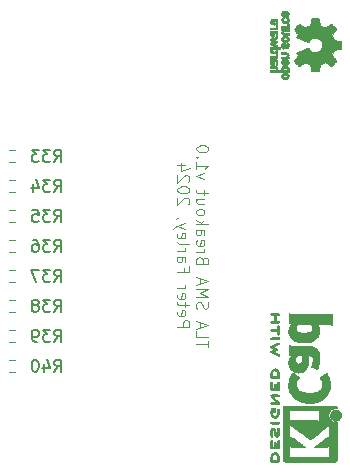
<source format=gbr>
%TF.GenerationSoftware,KiCad,Pcbnew,8.0.3*%
%TF.CreationDate,2024-07-20T13:21:27-05:00*%
%TF.ProjectId,tla_probe_sma_breakout,746c615f-7072-46f6-9265-5f736d615f62,rev?*%
%TF.SameCoordinates,Original*%
%TF.FileFunction,Legend,Bot*%
%TF.FilePolarity,Positive*%
%FSLAX46Y46*%
G04 Gerber Fmt 4.6, Leading zero omitted, Abs format (unit mm)*
G04 Created by KiCad (PCBNEW 8.0.3) date 2024-07-20 13:21:27*
%MOMM*%
%LPD*%
G01*
G04 APERTURE LIST*
%ADD10C,0.100000*%
%ADD11C,0.150000*%
%ADD12C,0.010000*%
%ADD13C,0.120000*%
G04 APERTURE END LIST*
D10*
X134737524Y-74595238D02*
X134737524Y-74023810D01*
X133737524Y-74309524D02*
X134737524Y-74309524D01*
X133737524Y-73214286D02*
X133737524Y-73690476D01*
X133737524Y-73690476D02*
X134737524Y-73690476D01*
X134023239Y-72928571D02*
X134023239Y-72452381D01*
X133737524Y-73023809D02*
X134737524Y-72690476D01*
X134737524Y-72690476D02*
X133737524Y-72357143D01*
X133785144Y-71309523D02*
X133737524Y-71166666D01*
X133737524Y-71166666D02*
X133737524Y-70928571D01*
X133737524Y-70928571D02*
X133785144Y-70833333D01*
X133785144Y-70833333D02*
X133832763Y-70785714D01*
X133832763Y-70785714D02*
X133928001Y-70738095D01*
X133928001Y-70738095D02*
X134023239Y-70738095D01*
X134023239Y-70738095D02*
X134118477Y-70785714D01*
X134118477Y-70785714D02*
X134166096Y-70833333D01*
X134166096Y-70833333D02*
X134213715Y-70928571D01*
X134213715Y-70928571D02*
X134261334Y-71119047D01*
X134261334Y-71119047D02*
X134308953Y-71214285D01*
X134308953Y-71214285D02*
X134356572Y-71261904D01*
X134356572Y-71261904D02*
X134451810Y-71309523D01*
X134451810Y-71309523D02*
X134547048Y-71309523D01*
X134547048Y-71309523D02*
X134642286Y-71261904D01*
X134642286Y-71261904D02*
X134689905Y-71214285D01*
X134689905Y-71214285D02*
X134737524Y-71119047D01*
X134737524Y-71119047D02*
X134737524Y-70880952D01*
X134737524Y-70880952D02*
X134689905Y-70738095D01*
X133737524Y-70309523D02*
X134737524Y-70309523D01*
X134737524Y-70309523D02*
X134023239Y-69976190D01*
X134023239Y-69976190D02*
X134737524Y-69642857D01*
X134737524Y-69642857D02*
X133737524Y-69642857D01*
X134023239Y-69214285D02*
X134023239Y-68738095D01*
X133737524Y-69309523D02*
X134737524Y-68976190D01*
X134737524Y-68976190D02*
X133737524Y-68642857D01*
X134261334Y-67214285D02*
X134213715Y-67071428D01*
X134213715Y-67071428D02*
X134166096Y-67023809D01*
X134166096Y-67023809D02*
X134070858Y-66976190D01*
X134070858Y-66976190D02*
X133928001Y-66976190D01*
X133928001Y-66976190D02*
X133832763Y-67023809D01*
X133832763Y-67023809D02*
X133785144Y-67071428D01*
X133785144Y-67071428D02*
X133737524Y-67166666D01*
X133737524Y-67166666D02*
X133737524Y-67547618D01*
X133737524Y-67547618D02*
X134737524Y-67547618D01*
X134737524Y-67547618D02*
X134737524Y-67214285D01*
X134737524Y-67214285D02*
X134689905Y-67119047D01*
X134689905Y-67119047D02*
X134642286Y-67071428D01*
X134642286Y-67071428D02*
X134547048Y-67023809D01*
X134547048Y-67023809D02*
X134451810Y-67023809D01*
X134451810Y-67023809D02*
X134356572Y-67071428D01*
X134356572Y-67071428D02*
X134308953Y-67119047D01*
X134308953Y-67119047D02*
X134261334Y-67214285D01*
X134261334Y-67214285D02*
X134261334Y-67547618D01*
X133737524Y-66547618D02*
X134404191Y-66547618D01*
X134213715Y-66547618D02*
X134308953Y-66499999D01*
X134308953Y-66499999D02*
X134356572Y-66452380D01*
X134356572Y-66452380D02*
X134404191Y-66357142D01*
X134404191Y-66357142D02*
X134404191Y-66261904D01*
X133785144Y-65547618D02*
X133737524Y-65642856D01*
X133737524Y-65642856D02*
X133737524Y-65833332D01*
X133737524Y-65833332D02*
X133785144Y-65928570D01*
X133785144Y-65928570D02*
X133880382Y-65976189D01*
X133880382Y-65976189D02*
X134261334Y-65976189D01*
X134261334Y-65976189D02*
X134356572Y-65928570D01*
X134356572Y-65928570D02*
X134404191Y-65833332D01*
X134404191Y-65833332D02*
X134404191Y-65642856D01*
X134404191Y-65642856D02*
X134356572Y-65547618D01*
X134356572Y-65547618D02*
X134261334Y-65499999D01*
X134261334Y-65499999D02*
X134166096Y-65499999D01*
X134166096Y-65499999D02*
X134070858Y-65976189D01*
X133737524Y-64642856D02*
X134261334Y-64642856D01*
X134261334Y-64642856D02*
X134356572Y-64690475D01*
X134356572Y-64690475D02*
X134404191Y-64785713D01*
X134404191Y-64785713D02*
X134404191Y-64976189D01*
X134404191Y-64976189D02*
X134356572Y-65071427D01*
X133785144Y-64642856D02*
X133737524Y-64738094D01*
X133737524Y-64738094D02*
X133737524Y-64976189D01*
X133737524Y-64976189D02*
X133785144Y-65071427D01*
X133785144Y-65071427D02*
X133880382Y-65119046D01*
X133880382Y-65119046D02*
X133975620Y-65119046D01*
X133975620Y-65119046D02*
X134070858Y-65071427D01*
X134070858Y-65071427D02*
X134118477Y-64976189D01*
X134118477Y-64976189D02*
X134118477Y-64738094D01*
X134118477Y-64738094D02*
X134166096Y-64642856D01*
X133737524Y-64166665D02*
X134737524Y-64166665D01*
X134118477Y-64071427D02*
X133737524Y-63785713D01*
X134404191Y-63785713D02*
X134023239Y-64166665D01*
X133737524Y-63214284D02*
X133785144Y-63309522D01*
X133785144Y-63309522D02*
X133832763Y-63357141D01*
X133832763Y-63357141D02*
X133928001Y-63404760D01*
X133928001Y-63404760D02*
X134213715Y-63404760D01*
X134213715Y-63404760D02*
X134308953Y-63357141D01*
X134308953Y-63357141D02*
X134356572Y-63309522D01*
X134356572Y-63309522D02*
X134404191Y-63214284D01*
X134404191Y-63214284D02*
X134404191Y-63071427D01*
X134404191Y-63071427D02*
X134356572Y-62976189D01*
X134356572Y-62976189D02*
X134308953Y-62928570D01*
X134308953Y-62928570D02*
X134213715Y-62880951D01*
X134213715Y-62880951D02*
X133928001Y-62880951D01*
X133928001Y-62880951D02*
X133832763Y-62928570D01*
X133832763Y-62928570D02*
X133785144Y-62976189D01*
X133785144Y-62976189D02*
X133737524Y-63071427D01*
X133737524Y-63071427D02*
X133737524Y-63214284D01*
X134404191Y-62023808D02*
X133737524Y-62023808D01*
X134404191Y-62452379D02*
X133880382Y-62452379D01*
X133880382Y-62452379D02*
X133785144Y-62404760D01*
X133785144Y-62404760D02*
X133737524Y-62309522D01*
X133737524Y-62309522D02*
X133737524Y-62166665D01*
X133737524Y-62166665D02*
X133785144Y-62071427D01*
X133785144Y-62071427D02*
X133832763Y-62023808D01*
X134404191Y-61690474D02*
X134404191Y-61309522D01*
X134737524Y-61547617D02*
X133880382Y-61547617D01*
X133880382Y-61547617D02*
X133785144Y-61499998D01*
X133785144Y-61499998D02*
X133737524Y-61404760D01*
X133737524Y-61404760D02*
X133737524Y-61309522D01*
X134404191Y-60309521D02*
X133737524Y-60071426D01*
X133737524Y-60071426D02*
X134404191Y-59833331D01*
X133737524Y-58928569D02*
X133737524Y-59499997D01*
X133737524Y-59214283D02*
X134737524Y-59214283D01*
X134737524Y-59214283D02*
X134594667Y-59309521D01*
X134594667Y-59309521D02*
X134499429Y-59404759D01*
X134499429Y-59404759D02*
X134451810Y-59499997D01*
X133832763Y-58499997D02*
X133785144Y-58452378D01*
X133785144Y-58452378D02*
X133737524Y-58499997D01*
X133737524Y-58499997D02*
X133785144Y-58547616D01*
X133785144Y-58547616D02*
X133832763Y-58499997D01*
X133832763Y-58499997D02*
X133737524Y-58499997D01*
X134737524Y-57833331D02*
X134737524Y-57738093D01*
X134737524Y-57738093D02*
X134689905Y-57642855D01*
X134689905Y-57642855D02*
X134642286Y-57595236D01*
X134642286Y-57595236D02*
X134547048Y-57547617D01*
X134547048Y-57547617D02*
X134356572Y-57499998D01*
X134356572Y-57499998D02*
X134118477Y-57499998D01*
X134118477Y-57499998D02*
X133928001Y-57547617D01*
X133928001Y-57547617D02*
X133832763Y-57595236D01*
X133832763Y-57595236D02*
X133785144Y-57642855D01*
X133785144Y-57642855D02*
X133737524Y-57738093D01*
X133737524Y-57738093D02*
X133737524Y-57833331D01*
X133737524Y-57833331D02*
X133785144Y-57928569D01*
X133785144Y-57928569D02*
X133832763Y-57976188D01*
X133832763Y-57976188D02*
X133928001Y-58023807D01*
X133928001Y-58023807D02*
X134118477Y-58071426D01*
X134118477Y-58071426D02*
X134356572Y-58071426D01*
X134356572Y-58071426D02*
X134547048Y-58023807D01*
X134547048Y-58023807D02*
X134642286Y-57976188D01*
X134642286Y-57976188D02*
X134689905Y-57928569D01*
X134689905Y-57928569D02*
X134737524Y-57833331D01*
X132127580Y-72880953D02*
X133127580Y-72880953D01*
X133127580Y-72880953D02*
X133127580Y-72500001D01*
X133127580Y-72500001D02*
X133079961Y-72404763D01*
X133079961Y-72404763D02*
X133032342Y-72357144D01*
X133032342Y-72357144D02*
X132937104Y-72309525D01*
X132937104Y-72309525D02*
X132794247Y-72309525D01*
X132794247Y-72309525D02*
X132699009Y-72357144D01*
X132699009Y-72357144D02*
X132651390Y-72404763D01*
X132651390Y-72404763D02*
X132603771Y-72500001D01*
X132603771Y-72500001D02*
X132603771Y-72880953D01*
X132175200Y-71500001D02*
X132127580Y-71595239D01*
X132127580Y-71595239D02*
X132127580Y-71785715D01*
X132127580Y-71785715D02*
X132175200Y-71880953D01*
X132175200Y-71880953D02*
X132270438Y-71928572D01*
X132270438Y-71928572D02*
X132651390Y-71928572D01*
X132651390Y-71928572D02*
X132746628Y-71880953D01*
X132746628Y-71880953D02*
X132794247Y-71785715D01*
X132794247Y-71785715D02*
X132794247Y-71595239D01*
X132794247Y-71595239D02*
X132746628Y-71500001D01*
X132746628Y-71500001D02*
X132651390Y-71452382D01*
X132651390Y-71452382D02*
X132556152Y-71452382D01*
X132556152Y-71452382D02*
X132460914Y-71928572D01*
X132794247Y-71166667D02*
X132794247Y-70785715D01*
X133127580Y-71023810D02*
X132270438Y-71023810D01*
X132270438Y-71023810D02*
X132175200Y-70976191D01*
X132175200Y-70976191D02*
X132127580Y-70880953D01*
X132127580Y-70880953D02*
X132127580Y-70785715D01*
X132175200Y-70071429D02*
X132127580Y-70166667D01*
X132127580Y-70166667D02*
X132127580Y-70357143D01*
X132127580Y-70357143D02*
X132175200Y-70452381D01*
X132175200Y-70452381D02*
X132270438Y-70500000D01*
X132270438Y-70500000D02*
X132651390Y-70500000D01*
X132651390Y-70500000D02*
X132746628Y-70452381D01*
X132746628Y-70452381D02*
X132794247Y-70357143D01*
X132794247Y-70357143D02*
X132794247Y-70166667D01*
X132794247Y-70166667D02*
X132746628Y-70071429D01*
X132746628Y-70071429D02*
X132651390Y-70023810D01*
X132651390Y-70023810D02*
X132556152Y-70023810D01*
X132556152Y-70023810D02*
X132460914Y-70500000D01*
X132127580Y-69595238D02*
X132794247Y-69595238D01*
X132603771Y-69595238D02*
X132699009Y-69547619D01*
X132699009Y-69547619D02*
X132746628Y-69500000D01*
X132746628Y-69500000D02*
X132794247Y-69404762D01*
X132794247Y-69404762D02*
X132794247Y-69309524D01*
X132651390Y-67880952D02*
X132651390Y-68214285D01*
X132127580Y-68214285D02*
X133127580Y-68214285D01*
X133127580Y-68214285D02*
X133127580Y-67738095D01*
X132127580Y-66928571D02*
X132651390Y-66928571D01*
X132651390Y-66928571D02*
X132746628Y-66976190D01*
X132746628Y-66976190D02*
X132794247Y-67071428D01*
X132794247Y-67071428D02*
X132794247Y-67261904D01*
X132794247Y-67261904D02*
X132746628Y-67357142D01*
X132175200Y-66928571D02*
X132127580Y-67023809D01*
X132127580Y-67023809D02*
X132127580Y-67261904D01*
X132127580Y-67261904D02*
X132175200Y-67357142D01*
X132175200Y-67357142D02*
X132270438Y-67404761D01*
X132270438Y-67404761D02*
X132365676Y-67404761D01*
X132365676Y-67404761D02*
X132460914Y-67357142D01*
X132460914Y-67357142D02*
X132508533Y-67261904D01*
X132508533Y-67261904D02*
X132508533Y-67023809D01*
X132508533Y-67023809D02*
X132556152Y-66928571D01*
X132127580Y-66452380D02*
X132794247Y-66452380D01*
X132603771Y-66452380D02*
X132699009Y-66404761D01*
X132699009Y-66404761D02*
X132746628Y-66357142D01*
X132746628Y-66357142D02*
X132794247Y-66261904D01*
X132794247Y-66261904D02*
X132794247Y-66166666D01*
X132127580Y-65690475D02*
X132175200Y-65785713D01*
X132175200Y-65785713D02*
X132270438Y-65833332D01*
X132270438Y-65833332D02*
X133127580Y-65833332D01*
X132175200Y-64928570D02*
X132127580Y-65023808D01*
X132127580Y-65023808D02*
X132127580Y-65214284D01*
X132127580Y-65214284D02*
X132175200Y-65309522D01*
X132175200Y-65309522D02*
X132270438Y-65357141D01*
X132270438Y-65357141D02*
X132651390Y-65357141D01*
X132651390Y-65357141D02*
X132746628Y-65309522D01*
X132746628Y-65309522D02*
X132794247Y-65214284D01*
X132794247Y-65214284D02*
X132794247Y-65023808D01*
X132794247Y-65023808D02*
X132746628Y-64928570D01*
X132746628Y-64928570D02*
X132651390Y-64880951D01*
X132651390Y-64880951D02*
X132556152Y-64880951D01*
X132556152Y-64880951D02*
X132460914Y-65357141D01*
X132794247Y-64547617D02*
X132127580Y-64309522D01*
X132794247Y-64071427D02*
X132127580Y-64309522D01*
X132127580Y-64309522D02*
X131889485Y-64404760D01*
X131889485Y-64404760D02*
X131841866Y-64452379D01*
X131841866Y-64452379D02*
X131794247Y-64547617D01*
X132175200Y-63642855D02*
X132127580Y-63642855D01*
X132127580Y-63642855D02*
X132032342Y-63690474D01*
X132032342Y-63690474D02*
X131984723Y-63738093D01*
X133032342Y-62499998D02*
X133079961Y-62452379D01*
X133079961Y-62452379D02*
X133127580Y-62357141D01*
X133127580Y-62357141D02*
X133127580Y-62119046D01*
X133127580Y-62119046D02*
X133079961Y-62023808D01*
X133079961Y-62023808D02*
X133032342Y-61976189D01*
X133032342Y-61976189D02*
X132937104Y-61928570D01*
X132937104Y-61928570D02*
X132841866Y-61928570D01*
X132841866Y-61928570D02*
X132699009Y-61976189D01*
X132699009Y-61976189D02*
X132127580Y-62547617D01*
X132127580Y-62547617D02*
X132127580Y-61928570D01*
X133127580Y-61309522D02*
X133127580Y-61214284D01*
X133127580Y-61214284D02*
X133079961Y-61119046D01*
X133079961Y-61119046D02*
X133032342Y-61071427D01*
X133032342Y-61071427D02*
X132937104Y-61023808D01*
X132937104Y-61023808D02*
X132746628Y-60976189D01*
X132746628Y-60976189D02*
X132508533Y-60976189D01*
X132508533Y-60976189D02*
X132318057Y-61023808D01*
X132318057Y-61023808D02*
X132222819Y-61071427D01*
X132222819Y-61071427D02*
X132175200Y-61119046D01*
X132175200Y-61119046D02*
X132127580Y-61214284D01*
X132127580Y-61214284D02*
X132127580Y-61309522D01*
X132127580Y-61309522D02*
X132175200Y-61404760D01*
X132175200Y-61404760D02*
X132222819Y-61452379D01*
X132222819Y-61452379D02*
X132318057Y-61499998D01*
X132318057Y-61499998D02*
X132508533Y-61547617D01*
X132508533Y-61547617D02*
X132746628Y-61547617D01*
X132746628Y-61547617D02*
X132937104Y-61499998D01*
X132937104Y-61499998D02*
X133032342Y-61452379D01*
X133032342Y-61452379D02*
X133079961Y-61404760D01*
X133079961Y-61404760D02*
X133127580Y-61309522D01*
X133032342Y-60595236D02*
X133079961Y-60547617D01*
X133079961Y-60547617D02*
X133127580Y-60452379D01*
X133127580Y-60452379D02*
X133127580Y-60214284D01*
X133127580Y-60214284D02*
X133079961Y-60119046D01*
X133079961Y-60119046D02*
X133032342Y-60071427D01*
X133032342Y-60071427D02*
X132937104Y-60023808D01*
X132937104Y-60023808D02*
X132841866Y-60023808D01*
X132841866Y-60023808D02*
X132699009Y-60071427D01*
X132699009Y-60071427D02*
X132127580Y-60642855D01*
X132127580Y-60642855D02*
X132127580Y-60023808D01*
X132794247Y-59166665D02*
X132127580Y-59166665D01*
X133175200Y-59404760D02*
X132460914Y-59642855D01*
X132460914Y-59642855D02*
X132460914Y-59023808D01*
D11*
X121700922Y-76654819D02*
X122034255Y-76178628D01*
X122272350Y-76654819D02*
X122272350Y-75654819D01*
X122272350Y-75654819D02*
X121891398Y-75654819D01*
X121891398Y-75654819D02*
X121796160Y-75702438D01*
X121796160Y-75702438D02*
X121748541Y-75750057D01*
X121748541Y-75750057D02*
X121700922Y-75845295D01*
X121700922Y-75845295D02*
X121700922Y-75988152D01*
X121700922Y-75988152D02*
X121748541Y-76083390D01*
X121748541Y-76083390D02*
X121796160Y-76131009D01*
X121796160Y-76131009D02*
X121891398Y-76178628D01*
X121891398Y-76178628D02*
X122272350Y-76178628D01*
X120843779Y-75988152D02*
X120843779Y-76654819D01*
X121081874Y-75607200D02*
X121319969Y-76321485D01*
X121319969Y-76321485D02*
X120700922Y-76321485D01*
X120129493Y-75654819D02*
X120034255Y-75654819D01*
X120034255Y-75654819D02*
X119939017Y-75702438D01*
X119939017Y-75702438D02*
X119891398Y-75750057D01*
X119891398Y-75750057D02*
X119843779Y-75845295D01*
X119843779Y-75845295D02*
X119796160Y-76035771D01*
X119796160Y-76035771D02*
X119796160Y-76273866D01*
X119796160Y-76273866D02*
X119843779Y-76464342D01*
X119843779Y-76464342D02*
X119891398Y-76559580D01*
X119891398Y-76559580D02*
X119939017Y-76607200D01*
X119939017Y-76607200D02*
X120034255Y-76654819D01*
X120034255Y-76654819D02*
X120129493Y-76654819D01*
X120129493Y-76654819D02*
X120224731Y-76607200D01*
X120224731Y-76607200D02*
X120272350Y-76559580D01*
X120272350Y-76559580D02*
X120319969Y-76464342D01*
X120319969Y-76464342D02*
X120367588Y-76273866D01*
X120367588Y-76273866D02*
X120367588Y-76035771D01*
X120367588Y-76035771D02*
X120319969Y-75845295D01*
X120319969Y-75845295D02*
X120272350Y-75750057D01*
X120272350Y-75750057D02*
X120224731Y-75702438D01*
X120224731Y-75702438D02*
X120129493Y-75654819D01*
X121700922Y-74114819D02*
X122034255Y-73638628D01*
X122272350Y-74114819D02*
X122272350Y-73114819D01*
X122272350Y-73114819D02*
X121891398Y-73114819D01*
X121891398Y-73114819D02*
X121796160Y-73162438D01*
X121796160Y-73162438D02*
X121748541Y-73210057D01*
X121748541Y-73210057D02*
X121700922Y-73305295D01*
X121700922Y-73305295D02*
X121700922Y-73448152D01*
X121700922Y-73448152D02*
X121748541Y-73543390D01*
X121748541Y-73543390D02*
X121796160Y-73591009D01*
X121796160Y-73591009D02*
X121891398Y-73638628D01*
X121891398Y-73638628D02*
X122272350Y-73638628D01*
X121367588Y-73114819D02*
X120748541Y-73114819D01*
X120748541Y-73114819D02*
X121081874Y-73495771D01*
X121081874Y-73495771D02*
X120939017Y-73495771D01*
X120939017Y-73495771D02*
X120843779Y-73543390D01*
X120843779Y-73543390D02*
X120796160Y-73591009D01*
X120796160Y-73591009D02*
X120748541Y-73686247D01*
X120748541Y-73686247D02*
X120748541Y-73924342D01*
X120748541Y-73924342D02*
X120796160Y-74019580D01*
X120796160Y-74019580D02*
X120843779Y-74067200D01*
X120843779Y-74067200D02*
X120939017Y-74114819D01*
X120939017Y-74114819D02*
X121224731Y-74114819D01*
X121224731Y-74114819D02*
X121319969Y-74067200D01*
X121319969Y-74067200D02*
X121367588Y-74019580D01*
X120272350Y-74114819D02*
X120081874Y-74114819D01*
X120081874Y-74114819D02*
X119986636Y-74067200D01*
X119986636Y-74067200D02*
X119939017Y-74019580D01*
X119939017Y-74019580D02*
X119843779Y-73876723D01*
X119843779Y-73876723D02*
X119796160Y-73686247D01*
X119796160Y-73686247D02*
X119796160Y-73305295D01*
X119796160Y-73305295D02*
X119843779Y-73210057D01*
X119843779Y-73210057D02*
X119891398Y-73162438D01*
X119891398Y-73162438D02*
X119986636Y-73114819D01*
X119986636Y-73114819D02*
X120177112Y-73114819D01*
X120177112Y-73114819D02*
X120272350Y-73162438D01*
X120272350Y-73162438D02*
X120319969Y-73210057D01*
X120319969Y-73210057D02*
X120367588Y-73305295D01*
X120367588Y-73305295D02*
X120367588Y-73543390D01*
X120367588Y-73543390D02*
X120319969Y-73638628D01*
X120319969Y-73638628D02*
X120272350Y-73686247D01*
X120272350Y-73686247D02*
X120177112Y-73733866D01*
X120177112Y-73733866D02*
X119986636Y-73733866D01*
X119986636Y-73733866D02*
X119891398Y-73686247D01*
X119891398Y-73686247D02*
X119843779Y-73638628D01*
X119843779Y-73638628D02*
X119796160Y-73543390D01*
X121700922Y-71574819D02*
X122034255Y-71098628D01*
X122272350Y-71574819D02*
X122272350Y-70574819D01*
X122272350Y-70574819D02*
X121891398Y-70574819D01*
X121891398Y-70574819D02*
X121796160Y-70622438D01*
X121796160Y-70622438D02*
X121748541Y-70670057D01*
X121748541Y-70670057D02*
X121700922Y-70765295D01*
X121700922Y-70765295D02*
X121700922Y-70908152D01*
X121700922Y-70908152D02*
X121748541Y-71003390D01*
X121748541Y-71003390D02*
X121796160Y-71051009D01*
X121796160Y-71051009D02*
X121891398Y-71098628D01*
X121891398Y-71098628D02*
X122272350Y-71098628D01*
X121367588Y-70574819D02*
X120748541Y-70574819D01*
X120748541Y-70574819D02*
X121081874Y-70955771D01*
X121081874Y-70955771D02*
X120939017Y-70955771D01*
X120939017Y-70955771D02*
X120843779Y-71003390D01*
X120843779Y-71003390D02*
X120796160Y-71051009D01*
X120796160Y-71051009D02*
X120748541Y-71146247D01*
X120748541Y-71146247D02*
X120748541Y-71384342D01*
X120748541Y-71384342D02*
X120796160Y-71479580D01*
X120796160Y-71479580D02*
X120843779Y-71527200D01*
X120843779Y-71527200D02*
X120939017Y-71574819D01*
X120939017Y-71574819D02*
X121224731Y-71574819D01*
X121224731Y-71574819D02*
X121319969Y-71527200D01*
X121319969Y-71527200D02*
X121367588Y-71479580D01*
X120177112Y-71003390D02*
X120272350Y-70955771D01*
X120272350Y-70955771D02*
X120319969Y-70908152D01*
X120319969Y-70908152D02*
X120367588Y-70812914D01*
X120367588Y-70812914D02*
X120367588Y-70765295D01*
X120367588Y-70765295D02*
X120319969Y-70670057D01*
X120319969Y-70670057D02*
X120272350Y-70622438D01*
X120272350Y-70622438D02*
X120177112Y-70574819D01*
X120177112Y-70574819D02*
X119986636Y-70574819D01*
X119986636Y-70574819D02*
X119891398Y-70622438D01*
X119891398Y-70622438D02*
X119843779Y-70670057D01*
X119843779Y-70670057D02*
X119796160Y-70765295D01*
X119796160Y-70765295D02*
X119796160Y-70812914D01*
X119796160Y-70812914D02*
X119843779Y-70908152D01*
X119843779Y-70908152D02*
X119891398Y-70955771D01*
X119891398Y-70955771D02*
X119986636Y-71003390D01*
X119986636Y-71003390D02*
X120177112Y-71003390D01*
X120177112Y-71003390D02*
X120272350Y-71051009D01*
X120272350Y-71051009D02*
X120319969Y-71098628D01*
X120319969Y-71098628D02*
X120367588Y-71193866D01*
X120367588Y-71193866D02*
X120367588Y-71384342D01*
X120367588Y-71384342D02*
X120319969Y-71479580D01*
X120319969Y-71479580D02*
X120272350Y-71527200D01*
X120272350Y-71527200D02*
X120177112Y-71574819D01*
X120177112Y-71574819D02*
X119986636Y-71574819D01*
X119986636Y-71574819D02*
X119891398Y-71527200D01*
X119891398Y-71527200D02*
X119843779Y-71479580D01*
X119843779Y-71479580D02*
X119796160Y-71384342D01*
X119796160Y-71384342D02*
X119796160Y-71193866D01*
X119796160Y-71193866D02*
X119843779Y-71098628D01*
X119843779Y-71098628D02*
X119891398Y-71051009D01*
X119891398Y-71051009D02*
X119986636Y-71003390D01*
X121700922Y-69034819D02*
X122034255Y-68558628D01*
X122272350Y-69034819D02*
X122272350Y-68034819D01*
X122272350Y-68034819D02*
X121891398Y-68034819D01*
X121891398Y-68034819D02*
X121796160Y-68082438D01*
X121796160Y-68082438D02*
X121748541Y-68130057D01*
X121748541Y-68130057D02*
X121700922Y-68225295D01*
X121700922Y-68225295D02*
X121700922Y-68368152D01*
X121700922Y-68368152D02*
X121748541Y-68463390D01*
X121748541Y-68463390D02*
X121796160Y-68511009D01*
X121796160Y-68511009D02*
X121891398Y-68558628D01*
X121891398Y-68558628D02*
X122272350Y-68558628D01*
X121367588Y-68034819D02*
X120748541Y-68034819D01*
X120748541Y-68034819D02*
X121081874Y-68415771D01*
X121081874Y-68415771D02*
X120939017Y-68415771D01*
X120939017Y-68415771D02*
X120843779Y-68463390D01*
X120843779Y-68463390D02*
X120796160Y-68511009D01*
X120796160Y-68511009D02*
X120748541Y-68606247D01*
X120748541Y-68606247D02*
X120748541Y-68844342D01*
X120748541Y-68844342D02*
X120796160Y-68939580D01*
X120796160Y-68939580D02*
X120843779Y-68987200D01*
X120843779Y-68987200D02*
X120939017Y-69034819D01*
X120939017Y-69034819D02*
X121224731Y-69034819D01*
X121224731Y-69034819D02*
X121319969Y-68987200D01*
X121319969Y-68987200D02*
X121367588Y-68939580D01*
X120415207Y-68034819D02*
X119748541Y-68034819D01*
X119748541Y-68034819D02*
X120177112Y-69034819D01*
X121700922Y-66494819D02*
X122034255Y-66018628D01*
X122272350Y-66494819D02*
X122272350Y-65494819D01*
X122272350Y-65494819D02*
X121891398Y-65494819D01*
X121891398Y-65494819D02*
X121796160Y-65542438D01*
X121796160Y-65542438D02*
X121748541Y-65590057D01*
X121748541Y-65590057D02*
X121700922Y-65685295D01*
X121700922Y-65685295D02*
X121700922Y-65828152D01*
X121700922Y-65828152D02*
X121748541Y-65923390D01*
X121748541Y-65923390D02*
X121796160Y-65971009D01*
X121796160Y-65971009D02*
X121891398Y-66018628D01*
X121891398Y-66018628D02*
X122272350Y-66018628D01*
X121367588Y-65494819D02*
X120748541Y-65494819D01*
X120748541Y-65494819D02*
X121081874Y-65875771D01*
X121081874Y-65875771D02*
X120939017Y-65875771D01*
X120939017Y-65875771D02*
X120843779Y-65923390D01*
X120843779Y-65923390D02*
X120796160Y-65971009D01*
X120796160Y-65971009D02*
X120748541Y-66066247D01*
X120748541Y-66066247D02*
X120748541Y-66304342D01*
X120748541Y-66304342D02*
X120796160Y-66399580D01*
X120796160Y-66399580D02*
X120843779Y-66447200D01*
X120843779Y-66447200D02*
X120939017Y-66494819D01*
X120939017Y-66494819D02*
X121224731Y-66494819D01*
X121224731Y-66494819D02*
X121319969Y-66447200D01*
X121319969Y-66447200D02*
X121367588Y-66399580D01*
X119891398Y-65494819D02*
X120081874Y-65494819D01*
X120081874Y-65494819D02*
X120177112Y-65542438D01*
X120177112Y-65542438D02*
X120224731Y-65590057D01*
X120224731Y-65590057D02*
X120319969Y-65732914D01*
X120319969Y-65732914D02*
X120367588Y-65923390D01*
X120367588Y-65923390D02*
X120367588Y-66304342D01*
X120367588Y-66304342D02*
X120319969Y-66399580D01*
X120319969Y-66399580D02*
X120272350Y-66447200D01*
X120272350Y-66447200D02*
X120177112Y-66494819D01*
X120177112Y-66494819D02*
X119986636Y-66494819D01*
X119986636Y-66494819D02*
X119891398Y-66447200D01*
X119891398Y-66447200D02*
X119843779Y-66399580D01*
X119843779Y-66399580D02*
X119796160Y-66304342D01*
X119796160Y-66304342D02*
X119796160Y-66066247D01*
X119796160Y-66066247D02*
X119843779Y-65971009D01*
X119843779Y-65971009D02*
X119891398Y-65923390D01*
X119891398Y-65923390D02*
X119986636Y-65875771D01*
X119986636Y-65875771D02*
X120177112Y-65875771D01*
X120177112Y-65875771D02*
X120272350Y-65923390D01*
X120272350Y-65923390D02*
X120319969Y-65971009D01*
X120319969Y-65971009D02*
X120367588Y-66066247D01*
X121700922Y-63954819D02*
X122034255Y-63478628D01*
X122272350Y-63954819D02*
X122272350Y-62954819D01*
X122272350Y-62954819D02*
X121891398Y-62954819D01*
X121891398Y-62954819D02*
X121796160Y-63002438D01*
X121796160Y-63002438D02*
X121748541Y-63050057D01*
X121748541Y-63050057D02*
X121700922Y-63145295D01*
X121700922Y-63145295D02*
X121700922Y-63288152D01*
X121700922Y-63288152D02*
X121748541Y-63383390D01*
X121748541Y-63383390D02*
X121796160Y-63431009D01*
X121796160Y-63431009D02*
X121891398Y-63478628D01*
X121891398Y-63478628D02*
X122272350Y-63478628D01*
X121367588Y-62954819D02*
X120748541Y-62954819D01*
X120748541Y-62954819D02*
X121081874Y-63335771D01*
X121081874Y-63335771D02*
X120939017Y-63335771D01*
X120939017Y-63335771D02*
X120843779Y-63383390D01*
X120843779Y-63383390D02*
X120796160Y-63431009D01*
X120796160Y-63431009D02*
X120748541Y-63526247D01*
X120748541Y-63526247D02*
X120748541Y-63764342D01*
X120748541Y-63764342D02*
X120796160Y-63859580D01*
X120796160Y-63859580D02*
X120843779Y-63907200D01*
X120843779Y-63907200D02*
X120939017Y-63954819D01*
X120939017Y-63954819D02*
X121224731Y-63954819D01*
X121224731Y-63954819D02*
X121319969Y-63907200D01*
X121319969Y-63907200D02*
X121367588Y-63859580D01*
X119843779Y-62954819D02*
X120319969Y-62954819D01*
X120319969Y-62954819D02*
X120367588Y-63431009D01*
X120367588Y-63431009D02*
X120319969Y-63383390D01*
X120319969Y-63383390D02*
X120224731Y-63335771D01*
X120224731Y-63335771D02*
X119986636Y-63335771D01*
X119986636Y-63335771D02*
X119891398Y-63383390D01*
X119891398Y-63383390D02*
X119843779Y-63431009D01*
X119843779Y-63431009D02*
X119796160Y-63526247D01*
X119796160Y-63526247D02*
X119796160Y-63764342D01*
X119796160Y-63764342D02*
X119843779Y-63859580D01*
X119843779Y-63859580D02*
X119891398Y-63907200D01*
X119891398Y-63907200D02*
X119986636Y-63954819D01*
X119986636Y-63954819D02*
X120224731Y-63954819D01*
X120224731Y-63954819D02*
X120319969Y-63907200D01*
X120319969Y-63907200D02*
X120367588Y-63859580D01*
X121700922Y-61414819D02*
X122034255Y-60938628D01*
X122272350Y-61414819D02*
X122272350Y-60414819D01*
X122272350Y-60414819D02*
X121891398Y-60414819D01*
X121891398Y-60414819D02*
X121796160Y-60462438D01*
X121796160Y-60462438D02*
X121748541Y-60510057D01*
X121748541Y-60510057D02*
X121700922Y-60605295D01*
X121700922Y-60605295D02*
X121700922Y-60748152D01*
X121700922Y-60748152D02*
X121748541Y-60843390D01*
X121748541Y-60843390D02*
X121796160Y-60891009D01*
X121796160Y-60891009D02*
X121891398Y-60938628D01*
X121891398Y-60938628D02*
X122272350Y-60938628D01*
X121367588Y-60414819D02*
X120748541Y-60414819D01*
X120748541Y-60414819D02*
X121081874Y-60795771D01*
X121081874Y-60795771D02*
X120939017Y-60795771D01*
X120939017Y-60795771D02*
X120843779Y-60843390D01*
X120843779Y-60843390D02*
X120796160Y-60891009D01*
X120796160Y-60891009D02*
X120748541Y-60986247D01*
X120748541Y-60986247D02*
X120748541Y-61224342D01*
X120748541Y-61224342D02*
X120796160Y-61319580D01*
X120796160Y-61319580D02*
X120843779Y-61367200D01*
X120843779Y-61367200D02*
X120939017Y-61414819D01*
X120939017Y-61414819D02*
X121224731Y-61414819D01*
X121224731Y-61414819D02*
X121319969Y-61367200D01*
X121319969Y-61367200D02*
X121367588Y-61319580D01*
X119891398Y-60748152D02*
X119891398Y-61414819D01*
X120129493Y-60367200D02*
X120367588Y-61081485D01*
X120367588Y-61081485D02*
X119748541Y-61081485D01*
X121693922Y-58874819D02*
X122027255Y-58398628D01*
X122265350Y-58874819D02*
X122265350Y-57874819D01*
X122265350Y-57874819D02*
X121884398Y-57874819D01*
X121884398Y-57874819D02*
X121789160Y-57922438D01*
X121789160Y-57922438D02*
X121741541Y-57970057D01*
X121741541Y-57970057D02*
X121693922Y-58065295D01*
X121693922Y-58065295D02*
X121693922Y-58208152D01*
X121693922Y-58208152D02*
X121741541Y-58303390D01*
X121741541Y-58303390D02*
X121789160Y-58351009D01*
X121789160Y-58351009D02*
X121884398Y-58398628D01*
X121884398Y-58398628D02*
X122265350Y-58398628D01*
X121360588Y-57874819D02*
X120741541Y-57874819D01*
X120741541Y-57874819D02*
X121074874Y-58255771D01*
X121074874Y-58255771D02*
X120932017Y-58255771D01*
X120932017Y-58255771D02*
X120836779Y-58303390D01*
X120836779Y-58303390D02*
X120789160Y-58351009D01*
X120789160Y-58351009D02*
X120741541Y-58446247D01*
X120741541Y-58446247D02*
X120741541Y-58684342D01*
X120741541Y-58684342D02*
X120789160Y-58779580D01*
X120789160Y-58779580D02*
X120836779Y-58827200D01*
X120836779Y-58827200D02*
X120932017Y-58874819D01*
X120932017Y-58874819D02*
X121217731Y-58874819D01*
X121217731Y-58874819D02*
X121312969Y-58827200D01*
X121312969Y-58827200D02*
X121360588Y-58779580D01*
X120408207Y-57874819D02*
X119789160Y-57874819D01*
X119789160Y-57874819D02*
X120122493Y-58255771D01*
X120122493Y-58255771D02*
X119979636Y-58255771D01*
X119979636Y-58255771D02*
X119884398Y-58303390D01*
X119884398Y-58303390D02*
X119836779Y-58351009D01*
X119836779Y-58351009D02*
X119789160Y-58446247D01*
X119789160Y-58446247D02*
X119789160Y-58684342D01*
X119789160Y-58684342D02*
X119836779Y-58779580D01*
X119836779Y-58779580D02*
X119884398Y-58827200D01*
X119884398Y-58827200D02*
X119979636Y-58874819D01*
X119979636Y-58874819D02*
X120265350Y-58874819D01*
X120265350Y-58874819D02*
X120360588Y-58827200D01*
X120360588Y-58827200D02*
X120408207Y-58779580D01*
D12*
%TO.C,REF\u002A\u002A*%
X140709353Y-73787673D02*
X140724123Y-73811386D01*
X140730933Y-73834400D01*
X140725051Y-73855406D01*
X140709353Y-73881127D01*
X140687773Y-73907778D01*
X140040316Y-73907778D01*
X140018736Y-73881127D01*
X140001261Y-73849767D01*
X140000425Y-73813966D01*
X140020918Y-73782528D01*
X140025584Y-73778652D01*
X140035051Y-73773186D01*
X140048733Y-73768979D01*
X140069252Y-73765867D01*
X140099232Y-73763687D01*
X140141296Y-73762276D01*
X140198068Y-73761471D01*
X140272170Y-73761107D01*
X140366227Y-73761022D01*
X140687773Y-73761022D01*
X140709353Y-73787673D01*
G36*
X140709353Y-73787673D02*
G01*
X140724123Y-73811386D01*
X140730933Y-73834400D01*
X140725051Y-73855406D01*
X140709353Y-73881127D01*
X140687773Y-73907778D01*
X140040316Y-73907778D01*
X140018736Y-73881127D01*
X140001261Y-73849767D01*
X140000425Y-73813966D01*
X140020918Y-73782528D01*
X140025584Y-73778652D01*
X140035051Y-73773186D01*
X140048733Y-73768979D01*
X140069252Y-73765867D01*
X140099232Y-73763687D01*
X140141296Y-73762276D01*
X140198068Y-73761471D01*
X140272170Y-73761107D01*
X140366227Y-73761022D01*
X140687773Y-73761022D01*
X140709353Y-73787673D01*
G37*
X140439706Y-80901284D02*
X140517615Y-80901539D01*
X140577625Y-80902183D01*
X140622352Y-80903387D01*
X140654415Y-80905324D01*
X140676429Y-80908164D01*
X140691013Y-80912079D01*
X140700782Y-80917242D01*
X140708355Y-80923822D01*
X140727377Y-80953006D01*
X140726537Y-80986137D01*
X140703224Y-81020291D01*
X140675515Y-81048000D01*
X140362463Y-81048000D01*
X140278433Y-81047959D01*
X140204211Y-81047701D01*
X140147459Y-81047030D01*
X140105488Y-81045752D01*
X140075611Y-81043673D01*
X140055139Y-81040599D01*
X140041386Y-81036334D01*
X140031663Y-81030684D01*
X140023283Y-81023455D01*
X140001819Y-80991991D01*
X140000053Y-80956826D01*
X140019733Y-80923822D01*
X140025602Y-80918516D01*
X140034686Y-80913066D01*
X140048027Y-80908900D01*
X140068243Y-80905846D01*
X140097951Y-80903732D01*
X140139768Y-80902386D01*
X140196311Y-80901638D01*
X140270198Y-80901314D01*
X140364044Y-80901245D01*
X140439706Y-80901284D01*
G36*
X140439706Y-80901284D02*
G01*
X140517615Y-80901539D01*
X140577625Y-80902183D01*
X140622352Y-80903387D01*
X140654415Y-80905324D01*
X140676429Y-80908164D01*
X140691013Y-80912079D01*
X140700782Y-80917242D01*
X140708355Y-80923822D01*
X140727377Y-80953006D01*
X140726537Y-80986137D01*
X140703224Y-81020291D01*
X140675515Y-81048000D01*
X140362463Y-81048000D01*
X140278433Y-81047959D01*
X140204211Y-81047701D01*
X140147459Y-81047030D01*
X140105488Y-81045752D01*
X140075611Y-81043673D01*
X140055139Y-81040599D01*
X140041386Y-81036334D01*
X140031663Y-81030684D01*
X140023283Y-81023455D01*
X140001819Y-80991991D01*
X140000053Y-80956826D01*
X140019733Y-80923822D01*
X140025602Y-80918516D01*
X140034686Y-80913066D01*
X140048027Y-80908900D01*
X140068243Y-80905846D01*
X140097951Y-80903732D01*
X140139768Y-80902386D01*
X140196311Y-80901638D01*
X140270198Y-80901314D01*
X140364044Y-80901245D01*
X140439706Y-80901284D01*
G37*
X145586470Y-79883136D02*
X145682780Y-79909399D01*
X145771506Y-79954418D01*
X145846581Y-80015373D01*
X145906359Y-80090184D01*
X145949191Y-80176768D01*
X145973429Y-80273043D01*
X145977424Y-80376928D01*
X145967150Y-80454562D01*
X145939947Y-80537313D01*
X145894516Y-80612406D01*
X145828698Y-80684298D01*
X145784433Y-80722846D01*
X145726039Y-80762256D01*
X145665414Y-80787446D01*
X145596135Y-80800861D01*
X145511778Y-80804948D01*
X145465693Y-80804669D01*
X145424550Y-80802460D01*
X145392418Y-80796894D01*
X145361878Y-80786586D01*
X145325511Y-80770148D01*
X145298272Y-80756200D01*
X145212571Y-80697665D01*
X145143383Y-80625619D01*
X145092259Y-80541947D01*
X145060750Y-80448531D01*
X145053775Y-80415434D01*
X145046906Y-80374960D01*
X145045081Y-80341999D01*
X145048053Y-80307698D01*
X145055574Y-80263200D01*
X145067998Y-80211934D01*
X145105888Y-80121434D01*
X145160164Y-80042345D01*
X145228230Y-79976528D01*
X145307489Y-79925840D01*
X145395346Y-79892140D01*
X145489205Y-79877286D01*
X145586470Y-79883136D01*
G36*
X145586470Y-79883136D02*
G01*
X145682780Y-79909399D01*
X145771506Y-79954418D01*
X145846581Y-80015373D01*
X145906359Y-80090184D01*
X145949191Y-80176768D01*
X145973429Y-80273043D01*
X145977424Y-80376928D01*
X145967150Y-80454562D01*
X145939947Y-80537313D01*
X145894516Y-80612406D01*
X145828698Y-80684298D01*
X145784433Y-80722846D01*
X145726039Y-80762256D01*
X145665414Y-80787446D01*
X145596135Y-80800861D01*
X145511778Y-80804948D01*
X145465693Y-80804669D01*
X145424550Y-80802460D01*
X145392418Y-80796894D01*
X145361878Y-80786586D01*
X145325511Y-80770148D01*
X145298272Y-80756200D01*
X145212571Y-80697665D01*
X145143383Y-80625619D01*
X145092259Y-80541947D01*
X145060750Y-80448531D01*
X145053775Y-80415434D01*
X145046906Y-80374960D01*
X145045081Y-80341999D01*
X145048053Y-80307698D01*
X145055574Y-80263200D01*
X145067998Y-80211934D01*
X145105888Y-80121434D01*
X145160164Y-80042345D01*
X145228230Y-79976528D01*
X145307489Y-79925840D01*
X145395346Y-79892140D01*
X145489205Y-79877286D01*
X145586470Y-79883136D01*
G37*
X140678642Y-72738543D02*
X140711178Y-72764187D01*
X140714895Y-72769129D01*
X140719731Y-72779338D01*
X140723494Y-72794764D01*
X140726317Y-72817886D01*
X140728330Y-72851183D01*
X140729667Y-72897137D01*
X140730458Y-72958228D01*
X140730837Y-73036935D01*
X140730933Y-73135740D01*
X140730932Y-73155767D01*
X140730842Y-73249890D01*
X140730502Y-73324405D01*
X140729761Y-73381811D01*
X140728465Y-73424611D01*
X140726463Y-73455304D01*
X140723604Y-73476391D01*
X140719734Y-73490373D01*
X140714702Y-73499750D01*
X140708355Y-73507022D01*
X140675638Y-73525828D01*
X140638061Y-73527275D01*
X140604822Y-73510917D01*
X140603369Y-73509557D01*
X140595008Y-73498354D01*
X140589453Y-73481252D01*
X140586160Y-73454082D01*
X140584582Y-73412678D01*
X140584178Y-73352873D01*
X140584178Y-73213511D01*
X140320411Y-73213511D01*
X140244583Y-73213436D01*
X140177917Y-73213028D01*
X140128133Y-73212046D01*
X140092216Y-73210250D01*
X140067150Y-73207399D01*
X140049919Y-73203253D01*
X140037508Y-73197571D01*
X140026900Y-73190114D01*
X140024094Y-73187824D01*
X140001452Y-73156646D01*
X139999888Y-73122266D01*
X140019733Y-73089334D01*
X140027809Y-73082355D01*
X140038407Y-73076883D01*
X140054251Y-73072863D01*
X140078227Y-73070072D01*
X140113226Y-73068288D01*
X140162136Y-73067289D01*
X140227846Y-73066852D01*
X140313244Y-73066756D01*
X140584178Y-73066756D01*
X140584178Y-72920820D01*
X140584179Y-72909720D01*
X140584404Y-72853202D01*
X140585543Y-72814358D01*
X140588343Y-72788965D01*
X140593550Y-72772804D01*
X140601911Y-72761652D01*
X140614174Y-72751289D01*
X140644862Y-72735441D01*
X140678642Y-72738543D01*
G36*
X140678642Y-72738543D02*
G01*
X140711178Y-72764187D01*
X140714895Y-72769129D01*
X140719731Y-72779338D01*
X140723494Y-72794764D01*
X140726317Y-72817886D01*
X140728330Y-72851183D01*
X140729667Y-72897137D01*
X140730458Y-72958228D01*
X140730837Y-73036935D01*
X140730933Y-73135740D01*
X140730932Y-73155767D01*
X140730842Y-73249890D01*
X140730502Y-73324405D01*
X140729761Y-73381811D01*
X140728465Y-73424611D01*
X140726463Y-73455304D01*
X140723604Y-73476391D01*
X140719734Y-73490373D01*
X140714702Y-73499750D01*
X140708355Y-73507022D01*
X140675638Y-73525828D01*
X140638061Y-73527275D01*
X140604822Y-73510917D01*
X140603369Y-73509557D01*
X140595008Y-73498354D01*
X140589453Y-73481252D01*
X140586160Y-73454082D01*
X140584582Y-73412678D01*
X140584178Y-73352873D01*
X140584178Y-73213511D01*
X140320411Y-73213511D01*
X140244583Y-73213436D01*
X140177917Y-73213028D01*
X140128133Y-73212046D01*
X140092216Y-73210250D01*
X140067150Y-73207399D01*
X140049919Y-73203253D01*
X140037508Y-73197571D01*
X140026900Y-73190114D01*
X140024094Y-73187824D01*
X140001452Y-73156646D01*
X139999888Y-73122266D01*
X140019733Y-73089334D01*
X140027809Y-73082355D01*
X140038407Y-73076883D01*
X140054251Y-73072863D01*
X140078227Y-73070072D01*
X140113226Y-73068288D01*
X140162136Y-73067289D01*
X140227846Y-73066852D01*
X140313244Y-73066756D01*
X140584178Y-73066756D01*
X140584178Y-72920820D01*
X140584179Y-72909720D01*
X140584404Y-72853202D01*
X140585543Y-72814358D01*
X140588343Y-72788965D01*
X140593550Y-72772804D01*
X140601911Y-72761652D01*
X140614174Y-72751289D01*
X140644862Y-72735441D01*
X140678642Y-72738543D01*
G37*
X140703224Y-71739798D02*
X140725467Y-71771177D01*
X140728156Y-71804406D01*
X140708355Y-71836267D01*
X140698585Y-71844553D01*
X140682693Y-71851965D01*
X140658725Y-71856302D01*
X140621852Y-71858338D01*
X140567244Y-71858845D01*
X140448711Y-71858845D01*
X140448711Y-72355556D01*
X140564224Y-72355556D01*
X140615922Y-72355994D01*
X140650446Y-72357958D01*
X140673022Y-72362474D01*
X140688874Y-72370567D01*
X140703224Y-72383265D01*
X140725467Y-72414643D01*
X140728156Y-72447872D01*
X140708355Y-72479734D01*
X140702165Y-72485366D01*
X140693959Y-72490456D01*
X140682183Y-72494543D01*
X140664724Y-72497721D01*
X140639470Y-72500087D01*
X140604310Y-72501738D01*
X140557131Y-72502769D01*
X140495823Y-72503277D01*
X140418273Y-72503359D01*
X140322369Y-72503109D01*
X140206000Y-72502625D01*
X140191825Y-72502557D01*
X140130063Y-72501971D01*
X140086380Y-72500648D01*
X140056999Y-72498103D01*
X140038145Y-72493848D01*
X140026041Y-72487396D01*
X140016911Y-72478262D01*
X139999494Y-72444804D01*
X140002396Y-72409856D01*
X140026900Y-72378953D01*
X140040103Y-72369944D01*
X140058639Y-72362492D01*
X140084667Y-72358124D01*
X140123213Y-72356069D01*
X140179300Y-72355556D01*
X140301955Y-72355556D01*
X140301955Y-71858845D01*
X140167129Y-71858845D01*
X140131338Y-71858772D01*
X140085008Y-71858009D01*
X140054474Y-71855833D01*
X140035443Y-71851536D01*
X140023626Y-71844412D01*
X140014729Y-71833755D01*
X139999659Y-71801504D01*
X140002327Y-71766217D01*
X140026900Y-71735486D01*
X140033155Y-71730831D01*
X140043679Y-71724895D01*
X140057609Y-71720364D01*
X140077683Y-71717048D01*
X140106640Y-71714759D01*
X140147220Y-71713308D01*
X140202160Y-71712505D01*
X140274201Y-71712162D01*
X140366080Y-71712089D01*
X140675515Y-71712089D01*
X140703224Y-71739798D01*
G36*
X140703224Y-71739798D02*
G01*
X140725467Y-71771177D01*
X140728156Y-71804406D01*
X140708355Y-71836267D01*
X140698585Y-71844553D01*
X140682693Y-71851965D01*
X140658725Y-71856302D01*
X140621852Y-71858338D01*
X140567244Y-71858845D01*
X140448711Y-71858845D01*
X140448711Y-72355556D01*
X140564224Y-72355556D01*
X140615922Y-72355994D01*
X140650446Y-72357958D01*
X140673022Y-72362474D01*
X140688874Y-72370567D01*
X140703224Y-72383265D01*
X140725467Y-72414643D01*
X140728156Y-72447872D01*
X140708355Y-72479734D01*
X140702165Y-72485366D01*
X140693959Y-72490456D01*
X140682183Y-72494543D01*
X140664724Y-72497721D01*
X140639470Y-72500087D01*
X140604310Y-72501738D01*
X140557131Y-72502769D01*
X140495823Y-72503277D01*
X140418273Y-72503359D01*
X140322369Y-72503109D01*
X140206000Y-72502625D01*
X140191825Y-72502557D01*
X140130063Y-72501971D01*
X140086380Y-72500648D01*
X140056999Y-72498103D01*
X140038145Y-72493848D01*
X140026041Y-72487396D01*
X140016911Y-72478262D01*
X139999494Y-72444804D01*
X140002396Y-72409856D01*
X140026900Y-72378953D01*
X140040103Y-72369944D01*
X140058639Y-72362492D01*
X140084667Y-72358124D01*
X140123213Y-72356069D01*
X140179300Y-72355556D01*
X140301955Y-72355556D01*
X140301955Y-71858845D01*
X140167129Y-71858845D01*
X140131338Y-71858772D01*
X140085008Y-71858009D01*
X140054474Y-71855833D01*
X140035443Y-71851536D01*
X140023626Y-71844412D01*
X140014729Y-71833755D01*
X139999659Y-71801504D01*
X140002327Y-71766217D01*
X140026900Y-71735486D01*
X140033155Y-71730831D01*
X140043679Y-71724895D01*
X140057609Y-71720364D01*
X140077683Y-71717048D01*
X140106640Y-71714759D01*
X140147220Y-71713308D01*
X140202160Y-71712505D01*
X140274201Y-71712162D01*
X140366080Y-71712089D01*
X140675515Y-71712089D01*
X140703224Y-71739798D01*
G37*
X140422517Y-76395399D02*
X140484649Y-76419541D01*
X140486342Y-76420337D01*
X140555764Y-76460788D01*
X140612362Y-76511473D01*
X140656930Y-76574198D01*
X140690259Y-76650774D01*
X140713139Y-76743009D01*
X140726364Y-76852712D01*
X140730725Y-76981691D01*
X140730730Y-76985263D01*
X140730590Y-77045283D01*
X140729554Y-77087214D01*
X140726960Y-77115328D01*
X140722147Y-77133897D01*
X140714456Y-77147194D01*
X140703224Y-77159491D01*
X140675515Y-77187200D01*
X140366080Y-77187200D01*
X140304474Y-77187175D01*
X140225689Y-77186950D01*
X140164979Y-77186332D01*
X140143911Y-77185775D01*
X140119604Y-77185133D01*
X140086825Y-77183163D01*
X140063905Y-77180235D01*
X140048103Y-77176158D01*
X140036681Y-77170743D01*
X140026900Y-77163803D01*
X139997155Y-77140406D01*
X139997749Y-76974714D01*
X139998047Y-76939918D01*
X139998209Y-76935274D01*
X140143911Y-76935274D01*
X140143911Y-77029156D01*
X140584178Y-77029156D01*
X140583730Y-76941667D01*
X140581254Y-76874747D01*
X140570002Y-76782349D01*
X140550463Y-76703034D01*
X140523489Y-76641060D01*
X140502760Y-76610120D01*
X140472994Y-76582000D01*
X140430566Y-76558660D01*
X140414600Y-76551533D01*
X140382098Y-76539709D01*
X140357667Y-76537279D01*
X140332939Y-76542892D01*
X140317061Y-76548618D01*
X140257153Y-76581548D01*
X140211400Y-76628886D01*
X140178264Y-76692652D01*
X140156210Y-76774861D01*
X140155708Y-76777655D01*
X140149745Y-76823940D01*
X140145517Y-76880336D01*
X140143911Y-76935274D01*
X139998209Y-76935274D01*
X140001478Y-76841435D01*
X140009161Y-76760473D01*
X140021718Y-76693379D01*
X140039773Y-76636496D01*
X140063948Y-76586169D01*
X140065865Y-76582810D01*
X140102583Y-76524998D01*
X140139549Y-76482644D01*
X140183034Y-76449828D01*
X140239311Y-76420628D01*
X140248927Y-76416346D01*
X140312113Y-76393769D01*
X140367491Y-76386797D01*
X140422517Y-76395399D01*
G36*
X140422517Y-76395399D02*
G01*
X140484649Y-76419541D01*
X140486342Y-76420337D01*
X140555764Y-76460788D01*
X140612362Y-76511473D01*
X140656930Y-76574198D01*
X140690259Y-76650774D01*
X140713139Y-76743009D01*
X140726364Y-76852712D01*
X140730725Y-76981691D01*
X140730730Y-76985263D01*
X140730590Y-77045283D01*
X140729554Y-77087214D01*
X140726960Y-77115328D01*
X140722147Y-77133897D01*
X140714456Y-77147194D01*
X140703224Y-77159491D01*
X140675515Y-77187200D01*
X140366080Y-77187200D01*
X140304474Y-77187175D01*
X140225689Y-77186950D01*
X140164979Y-77186332D01*
X140143911Y-77185775D01*
X140119604Y-77185133D01*
X140086825Y-77183163D01*
X140063905Y-77180235D01*
X140048103Y-77176158D01*
X140036681Y-77170743D01*
X140026900Y-77163803D01*
X139997155Y-77140406D01*
X139997749Y-76974714D01*
X139998047Y-76939918D01*
X139998209Y-76935274D01*
X140143911Y-76935274D01*
X140143911Y-77029156D01*
X140584178Y-77029156D01*
X140583730Y-76941667D01*
X140581254Y-76874747D01*
X140570002Y-76782349D01*
X140550463Y-76703034D01*
X140523489Y-76641060D01*
X140502760Y-76610120D01*
X140472994Y-76582000D01*
X140430566Y-76558660D01*
X140414600Y-76551533D01*
X140382098Y-76539709D01*
X140357667Y-76537279D01*
X140332939Y-76542892D01*
X140317061Y-76548618D01*
X140257153Y-76581548D01*
X140211400Y-76628886D01*
X140178264Y-76692652D01*
X140156210Y-76774861D01*
X140155708Y-76777655D01*
X140149745Y-76823940D01*
X140145517Y-76880336D01*
X140143911Y-76935274D01*
X139998209Y-76935274D01*
X140001478Y-76841435D01*
X140009161Y-76760473D01*
X140021718Y-76693379D01*
X140039773Y-76636496D01*
X140063948Y-76586169D01*
X140065865Y-76582810D01*
X140102583Y-76524998D01*
X140139549Y-76482644D01*
X140183034Y-76449828D01*
X140239311Y-76420628D01*
X140248927Y-76416346D01*
X140312113Y-76393769D01*
X140367491Y-76386797D01*
X140422517Y-76395399D01*
G37*
X140385261Y-83487679D02*
X140442677Y-83499991D01*
X140502587Y-83522520D01*
X140556637Y-83551750D01*
X140596468Y-83584167D01*
X140613490Y-83603708D01*
X140652678Y-83658420D01*
X140682807Y-83718723D01*
X140704768Y-83787919D01*
X140719450Y-83869311D01*
X140727741Y-83966200D01*
X140730533Y-84081889D01*
X140730934Y-84121371D01*
X140731347Y-84167082D01*
X140729543Y-84202883D01*
X140723261Y-84229974D01*
X140710241Y-84249556D01*
X140688222Y-84262830D01*
X140654945Y-84270998D01*
X140608149Y-84275260D01*
X140584178Y-84275857D01*
X140545573Y-84276817D01*
X140464959Y-84276870D01*
X140364044Y-84276622D01*
X140288383Y-84276583D01*
X140210474Y-84276328D01*
X140150464Y-84275684D01*
X140105736Y-84274480D01*
X140073674Y-84272543D01*
X140051660Y-84269703D01*
X140037076Y-84265788D01*
X140027306Y-84260626D01*
X140019733Y-84254045D01*
X140013499Y-84247077D01*
X140006199Y-84234079D01*
X140001446Y-84214931D01*
X139998708Y-84185528D01*
X139997455Y-84141762D01*
X139997398Y-84129867D01*
X140143911Y-84129867D01*
X140584178Y-84129867D01*
X140584192Y-84053667D01*
X140584183Y-84050639D01*
X140582218Y-83999519D01*
X140577493Y-83939416D01*
X140570965Y-83882708D01*
X140561669Y-83832750D01*
X140535400Y-83757998D01*
X140496101Y-83700489D01*
X140443067Y-83658988D01*
X140391800Y-83637771D01*
X140343974Y-83636353D01*
X140293039Y-83654635D01*
X140247122Y-83684305D01*
X140204713Y-83731002D01*
X140174910Y-83792392D01*
X140155774Y-83871538D01*
X140155536Y-83873028D01*
X140149744Y-83921999D01*
X140145604Y-83980693D01*
X140143996Y-84036734D01*
X140143911Y-84129867D01*
X139997398Y-84129867D01*
X139997155Y-84079528D01*
X139997531Y-84030582D01*
X140001959Y-83923722D01*
X140012047Y-83834494D01*
X140028635Y-83759696D01*
X140052565Y-83696125D01*
X140084679Y-83640579D01*
X140125818Y-83589854D01*
X140131670Y-83583866D01*
X140180179Y-83546999D01*
X140240987Y-83515899D01*
X140305231Y-83494417D01*
X140364044Y-83486400D01*
X140385261Y-83487679D01*
G36*
X140385261Y-83487679D02*
G01*
X140442677Y-83499991D01*
X140502587Y-83522520D01*
X140556637Y-83551750D01*
X140596468Y-83584167D01*
X140613490Y-83603708D01*
X140652678Y-83658420D01*
X140682807Y-83718723D01*
X140704768Y-83787919D01*
X140719450Y-83869311D01*
X140727741Y-83966200D01*
X140730533Y-84081889D01*
X140730934Y-84121371D01*
X140731347Y-84167082D01*
X140729543Y-84202883D01*
X140723261Y-84229974D01*
X140710241Y-84249556D01*
X140688222Y-84262830D01*
X140654945Y-84270998D01*
X140608149Y-84275260D01*
X140584178Y-84275857D01*
X140545573Y-84276817D01*
X140464959Y-84276870D01*
X140364044Y-84276622D01*
X140288383Y-84276583D01*
X140210474Y-84276328D01*
X140150464Y-84275684D01*
X140105736Y-84274480D01*
X140073674Y-84272543D01*
X140051660Y-84269703D01*
X140037076Y-84265788D01*
X140027306Y-84260626D01*
X140019733Y-84254045D01*
X140013499Y-84247077D01*
X140006199Y-84234079D01*
X140001446Y-84214931D01*
X139998708Y-84185528D01*
X139997455Y-84141762D01*
X139997398Y-84129867D01*
X140143911Y-84129867D01*
X140584178Y-84129867D01*
X140584192Y-84053667D01*
X140584183Y-84050639D01*
X140582218Y-83999519D01*
X140577493Y-83939416D01*
X140570965Y-83882708D01*
X140561669Y-83832750D01*
X140535400Y-83757998D01*
X140496101Y-83700489D01*
X140443067Y-83658988D01*
X140391800Y-83637771D01*
X140343974Y-83636353D01*
X140293039Y-83654635D01*
X140247122Y-83684305D01*
X140204713Y-83731002D01*
X140174910Y-83792392D01*
X140155774Y-83871538D01*
X140155536Y-83873028D01*
X140149744Y-83921999D01*
X140145604Y-83980693D01*
X140143996Y-84036734D01*
X140143911Y-84129867D01*
X139997398Y-84129867D01*
X139997155Y-84079528D01*
X139997531Y-84030582D01*
X140001959Y-83923722D01*
X140012047Y-83834494D01*
X140028635Y-83759696D01*
X140052565Y-83696125D01*
X140084679Y-83640579D01*
X140125818Y-83589854D01*
X140131670Y-83583866D01*
X140180179Y-83546999D01*
X140240987Y-83515899D01*
X140305231Y-83494417D01*
X140364044Y-83486400D01*
X140385261Y-83487679D01*
G37*
X140280221Y-78588435D02*
X140372849Y-78589352D01*
X140687801Y-78592667D01*
X140709367Y-78619318D01*
X140725559Y-78645383D01*
X140728330Y-78678241D01*
X140709377Y-78712772D01*
X140705792Y-78717084D01*
X140697263Y-78725216D01*
X140685671Y-78731245D01*
X140667765Y-78735606D01*
X140640294Y-78738734D01*
X140600006Y-78741063D01*
X140543649Y-78743029D01*
X140467971Y-78745067D01*
X140248122Y-78750711D01*
X140411916Y-78931334D01*
X140490549Y-79018072D01*
X140558942Y-79093843D01*
X140614292Y-79155980D01*
X140657662Y-79206078D01*
X140690119Y-79245735D01*
X140712727Y-79276548D01*
X140726552Y-79300114D01*
X140732657Y-79318030D01*
X140732108Y-79331893D01*
X140725971Y-79343301D01*
X140715309Y-79353850D01*
X140701189Y-79365136D01*
X140695228Y-79369589D01*
X140684732Y-79375588D01*
X140670907Y-79380167D01*
X140651002Y-79383519D01*
X140622268Y-79385833D01*
X140581955Y-79387301D01*
X140527313Y-79388113D01*
X140455593Y-79388460D01*
X140364044Y-79388534D01*
X140305514Y-79388511D01*
X140226427Y-79388292D01*
X140165484Y-79387683D01*
X140119938Y-79386492D01*
X140087037Y-79384529D01*
X140064032Y-79381603D01*
X140048174Y-79377523D01*
X140036714Y-79372097D01*
X140026900Y-79365136D01*
X140002507Y-79334708D01*
X139999628Y-79299765D01*
X140018718Y-79262784D01*
X140022193Y-79258600D01*
X140030721Y-79250424D01*
X140042272Y-79244364D01*
X140060104Y-79239981D01*
X140087476Y-79236839D01*
X140127646Y-79234502D01*
X140183872Y-79232531D01*
X140259411Y-79230489D01*
X140478542Y-79224845D01*
X140237901Y-78959556D01*
X140171125Y-78885722D01*
X140113009Y-78820542D01*
X140068051Y-78768348D01*
X140035129Y-78727273D01*
X140013121Y-78695455D01*
X140000906Y-78671026D01*
X139997361Y-78652124D01*
X140001364Y-78636883D01*
X140011793Y-78623439D01*
X140027526Y-78609927D01*
X140036009Y-78603682D01*
X140046587Y-78598050D01*
X140060745Y-78593839D01*
X140081197Y-78590887D01*
X140110658Y-78589032D01*
X140151839Y-78588113D01*
X140207456Y-78587968D01*
X140280221Y-78588435D01*
G36*
X140280221Y-78588435D02*
G01*
X140372849Y-78589352D01*
X140687801Y-78592667D01*
X140709367Y-78619318D01*
X140725559Y-78645383D01*
X140728330Y-78678241D01*
X140709377Y-78712772D01*
X140705792Y-78717084D01*
X140697263Y-78725216D01*
X140685671Y-78731245D01*
X140667765Y-78735606D01*
X140640294Y-78738734D01*
X140600006Y-78741063D01*
X140543649Y-78743029D01*
X140467971Y-78745067D01*
X140248122Y-78750711D01*
X140411916Y-78931334D01*
X140490549Y-79018072D01*
X140558942Y-79093843D01*
X140614292Y-79155980D01*
X140657662Y-79206078D01*
X140690119Y-79245735D01*
X140712727Y-79276548D01*
X140726552Y-79300114D01*
X140732657Y-79318030D01*
X140732108Y-79331893D01*
X140725971Y-79343301D01*
X140715309Y-79353850D01*
X140701189Y-79365136D01*
X140695228Y-79369589D01*
X140684732Y-79375588D01*
X140670907Y-79380167D01*
X140651002Y-79383519D01*
X140622268Y-79385833D01*
X140581955Y-79387301D01*
X140527313Y-79388113D01*
X140455593Y-79388460D01*
X140364044Y-79388534D01*
X140305514Y-79388511D01*
X140226427Y-79388292D01*
X140165484Y-79387683D01*
X140119938Y-79386492D01*
X140087037Y-79384529D01*
X140064032Y-79381603D01*
X140048174Y-79377523D01*
X140036714Y-79372097D01*
X140026900Y-79365136D01*
X140002507Y-79334708D01*
X139999628Y-79299765D01*
X140018718Y-79262784D01*
X140022193Y-79258600D01*
X140030721Y-79250424D01*
X140042272Y-79244364D01*
X140060104Y-79239981D01*
X140087476Y-79236839D01*
X140127646Y-79234502D01*
X140183872Y-79232531D01*
X140259411Y-79230489D01*
X140478542Y-79224845D01*
X140237901Y-78959556D01*
X140171125Y-78885722D01*
X140113009Y-78820542D01*
X140068051Y-78768348D01*
X140035129Y-78727273D01*
X140013121Y-78695455D01*
X140000906Y-78671026D01*
X139997361Y-78652124D01*
X140001364Y-78636883D01*
X140011793Y-78623439D01*
X140027526Y-78609927D01*
X140036009Y-78603682D01*
X140046587Y-78598050D01*
X140060745Y-78593839D01*
X140081197Y-78590887D01*
X140110658Y-78589032D01*
X140151839Y-78588113D01*
X140207456Y-78587968D01*
X140280221Y-78588435D01*
G37*
X140292162Y-79728060D02*
X140339544Y-79732780D01*
X140371647Y-79744470D01*
X140391200Y-79766239D01*
X140400930Y-79801198D01*
X140403567Y-79852456D01*
X140401839Y-79923123D01*
X140398827Y-79971743D01*
X140390634Y-80021939D01*
X140376581Y-80054433D01*
X140355346Y-80071892D01*
X140325606Y-80076983D01*
X140321064Y-80076877D01*
X140286270Y-80068175D01*
X140262853Y-80044165D01*
X140249653Y-80002900D01*
X140245511Y-79942431D01*
X140245511Y-79873956D01*
X140207159Y-79873956D01*
X140198024Y-79874006D01*
X140180773Y-79876227D01*
X140170479Y-79885494D01*
X140163541Y-79906875D01*
X140156359Y-79945436D01*
X140155425Y-79950910D01*
X140145522Y-80047860D01*
X140148441Y-80137852D01*
X140163171Y-80218760D01*
X140188701Y-80288459D01*
X140224022Y-80344824D01*
X140268121Y-80385729D01*
X140319988Y-80409051D01*
X140378612Y-80412663D01*
X140407506Y-80407145D01*
X140463396Y-80380461D01*
X140509055Y-80334273D01*
X140543892Y-80269291D01*
X140567310Y-80186229D01*
X140571759Y-80161555D01*
X140582258Y-80072226D01*
X140581029Y-79992419D01*
X140568094Y-79914326D01*
X140561304Y-79879183D01*
X140560287Y-79833745D01*
X140572818Y-79802430D01*
X140599605Y-79782277D01*
X140627852Y-79775893D01*
X140659076Y-79785379D01*
X140672501Y-79794708D01*
X140696033Y-79828943D01*
X140713905Y-79881565D01*
X140725401Y-79950081D01*
X140729808Y-80032000D01*
X140725821Y-80129150D01*
X140709506Y-80235157D01*
X140681455Y-80328969D01*
X140642548Y-80407765D01*
X140593666Y-80468719D01*
X140560805Y-80494789D01*
X140511606Y-80524297D01*
X140457748Y-80549568D01*
X140406581Y-80567218D01*
X140365456Y-80573858D01*
X140345741Y-80572298D01*
X140294408Y-80559357D01*
X140237882Y-80536194D01*
X140183965Y-80506302D01*
X140140461Y-80473173D01*
X140130113Y-80462977D01*
X140078338Y-80395892D01*
X140038446Y-80315766D01*
X140014044Y-80229556D01*
X140005932Y-80174592D01*
X139999327Y-80081139D01*
X140001414Y-79991358D01*
X140011660Y-79908869D01*
X140029530Y-79837286D01*
X140054492Y-79780228D01*
X140086012Y-79741311D01*
X140087988Y-79739936D01*
X140113214Y-79732848D01*
X140160465Y-79728609D01*
X140229929Y-79727200D01*
X140292162Y-79728060D01*
G36*
X140292162Y-79728060D02*
G01*
X140339544Y-79732780D01*
X140371647Y-79744470D01*
X140391200Y-79766239D01*
X140400930Y-79801198D01*
X140403567Y-79852456D01*
X140401839Y-79923123D01*
X140398827Y-79971743D01*
X140390634Y-80021939D01*
X140376581Y-80054433D01*
X140355346Y-80071892D01*
X140325606Y-80076983D01*
X140321064Y-80076877D01*
X140286270Y-80068175D01*
X140262853Y-80044165D01*
X140249653Y-80002900D01*
X140245511Y-79942431D01*
X140245511Y-79873956D01*
X140207159Y-79873956D01*
X140198024Y-79874006D01*
X140180773Y-79876227D01*
X140170479Y-79885494D01*
X140163541Y-79906875D01*
X140156359Y-79945436D01*
X140155425Y-79950910D01*
X140145522Y-80047860D01*
X140148441Y-80137852D01*
X140163171Y-80218760D01*
X140188701Y-80288459D01*
X140224022Y-80344824D01*
X140268121Y-80385729D01*
X140319988Y-80409051D01*
X140378612Y-80412663D01*
X140407506Y-80407145D01*
X140463396Y-80380461D01*
X140509055Y-80334273D01*
X140543892Y-80269291D01*
X140567310Y-80186229D01*
X140571759Y-80161555D01*
X140582258Y-80072226D01*
X140581029Y-79992419D01*
X140568094Y-79914326D01*
X140561304Y-79879183D01*
X140560287Y-79833745D01*
X140572818Y-79802430D01*
X140599605Y-79782277D01*
X140627852Y-79775893D01*
X140659076Y-79785379D01*
X140672501Y-79794708D01*
X140696033Y-79828943D01*
X140713905Y-79881565D01*
X140725401Y-79950081D01*
X140729808Y-80032000D01*
X140725821Y-80129150D01*
X140709506Y-80235157D01*
X140681455Y-80328969D01*
X140642548Y-80407765D01*
X140593666Y-80468719D01*
X140560805Y-80494789D01*
X140511606Y-80524297D01*
X140457748Y-80549568D01*
X140406581Y-80567218D01*
X140365456Y-80573858D01*
X140345741Y-80572298D01*
X140294408Y-80559357D01*
X140237882Y-80536194D01*
X140183965Y-80506302D01*
X140140461Y-80473173D01*
X140130113Y-80462977D01*
X140078338Y-80395892D01*
X140038446Y-80315766D01*
X140014044Y-80229556D01*
X140005932Y-80174592D01*
X139999327Y-80081139D01*
X140001414Y-79991358D01*
X140011660Y-79908869D01*
X140029530Y-79837286D01*
X140054492Y-79780228D01*
X140086012Y-79741311D01*
X140087988Y-79739936D01*
X140113214Y-79732848D01*
X140160465Y-79728609D01*
X140229929Y-79727200D01*
X140292162Y-79728060D01*
G37*
X140661030Y-77525873D02*
X140681061Y-77527027D01*
X140696854Y-77531824D01*
X140708910Y-77542632D01*
X140717733Y-77561817D01*
X140723825Y-77591745D01*
X140727689Y-77634783D01*
X140729826Y-77693299D01*
X140730740Y-77769657D01*
X140730933Y-77866226D01*
X140730933Y-78156406D01*
X140701189Y-78179803D01*
X140694505Y-78184752D01*
X140683934Y-78190596D01*
X140669847Y-78195057D01*
X140649522Y-78198321D01*
X140620235Y-78200574D01*
X140579263Y-78202002D01*
X140523883Y-78202792D01*
X140451372Y-78203129D01*
X140359006Y-78203200D01*
X140293089Y-78203171D01*
X140214772Y-78202939D01*
X140154504Y-78202319D01*
X140109607Y-78201126D01*
X140077398Y-78199179D01*
X140055200Y-78196294D01*
X140040331Y-78192288D01*
X140030111Y-78186979D01*
X140021862Y-78180183D01*
X140017205Y-78175668D01*
X140010718Y-78167438D01*
X140005806Y-78156078D01*
X140002251Y-78138810D01*
X139999833Y-78112855D01*
X139998333Y-78075436D01*
X139997533Y-78023773D01*
X139997213Y-77955089D01*
X139997155Y-77866606D01*
X139997162Y-77846931D01*
X139997428Y-77759906D01*
X139998194Y-77692254D01*
X139999608Y-77641299D01*
X140001820Y-77604367D01*
X140004978Y-77578783D01*
X140009231Y-77561871D01*
X140014729Y-77550957D01*
X140024715Y-77540464D01*
X140055832Y-77527203D01*
X140091720Y-77528386D01*
X140123267Y-77544550D01*
X140125543Y-77546739D01*
X140131811Y-77555427D01*
X140136477Y-77568769D01*
X140139773Y-77589752D01*
X140141932Y-77621363D01*
X140143186Y-77666590D01*
X140143769Y-77728420D01*
X140143911Y-77809839D01*
X140143911Y-78056445D01*
X140301955Y-78056445D01*
X140301955Y-77894006D01*
X140302036Y-77858338D01*
X140302833Y-77802568D01*
X140304838Y-77763430D01*
X140308479Y-77736976D01*
X140314188Y-77719259D01*
X140322393Y-77706329D01*
X140325577Y-77702686D01*
X140356552Y-77684278D01*
X140392888Y-77683644D01*
X140426507Y-77701183D01*
X140426576Y-77701245D01*
X140435202Y-77710916D01*
X140441258Y-77724209D01*
X140445189Y-77744917D01*
X140447444Y-77776828D01*
X140448469Y-77823734D01*
X140448711Y-77889424D01*
X140448711Y-78057571D01*
X140513622Y-78054186D01*
X140578533Y-78050800D01*
X140581586Y-77808723D01*
X140581914Y-77783707D01*
X140583394Y-77702087D01*
X140585778Y-77639768D01*
X140589773Y-77594154D01*
X140596087Y-77562652D01*
X140605426Y-77542667D01*
X140618497Y-77531604D01*
X140636008Y-77526869D01*
X140658665Y-77525867D01*
X140661030Y-77525873D01*
G36*
X140661030Y-77525873D02*
G01*
X140681061Y-77527027D01*
X140696854Y-77531824D01*
X140708910Y-77542632D01*
X140717733Y-77561817D01*
X140723825Y-77591745D01*
X140727689Y-77634783D01*
X140729826Y-77693299D01*
X140730740Y-77769657D01*
X140730933Y-77866226D01*
X140730933Y-78156406D01*
X140701189Y-78179803D01*
X140694505Y-78184752D01*
X140683934Y-78190596D01*
X140669847Y-78195057D01*
X140649522Y-78198321D01*
X140620235Y-78200574D01*
X140579263Y-78202002D01*
X140523883Y-78202792D01*
X140451372Y-78203129D01*
X140359006Y-78203200D01*
X140293089Y-78203171D01*
X140214772Y-78202939D01*
X140154504Y-78202319D01*
X140109607Y-78201126D01*
X140077398Y-78199179D01*
X140055200Y-78196294D01*
X140040331Y-78192288D01*
X140030111Y-78186979D01*
X140021862Y-78180183D01*
X140017205Y-78175668D01*
X140010718Y-78167438D01*
X140005806Y-78156078D01*
X140002251Y-78138810D01*
X139999833Y-78112855D01*
X139998333Y-78075436D01*
X139997533Y-78023773D01*
X139997213Y-77955089D01*
X139997155Y-77866606D01*
X139997162Y-77846931D01*
X139997428Y-77759906D01*
X139998194Y-77692254D01*
X139999608Y-77641299D01*
X140001820Y-77604367D01*
X140004978Y-77578783D01*
X140009231Y-77561871D01*
X140014729Y-77550957D01*
X140024715Y-77540464D01*
X140055832Y-77527203D01*
X140091720Y-77528386D01*
X140123267Y-77544550D01*
X140125543Y-77546739D01*
X140131811Y-77555427D01*
X140136477Y-77568769D01*
X140139773Y-77589752D01*
X140141932Y-77621363D01*
X140143186Y-77666590D01*
X140143769Y-77728420D01*
X140143911Y-77809839D01*
X140143911Y-78056445D01*
X140301955Y-78056445D01*
X140301955Y-77894006D01*
X140302036Y-77858338D01*
X140302833Y-77802568D01*
X140304838Y-77763430D01*
X140308479Y-77736976D01*
X140314188Y-77719259D01*
X140322393Y-77706329D01*
X140325577Y-77702686D01*
X140356552Y-77684278D01*
X140392888Y-77683644D01*
X140426507Y-77701183D01*
X140426576Y-77701245D01*
X140435202Y-77710916D01*
X140441258Y-77724209D01*
X140445189Y-77744917D01*
X140447444Y-77776828D01*
X140448469Y-77823734D01*
X140448711Y-77889424D01*
X140448711Y-78057571D01*
X140513622Y-78054186D01*
X140578533Y-78050800D01*
X140581586Y-77808723D01*
X140581914Y-77783707D01*
X140583394Y-77702087D01*
X140585778Y-77639768D01*
X140589773Y-77594154D01*
X140596087Y-77562652D01*
X140605426Y-77542667D01*
X140618497Y-77531604D01*
X140636008Y-77526869D01*
X140658665Y-77525867D01*
X140661030Y-77525873D01*
G37*
X140094440Y-82464610D02*
X140121333Y-82481689D01*
X140125941Y-82486668D01*
X140132228Y-82496443D01*
X140136854Y-82510559D01*
X140140070Y-82532054D01*
X140142130Y-82563968D01*
X140143288Y-82609342D01*
X140143798Y-82671213D01*
X140143911Y-82752622D01*
X140143911Y-83000978D01*
X140301955Y-83000978D01*
X140301955Y-82839801D01*
X140302101Y-82803983D01*
X140303824Y-82738359D01*
X140308259Y-82691118D01*
X140316363Y-82659383D01*
X140329094Y-82640277D01*
X140347408Y-82630923D01*
X140372262Y-82628445D01*
X140392518Y-82629242D01*
X140414344Y-82634494D01*
X140429696Y-82647288D01*
X140439691Y-82670628D01*
X140445447Y-82707517D01*
X140448081Y-82760959D01*
X140448711Y-82833958D01*
X140448711Y-83002105D01*
X140513622Y-82998719D01*
X140578533Y-82995334D01*
X140581582Y-82747617D01*
X140582461Y-82685026D01*
X140583905Y-82616565D01*
X140585836Y-82565661D01*
X140588486Y-82529408D01*
X140592090Y-82504901D01*
X140596879Y-82489235D01*
X140603087Y-82479506D01*
X140609490Y-82473491D01*
X140641172Y-82460482D01*
X140676858Y-82464043D01*
X140707916Y-82483818D01*
X140710839Y-82487069D01*
X140717190Y-82496049D01*
X140722043Y-82508153D01*
X140725597Y-82526159D01*
X140728054Y-82552847D01*
X140729615Y-82590997D01*
X140730482Y-82643386D01*
X140730854Y-82712794D01*
X140730933Y-82802001D01*
X140730917Y-82856734D01*
X140730725Y-82933831D01*
X140730140Y-82992777D01*
X140728949Y-83036364D01*
X140726936Y-83067383D01*
X140723888Y-83088625D01*
X140719591Y-83102882D01*
X140713828Y-83112945D01*
X140706388Y-83121606D01*
X140704707Y-83123391D01*
X140697168Y-83130635D01*
X140688150Y-83136277D01*
X140675016Y-83140517D01*
X140655128Y-83143556D01*
X140625849Y-83145594D01*
X140584542Y-83146830D01*
X140528569Y-83147465D01*
X140455293Y-83147700D01*
X140362077Y-83147734D01*
X140289287Y-83147697D01*
X140211111Y-83147448D01*
X140150897Y-83146812D01*
X140106018Y-83145615D01*
X140073848Y-83143684D01*
X140051761Y-83140846D01*
X140037130Y-83136927D01*
X140027330Y-83131755D01*
X140019733Y-83125156D01*
X140016556Y-83121822D01*
X140010446Y-83113300D01*
X140005771Y-83101298D01*
X140002341Y-83083087D01*
X139999964Y-83055940D01*
X139998448Y-83017129D01*
X139997602Y-82963924D01*
X139997235Y-82893598D01*
X139997155Y-82803422D01*
X139997167Y-82761314D01*
X139997349Y-82680167D01*
X139997902Y-82617675D01*
X139999018Y-82571109D01*
X140000887Y-82537741D01*
X140003702Y-82514844D01*
X140007654Y-82499688D01*
X140012934Y-82489546D01*
X140019733Y-82481689D01*
X140041333Y-82466963D01*
X140070533Y-82459111D01*
X140094440Y-82464610D01*
G36*
X140094440Y-82464610D02*
G01*
X140121333Y-82481689D01*
X140125941Y-82486668D01*
X140132228Y-82496443D01*
X140136854Y-82510559D01*
X140140070Y-82532054D01*
X140142130Y-82563968D01*
X140143288Y-82609342D01*
X140143798Y-82671213D01*
X140143911Y-82752622D01*
X140143911Y-83000978D01*
X140301955Y-83000978D01*
X140301955Y-82839801D01*
X140302101Y-82803983D01*
X140303824Y-82738359D01*
X140308259Y-82691118D01*
X140316363Y-82659383D01*
X140329094Y-82640277D01*
X140347408Y-82630923D01*
X140372262Y-82628445D01*
X140392518Y-82629242D01*
X140414344Y-82634494D01*
X140429696Y-82647288D01*
X140439691Y-82670628D01*
X140445447Y-82707517D01*
X140448081Y-82760959D01*
X140448711Y-82833958D01*
X140448711Y-83002105D01*
X140513622Y-82998719D01*
X140578533Y-82995334D01*
X140581582Y-82747617D01*
X140582461Y-82685026D01*
X140583905Y-82616565D01*
X140585836Y-82565661D01*
X140588486Y-82529408D01*
X140592090Y-82504901D01*
X140596879Y-82489235D01*
X140603087Y-82479506D01*
X140609490Y-82473491D01*
X140641172Y-82460482D01*
X140676858Y-82464043D01*
X140707916Y-82483818D01*
X140710839Y-82487069D01*
X140717190Y-82496049D01*
X140722043Y-82508153D01*
X140725597Y-82526159D01*
X140728054Y-82552847D01*
X140729615Y-82590997D01*
X140730482Y-82643386D01*
X140730854Y-82712794D01*
X140730933Y-82802001D01*
X140730917Y-82856734D01*
X140730725Y-82933831D01*
X140730140Y-82992777D01*
X140728949Y-83036364D01*
X140726936Y-83067383D01*
X140723888Y-83088625D01*
X140719591Y-83102882D01*
X140713828Y-83112945D01*
X140706388Y-83121606D01*
X140704707Y-83123391D01*
X140697168Y-83130635D01*
X140688150Y-83136277D01*
X140675016Y-83140517D01*
X140655128Y-83143556D01*
X140625849Y-83145594D01*
X140584542Y-83146830D01*
X140528569Y-83147465D01*
X140455293Y-83147700D01*
X140362077Y-83147734D01*
X140289287Y-83147697D01*
X140211111Y-83147448D01*
X140150897Y-83146812D01*
X140106018Y-83145615D01*
X140073848Y-83143684D01*
X140051761Y-83140846D01*
X140037130Y-83136927D01*
X140027330Y-83131755D01*
X140019733Y-83125156D01*
X140016556Y-83121822D01*
X140010446Y-83113300D01*
X140005771Y-83101298D01*
X140002341Y-83083087D01*
X139999964Y-83055940D01*
X139998448Y-83017129D01*
X139997602Y-82963924D01*
X139997235Y-82893598D01*
X139997155Y-82803422D01*
X139997167Y-82761314D01*
X139997349Y-82680167D01*
X139997902Y-82617675D01*
X139999018Y-82571109D01*
X140000887Y-82537741D01*
X140003702Y-82514844D01*
X140007654Y-82499688D01*
X140012934Y-82489546D01*
X140019733Y-82481689D01*
X140041333Y-82466963D01*
X140070533Y-82459111D01*
X140094440Y-82464610D01*
G37*
X140680439Y-74193730D02*
X140701322Y-74208387D01*
X140721623Y-74234990D01*
X140721965Y-74235745D01*
X140728966Y-74255335D01*
X140729496Y-74272790D01*
X140721522Y-74289702D01*
X140703011Y-74307663D01*
X140671929Y-74328263D01*
X140626244Y-74353095D01*
X140563922Y-74383750D01*
X140482929Y-74421820D01*
X140451546Y-74436454D01*
X140388362Y-74466203D01*
X140333756Y-74492297D01*
X140290710Y-74513292D01*
X140262207Y-74527739D01*
X140251230Y-74534191D01*
X140251811Y-74535550D01*
X140265758Y-74545542D01*
X140295296Y-74562833D01*
X140336913Y-74585430D01*
X140387097Y-74611338D01*
X140418586Y-74627311D01*
X140473939Y-74656261D01*
X140512956Y-74678749D01*
X140538434Y-74696965D01*
X140553169Y-74713096D01*
X140559958Y-74729330D01*
X140561600Y-74747857D01*
X140561125Y-74758360D01*
X140556918Y-74774476D01*
X140546054Y-74789790D01*
X140525781Y-74806388D01*
X140493346Y-74826357D01*
X140445996Y-74851783D01*
X140380978Y-74884752D01*
X140361723Y-74894485D01*
X140315054Y-74918943D01*
X140278891Y-74939178D01*
X140256503Y-74953311D01*
X140251155Y-74959460D01*
X140254427Y-74960827D01*
X140275336Y-74970202D01*
X140312275Y-74987062D01*
X140362126Y-75009979D01*
X140421774Y-75037520D01*
X140488102Y-75068255D01*
X140545323Y-75094970D01*
X140607312Y-75124593D01*
X140653051Y-75147664D01*
X140685092Y-75165643D01*
X140705986Y-75179990D01*
X140718282Y-75192166D01*
X140724534Y-75203632D01*
X140727426Y-75213042D01*
X140727575Y-75238147D01*
X140712232Y-75265290D01*
X140711247Y-75266590D01*
X140688612Y-75288674D01*
X140666387Y-75299723D01*
X140665747Y-75299769D01*
X140648085Y-75295228D01*
X140613519Y-75282364D01*
X140565174Y-75262605D01*
X140506175Y-75237381D01*
X140439645Y-75208119D01*
X140368709Y-75176250D01*
X140296493Y-75143201D01*
X140226120Y-75110401D01*
X140160715Y-75079280D01*
X140103403Y-75051265D01*
X140057308Y-75027786D01*
X140025554Y-75010272D01*
X140011267Y-75000151D01*
X139997898Y-74965743D01*
X140004259Y-74924046D01*
X140008956Y-74918681D01*
X140031107Y-74902852D01*
X140067868Y-74880650D01*
X140115585Y-74854233D01*
X140170607Y-74825760D01*
X140329850Y-74745986D01*
X140183258Y-74672799D01*
X140163968Y-74663103D01*
X140111620Y-74636125D01*
X140066830Y-74612096D01*
X140033846Y-74593332D01*
X140016911Y-74582146D01*
X140015668Y-74581000D01*
X140000381Y-74552879D01*
X139998698Y-74517817D01*
X140011267Y-74486776D01*
X140014116Y-74484350D01*
X140034741Y-74472090D01*
X140072292Y-74452352D01*
X140124120Y-74426448D01*
X140187577Y-74395685D01*
X140260015Y-74361375D01*
X140338784Y-74324825D01*
X140382907Y-74304585D01*
X140463635Y-74267812D01*
X140527313Y-74239355D01*
X140576248Y-74218331D01*
X140612743Y-74203854D01*
X140639105Y-74195039D01*
X140657639Y-74191004D01*
X140670648Y-74190862D01*
X140680439Y-74193730D01*
G36*
X140680439Y-74193730D02*
G01*
X140701322Y-74208387D01*
X140721623Y-74234990D01*
X140721965Y-74235745D01*
X140728966Y-74255335D01*
X140729496Y-74272790D01*
X140721522Y-74289702D01*
X140703011Y-74307663D01*
X140671929Y-74328263D01*
X140626244Y-74353095D01*
X140563922Y-74383750D01*
X140482929Y-74421820D01*
X140451546Y-74436454D01*
X140388362Y-74466203D01*
X140333756Y-74492297D01*
X140290710Y-74513292D01*
X140262207Y-74527739D01*
X140251230Y-74534191D01*
X140251811Y-74535550D01*
X140265758Y-74545542D01*
X140295296Y-74562833D01*
X140336913Y-74585430D01*
X140387097Y-74611338D01*
X140418586Y-74627311D01*
X140473939Y-74656261D01*
X140512956Y-74678749D01*
X140538434Y-74696965D01*
X140553169Y-74713096D01*
X140559958Y-74729330D01*
X140561600Y-74747857D01*
X140561125Y-74758360D01*
X140556918Y-74774476D01*
X140546054Y-74789790D01*
X140525781Y-74806388D01*
X140493346Y-74826357D01*
X140445996Y-74851783D01*
X140380978Y-74884752D01*
X140361723Y-74894485D01*
X140315054Y-74918943D01*
X140278891Y-74939178D01*
X140256503Y-74953311D01*
X140251155Y-74959460D01*
X140254427Y-74960827D01*
X140275336Y-74970202D01*
X140312275Y-74987062D01*
X140362126Y-75009979D01*
X140421774Y-75037520D01*
X140488102Y-75068255D01*
X140545323Y-75094970D01*
X140607312Y-75124593D01*
X140653051Y-75147664D01*
X140685092Y-75165643D01*
X140705986Y-75179990D01*
X140718282Y-75192166D01*
X140724534Y-75203632D01*
X140727426Y-75213042D01*
X140727575Y-75238147D01*
X140712232Y-75265290D01*
X140711247Y-75266590D01*
X140688612Y-75288674D01*
X140666387Y-75299723D01*
X140665747Y-75299769D01*
X140648085Y-75295228D01*
X140613519Y-75282364D01*
X140565174Y-75262605D01*
X140506175Y-75237381D01*
X140439645Y-75208119D01*
X140368709Y-75176250D01*
X140296493Y-75143201D01*
X140226120Y-75110401D01*
X140160715Y-75079280D01*
X140103403Y-75051265D01*
X140057308Y-75027786D01*
X140025554Y-75010272D01*
X140011267Y-75000151D01*
X139997898Y-74965743D01*
X140004259Y-74924046D01*
X140008956Y-74918681D01*
X140031107Y-74902852D01*
X140067868Y-74880650D01*
X140115585Y-74854233D01*
X140170607Y-74825760D01*
X140329850Y-74745986D01*
X140183258Y-74672799D01*
X140163968Y-74663103D01*
X140111620Y-74636125D01*
X140066830Y-74612096D01*
X140033846Y-74593332D01*
X140016911Y-74582146D01*
X140015668Y-74581000D01*
X140000381Y-74552879D01*
X139998698Y-74517817D01*
X140011267Y-74486776D01*
X140014116Y-74484350D01*
X140034741Y-74472090D01*
X140072292Y-74452352D01*
X140124120Y-74426448D01*
X140187577Y-74395685D01*
X140260015Y-74361375D01*
X140338784Y-74324825D01*
X140382907Y-74304585D01*
X140463635Y-74267812D01*
X140527313Y-74239355D01*
X140576248Y-74218331D01*
X140612743Y-74203854D01*
X140639105Y-74195039D01*
X140657639Y-74191004D01*
X140670648Y-74190862D01*
X140680439Y-74193730D01*
G37*
X140223974Y-81386808D02*
X140256655Y-81390681D01*
X140283181Y-81403065D01*
X140314029Y-81428230D01*
X140336169Y-81449442D01*
X140358715Y-81475838D01*
X140377083Y-81505555D01*
X140392339Y-81541785D01*
X140405551Y-81587717D01*
X140417786Y-81646544D01*
X140430111Y-81721456D01*
X140443594Y-81815645D01*
X140450604Y-81860957D01*
X140465163Y-81928911D01*
X140481663Y-81978047D01*
X140499561Y-82007614D01*
X140518315Y-82016864D01*
X140537385Y-82005048D01*
X140556229Y-81971416D01*
X140557443Y-81968370D01*
X140569521Y-81922011D01*
X140577721Y-81859361D01*
X140581881Y-81785927D01*
X140581839Y-81707217D01*
X140577431Y-81628739D01*
X140568495Y-81556000D01*
X140567846Y-81552073D01*
X140560139Y-81503257D01*
X140556527Y-81471005D01*
X140557124Y-81450008D01*
X140562046Y-81434954D01*
X140571404Y-81420534D01*
X140572275Y-81419364D01*
X140602649Y-81394847D01*
X140638150Y-81390054D01*
X140672731Y-81405860D01*
X140677187Y-81410406D01*
X140692327Y-81440020D01*
X140705450Y-81487002D01*
X140716250Y-81547306D01*
X140724419Y-81616888D01*
X140729649Y-81691703D01*
X140731633Y-81767706D01*
X140730064Y-81840853D01*
X140724634Y-81907100D01*
X140715036Y-81962400D01*
X140700175Y-82013283D01*
X140667042Y-82084595D01*
X140624360Y-82135752D01*
X140572295Y-82166575D01*
X140511017Y-82176889D01*
X140479768Y-82175952D01*
X140454971Y-82170160D01*
X140433301Y-82155353D01*
X140405951Y-82127380D01*
X140398622Y-82119402D01*
X140377719Y-82095692D01*
X140360749Y-82073298D01*
X140346795Y-82049265D01*
X140334944Y-82020637D01*
X140324280Y-81984460D01*
X140313889Y-81937780D01*
X140302854Y-81877641D01*
X140290262Y-81801090D01*
X140275196Y-81705171D01*
X140272162Y-81686808D01*
X140258542Y-81624478D01*
X140242808Y-81579260D01*
X140225737Y-81552976D01*
X140208103Y-81547447D01*
X140203832Y-81550068D01*
X140188767Y-81568000D01*
X140172133Y-81596126D01*
X140166143Y-81608926D01*
X140158950Y-81630224D01*
X140154173Y-81656610D01*
X140151354Y-81692454D01*
X140150036Y-81742128D01*
X140149763Y-81810000D01*
X140149836Y-81827785D01*
X140150947Y-81895406D01*
X140153172Y-81960345D01*
X140156238Y-82015970D01*
X140159873Y-82055651D01*
X140163941Y-82091162D01*
X140164724Y-82120415D01*
X140160124Y-82139315D01*
X140149449Y-82154429D01*
X140145856Y-82158085D01*
X140114082Y-82174427D01*
X140078428Y-82173107D01*
X140047810Y-82154150D01*
X140036204Y-82133780D01*
X140023509Y-82097796D01*
X140013459Y-82055372D01*
X140012860Y-82051922D01*
X140007644Y-82009252D01*
X140003270Y-81951866D01*
X140000182Y-81886849D01*
X139998823Y-81821289D01*
X139998782Y-81805057D01*
X140001259Y-81706744D01*
X140009265Y-81626692D01*
X140023797Y-81561513D01*
X140045851Y-81507817D01*
X140076424Y-81462216D01*
X140116514Y-81421323D01*
X140142741Y-81401202D01*
X140172288Y-81389576D01*
X140212005Y-81386667D01*
X140223974Y-81386808D01*
G36*
X140223974Y-81386808D02*
G01*
X140256655Y-81390681D01*
X140283181Y-81403065D01*
X140314029Y-81428230D01*
X140336169Y-81449442D01*
X140358715Y-81475838D01*
X140377083Y-81505555D01*
X140392339Y-81541785D01*
X140405551Y-81587717D01*
X140417786Y-81646544D01*
X140430111Y-81721456D01*
X140443594Y-81815645D01*
X140450604Y-81860957D01*
X140465163Y-81928911D01*
X140481663Y-81978047D01*
X140499561Y-82007614D01*
X140518315Y-82016864D01*
X140537385Y-82005048D01*
X140556229Y-81971416D01*
X140557443Y-81968370D01*
X140569521Y-81922011D01*
X140577721Y-81859361D01*
X140581881Y-81785927D01*
X140581839Y-81707217D01*
X140577431Y-81628739D01*
X140568495Y-81556000D01*
X140567846Y-81552073D01*
X140560139Y-81503257D01*
X140556527Y-81471005D01*
X140557124Y-81450008D01*
X140562046Y-81434954D01*
X140571404Y-81420534D01*
X140572275Y-81419364D01*
X140602649Y-81394847D01*
X140638150Y-81390054D01*
X140672731Y-81405860D01*
X140677187Y-81410406D01*
X140692327Y-81440020D01*
X140705450Y-81487002D01*
X140716250Y-81547306D01*
X140724419Y-81616888D01*
X140729649Y-81691703D01*
X140731633Y-81767706D01*
X140730064Y-81840853D01*
X140724634Y-81907100D01*
X140715036Y-81962400D01*
X140700175Y-82013283D01*
X140667042Y-82084595D01*
X140624360Y-82135752D01*
X140572295Y-82166575D01*
X140511017Y-82176889D01*
X140479768Y-82175952D01*
X140454971Y-82170160D01*
X140433301Y-82155353D01*
X140405951Y-82127380D01*
X140398622Y-82119402D01*
X140377719Y-82095692D01*
X140360749Y-82073298D01*
X140346795Y-82049265D01*
X140334944Y-82020637D01*
X140324280Y-81984460D01*
X140313889Y-81937780D01*
X140302854Y-81877641D01*
X140290262Y-81801090D01*
X140275196Y-81705171D01*
X140272162Y-81686808D01*
X140258542Y-81624478D01*
X140242808Y-81579260D01*
X140225737Y-81552976D01*
X140208103Y-81547447D01*
X140203832Y-81550068D01*
X140188767Y-81568000D01*
X140172133Y-81596126D01*
X140166143Y-81608926D01*
X140158950Y-81630224D01*
X140154173Y-81656610D01*
X140151354Y-81692454D01*
X140150036Y-81742128D01*
X140149763Y-81810000D01*
X140149836Y-81827785D01*
X140150947Y-81895406D01*
X140153172Y-81960345D01*
X140156238Y-82015970D01*
X140159873Y-82055651D01*
X140163941Y-82091162D01*
X140164724Y-82120415D01*
X140160124Y-82139315D01*
X140149449Y-82154429D01*
X140145856Y-82158085D01*
X140114082Y-82174427D01*
X140078428Y-82173107D01*
X140047810Y-82154150D01*
X140036204Y-82133780D01*
X140023509Y-82097796D01*
X140013459Y-82055372D01*
X140012860Y-82051922D01*
X140007644Y-82009252D01*
X140003270Y-81951866D01*
X140000182Y-81886849D01*
X139998823Y-81821289D01*
X139998782Y-81805057D01*
X140001259Y-81706744D01*
X140009265Y-81626692D01*
X140023797Y-81561513D01*
X140045851Y-81507817D01*
X140076424Y-81462216D01*
X140116514Y-81421323D01*
X140142741Y-81401202D01*
X140172288Y-81389576D01*
X140212005Y-81386667D01*
X140223974Y-81386808D01*
G37*
X141856016Y-76735076D02*
X141875921Y-76746250D01*
X141911580Y-76767134D01*
X141960541Y-76796265D01*
X142020354Y-76832181D01*
X142088567Y-76873420D01*
X142162729Y-76918517D01*
X142459992Y-77099785D01*
X142415461Y-77146315D01*
X142337135Y-77237723D01*
X142262561Y-77351334D01*
X142208526Y-77469122D01*
X142175710Y-77589559D01*
X142164789Y-77711117D01*
X142166132Y-77752585D01*
X142184388Y-77870080D01*
X142223383Y-77980089D01*
X142282330Y-78081430D01*
X142360443Y-78172921D01*
X142456936Y-78253380D01*
X142571022Y-78321627D01*
X142605276Y-78337908D01*
X142728760Y-78383982D01*
X142867082Y-78419106D01*
X143016439Y-78443197D01*
X143173027Y-78456173D01*
X143333044Y-78457949D01*
X143492686Y-78448443D01*
X143648150Y-78427572D01*
X143795634Y-78395252D01*
X143931333Y-78351399D01*
X144017924Y-78313982D01*
X144131312Y-78249185D01*
X144224930Y-78173772D01*
X144299041Y-78087418D01*
X144353906Y-77989795D01*
X144389788Y-77880577D01*
X144406949Y-77759439D01*
X144408120Y-77690038D01*
X144393859Y-77567168D01*
X144358759Y-77451664D01*
X144303318Y-77344953D01*
X144228036Y-77248464D01*
X144213560Y-77232720D01*
X144187038Y-77202150D01*
X144169862Y-77179809D01*
X144165213Y-77169691D01*
X144167403Y-77167706D01*
X144186279Y-77153241D01*
X144219603Y-77129400D01*
X144264620Y-77098029D01*
X144318575Y-77060974D01*
X144378715Y-77020083D01*
X144442282Y-76977202D01*
X144506524Y-76934178D01*
X144568685Y-76892857D01*
X144626009Y-76855086D01*
X144675743Y-76822712D01*
X144715132Y-76797582D01*
X144741420Y-76781542D01*
X144751853Y-76776439D01*
X144756059Y-76781050D01*
X144761067Y-76800267D01*
X144763614Y-76809838D01*
X144774751Y-76837809D01*
X144793198Y-76879448D01*
X144817275Y-76930995D01*
X144845301Y-76988690D01*
X144850846Y-76999957D01*
X144930111Y-77177687D01*
X144989615Y-77347490D01*
X145029755Y-77511430D01*
X145050929Y-77671571D01*
X145053534Y-77829977D01*
X145037967Y-77988711D01*
X145020477Y-78084268D01*
X144975436Y-78248558D01*
X144912344Y-78402589D01*
X144830085Y-78548509D01*
X144727543Y-78688466D01*
X144603601Y-78824608D01*
X144558339Y-78868473D01*
X144426135Y-78980758D01*
X144288168Y-79073972D01*
X144140250Y-79150719D01*
X143978197Y-79213603D01*
X143966609Y-79217420D01*
X143780608Y-79267507D01*
X143584479Y-79300899D01*
X143382432Y-79317584D01*
X143178675Y-79317551D01*
X142977419Y-79300791D01*
X142782872Y-79267292D01*
X142599244Y-79217044D01*
X142481947Y-79173190D01*
X142319049Y-79095348D01*
X142165134Y-79001828D01*
X142023329Y-78894822D01*
X141896761Y-78776519D01*
X141788559Y-78649111D01*
X141735880Y-78571606D01*
X141666250Y-78444725D01*
X141607532Y-78307243D01*
X141562413Y-78165716D01*
X141533578Y-78026702D01*
X141531894Y-78012597D01*
X141528566Y-77969153D01*
X141525725Y-77911723D01*
X141523627Y-77846122D01*
X141522532Y-77778167D01*
X141524860Y-77651378D01*
X141537864Y-77503673D01*
X141562867Y-77365779D01*
X141600682Y-77232014D01*
X141609111Y-77208562D01*
X141628592Y-77160612D01*
X141653527Y-77104140D01*
X141682278Y-77042379D01*
X141713210Y-76978563D01*
X141744685Y-76915926D01*
X141775066Y-76857703D01*
X141802717Y-76807127D01*
X141826001Y-76767433D01*
X141843282Y-76741854D01*
X141852921Y-76733625D01*
X141856016Y-76735076D01*
G36*
X141856016Y-76735076D02*
G01*
X141875921Y-76746250D01*
X141911580Y-76767134D01*
X141960541Y-76796265D01*
X142020354Y-76832181D01*
X142088567Y-76873420D01*
X142162729Y-76918517D01*
X142459992Y-77099785D01*
X142415461Y-77146315D01*
X142337135Y-77237723D01*
X142262561Y-77351334D01*
X142208526Y-77469122D01*
X142175710Y-77589559D01*
X142164789Y-77711117D01*
X142166132Y-77752585D01*
X142184388Y-77870080D01*
X142223383Y-77980089D01*
X142282330Y-78081430D01*
X142360443Y-78172921D01*
X142456936Y-78253380D01*
X142571022Y-78321627D01*
X142605276Y-78337908D01*
X142728760Y-78383982D01*
X142867082Y-78419106D01*
X143016439Y-78443197D01*
X143173027Y-78456173D01*
X143333044Y-78457949D01*
X143492686Y-78448443D01*
X143648150Y-78427572D01*
X143795634Y-78395252D01*
X143931333Y-78351399D01*
X144017924Y-78313982D01*
X144131312Y-78249185D01*
X144224930Y-78173772D01*
X144299041Y-78087418D01*
X144353906Y-77989795D01*
X144389788Y-77880577D01*
X144406949Y-77759439D01*
X144408120Y-77690038D01*
X144393859Y-77567168D01*
X144358759Y-77451664D01*
X144303318Y-77344953D01*
X144228036Y-77248464D01*
X144213560Y-77232720D01*
X144187038Y-77202150D01*
X144169862Y-77179809D01*
X144165213Y-77169691D01*
X144167403Y-77167706D01*
X144186279Y-77153241D01*
X144219603Y-77129400D01*
X144264620Y-77098029D01*
X144318575Y-77060974D01*
X144378715Y-77020083D01*
X144442282Y-76977202D01*
X144506524Y-76934178D01*
X144568685Y-76892857D01*
X144626009Y-76855086D01*
X144675743Y-76822712D01*
X144715132Y-76797582D01*
X144741420Y-76781542D01*
X144751853Y-76776439D01*
X144756059Y-76781050D01*
X144761067Y-76800267D01*
X144763614Y-76809838D01*
X144774751Y-76837809D01*
X144793198Y-76879448D01*
X144817275Y-76930995D01*
X144845301Y-76988690D01*
X144850846Y-76999957D01*
X144930111Y-77177687D01*
X144989615Y-77347490D01*
X145029755Y-77511430D01*
X145050929Y-77671571D01*
X145053534Y-77829977D01*
X145037967Y-77988711D01*
X145020477Y-78084268D01*
X144975436Y-78248558D01*
X144912344Y-78402589D01*
X144830085Y-78548509D01*
X144727543Y-78688466D01*
X144603601Y-78824608D01*
X144558339Y-78868473D01*
X144426135Y-78980758D01*
X144288168Y-79073972D01*
X144140250Y-79150719D01*
X143978197Y-79213603D01*
X143966609Y-79217420D01*
X143780608Y-79267507D01*
X143584479Y-79300899D01*
X143382432Y-79317584D01*
X143178675Y-79317551D01*
X142977419Y-79300791D01*
X142782872Y-79267292D01*
X142599244Y-79217044D01*
X142481947Y-79173190D01*
X142319049Y-79095348D01*
X142165134Y-79001828D01*
X142023329Y-78894822D01*
X141896761Y-78776519D01*
X141788559Y-78649111D01*
X141735880Y-78571606D01*
X141666250Y-78444725D01*
X141607532Y-78307243D01*
X141562413Y-78165716D01*
X141533578Y-78026702D01*
X141531894Y-78012597D01*
X141528566Y-77969153D01*
X141525725Y-77911723D01*
X141523627Y-77846122D01*
X141522532Y-77778167D01*
X141524860Y-77651378D01*
X141537864Y-77503673D01*
X141562867Y-77365779D01*
X141600682Y-77232014D01*
X141609111Y-77208562D01*
X141628592Y-77160612D01*
X141653527Y-77104140D01*
X141682278Y-77042379D01*
X141713210Y-76978563D01*
X141744685Y-76915926D01*
X141775066Y-76857703D01*
X141802717Y-76807127D01*
X141826001Y-76767433D01*
X141843282Y-76741854D01*
X141852921Y-76733625D01*
X141856016Y-76735076D01*
G37*
X141627026Y-71746161D02*
X141636132Y-71751355D01*
X141650751Y-71759715D01*
X141664827Y-71767288D01*
X141679460Y-71774112D01*
X141695751Y-71780227D01*
X141714802Y-71785673D01*
X141737714Y-71790487D01*
X141765587Y-71794708D01*
X141799522Y-71798377D01*
X141840621Y-71801531D01*
X141889985Y-71804211D01*
X141948714Y-71806454D01*
X142017910Y-71808299D01*
X142098674Y-71809787D01*
X142192106Y-71810955D01*
X142299308Y-71811844D01*
X142421380Y-71812491D01*
X142559424Y-71812936D01*
X142714541Y-71813218D01*
X142887832Y-71813375D01*
X143080397Y-71813448D01*
X143293338Y-71813474D01*
X143527755Y-71813493D01*
X145212622Y-71813689D01*
X145212622Y-72719017D01*
X145175933Y-72694585D01*
X145166353Y-72688318D01*
X145120019Y-72662208D01*
X145072898Y-72644469D01*
X145017749Y-72632908D01*
X144947333Y-72625331D01*
X144940350Y-72624839D01*
X144902359Y-72623062D01*
X144848424Y-72621444D01*
X144781297Y-72619999D01*
X144703729Y-72618740D01*
X144618472Y-72617680D01*
X144528276Y-72616829D01*
X144435893Y-72616203D01*
X144344075Y-72615812D01*
X144255573Y-72615670D01*
X144173138Y-72615790D01*
X144099521Y-72616183D01*
X144037474Y-72616862D01*
X143989749Y-72617841D01*
X143959096Y-72619132D01*
X143948267Y-72620747D01*
X143952667Y-72628957D01*
X143967638Y-72650647D01*
X143989552Y-72680014D01*
X144023764Y-72728879D01*
X144070286Y-72817125D01*
X144103954Y-72915916D01*
X144125769Y-73028510D01*
X144136735Y-73158164D01*
X144137781Y-73250670D01*
X144127986Y-73372011D01*
X144103826Y-73482099D01*
X144064215Y-73585389D01*
X144008068Y-73686338D01*
X143977117Y-73731503D01*
X143885885Y-73836911D01*
X143776894Y-73928538D01*
X143650274Y-74006332D01*
X143506155Y-74070241D01*
X143344668Y-74120214D01*
X143165941Y-74156198D01*
X142970105Y-74178143D01*
X142814066Y-74183900D01*
X142757289Y-74185994D01*
X142679842Y-74185268D01*
X142528406Y-74176689D01*
X142391717Y-74157833D01*
X142265724Y-74127837D01*
X142146375Y-74085836D01*
X142029619Y-74030969D01*
X141918821Y-73964167D01*
X141805261Y-73873363D01*
X141709789Y-73769708D01*
X141632927Y-73653887D01*
X141575203Y-73526586D01*
X141537142Y-73388489D01*
X141531334Y-73350793D01*
X141525604Y-73271752D01*
X141525417Y-73183629D01*
X141530461Y-73094236D01*
X141540422Y-73011384D01*
X141545112Y-72989331D01*
X142138459Y-72989331D01*
X142146635Y-73073900D01*
X142174195Y-73147219D01*
X142221358Y-73209637D01*
X142288342Y-73261502D01*
X142375367Y-73303160D01*
X142482650Y-73334962D01*
X142494991Y-73337545D01*
X142556228Y-73346000D01*
X142633308Y-73351663D01*
X142720998Y-73354576D01*
X142814066Y-73354783D01*
X142907280Y-73352330D01*
X142995406Y-73347261D01*
X143073212Y-73339619D01*
X143135467Y-73329448D01*
X143141334Y-73328167D01*
X143251879Y-73299126D01*
X143342425Y-73264610D01*
X143415047Y-73223456D01*
X143471819Y-73174499D01*
X143514816Y-73116574D01*
X143530385Y-73084620D01*
X143549278Y-73011784D01*
X143552535Y-72930443D01*
X143540611Y-72845319D01*
X143513960Y-72761133D01*
X143473038Y-72682608D01*
X143429470Y-72615200D01*
X142279279Y-72615200D01*
X142232911Y-72685756D01*
X142209209Y-72726417D01*
X142183361Y-72780546D01*
X142165171Y-72829689D01*
X142149449Y-72893165D01*
X142138459Y-72989331D01*
X141545112Y-72989331D01*
X141554988Y-72942887D01*
X141564636Y-72912035D01*
X141594877Y-72834730D01*
X141632383Y-72757679D01*
X141673386Y-72688200D01*
X141714121Y-72633615D01*
X141733495Y-72610916D01*
X141751338Y-72588201D01*
X141758222Y-72576779D01*
X141756576Y-72575537D01*
X141738795Y-72572728D01*
X141705630Y-72570776D01*
X141662267Y-72570045D01*
X141566311Y-72570045D01*
X141566311Y-71711896D01*
X141627026Y-71746161D01*
G36*
X141627026Y-71746161D02*
G01*
X141636132Y-71751355D01*
X141650751Y-71759715D01*
X141664827Y-71767288D01*
X141679460Y-71774112D01*
X141695751Y-71780227D01*
X141714802Y-71785673D01*
X141737714Y-71790487D01*
X141765587Y-71794708D01*
X141799522Y-71798377D01*
X141840621Y-71801531D01*
X141889985Y-71804211D01*
X141948714Y-71806454D01*
X142017910Y-71808299D01*
X142098674Y-71809787D01*
X142192106Y-71810955D01*
X142299308Y-71811844D01*
X142421380Y-71812491D01*
X142559424Y-71812936D01*
X142714541Y-71813218D01*
X142887832Y-71813375D01*
X143080397Y-71813448D01*
X143293338Y-71813474D01*
X143527755Y-71813493D01*
X145212622Y-71813689D01*
X145212622Y-72719017D01*
X145175933Y-72694585D01*
X145166353Y-72688318D01*
X145120019Y-72662208D01*
X145072898Y-72644469D01*
X145017749Y-72632908D01*
X144947333Y-72625331D01*
X144940350Y-72624839D01*
X144902359Y-72623062D01*
X144848424Y-72621444D01*
X144781297Y-72619999D01*
X144703729Y-72618740D01*
X144618472Y-72617680D01*
X144528276Y-72616829D01*
X144435893Y-72616203D01*
X144344075Y-72615812D01*
X144255573Y-72615670D01*
X144173138Y-72615790D01*
X144099521Y-72616183D01*
X144037474Y-72616862D01*
X143989749Y-72617841D01*
X143959096Y-72619132D01*
X143948267Y-72620747D01*
X143952667Y-72628957D01*
X143967638Y-72650647D01*
X143989552Y-72680014D01*
X144023764Y-72728879D01*
X144070286Y-72817125D01*
X144103954Y-72915916D01*
X144125769Y-73028510D01*
X144136735Y-73158164D01*
X144137781Y-73250670D01*
X144127986Y-73372011D01*
X144103826Y-73482099D01*
X144064215Y-73585389D01*
X144008068Y-73686338D01*
X143977117Y-73731503D01*
X143885885Y-73836911D01*
X143776894Y-73928538D01*
X143650274Y-74006332D01*
X143506155Y-74070241D01*
X143344668Y-74120214D01*
X143165941Y-74156198D01*
X142970105Y-74178143D01*
X142814066Y-74183900D01*
X142757289Y-74185994D01*
X142679842Y-74185268D01*
X142528406Y-74176689D01*
X142391717Y-74157833D01*
X142265724Y-74127837D01*
X142146375Y-74085836D01*
X142029619Y-74030969D01*
X141918821Y-73964167D01*
X141805261Y-73873363D01*
X141709789Y-73769708D01*
X141632927Y-73653887D01*
X141575203Y-73526586D01*
X141537142Y-73388489D01*
X141531334Y-73350793D01*
X141525604Y-73271752D01*
X141525417Y-73183629D01*
X141530461Y-73094236D01*
X141540422Y-73011384D01*
X141545112Y-72989331D01*
X142138459Y-72989331D01*
X142146635Y-73073900D01*
X142174195Y-73147219D01*
X142221358Y-73209637D01*
X142288342Y-73261502D01*
X142375367Y-73303160D01*
X142482650Y-73334962D01*
X142494991Y-73337545D01*
X142556228Y-73346000D01*
X142633308Y-73351663D01*
X142720998Y-73354576D01*
X142814066Y-73354783D01*
X142907280Y-73352330D01*
X142995406Y-73347261D01*
X143073212Y-73339619D01*
X143135467Y-73329448D01*
X143141334Y-73328167D01*
X143251879Y-73299126D01*
X143342425Y-73264610D01*
X143415047Y-73223456D01*
X143471819Y-73174499D01*
X143514816Y-73116574D01*
X143530385Y-73084620D01*
X143549278Y-73011784D01*
X143552535Y-72930443D01*
X143540611Y-72845319D01*
X143513960Y-72761133D01*
X143473038Y-72682608D01*
X143429470Y-72615200D01*
X142279279Y-72615200D01*
X142232911Y-72685756D01*
X142209209Y-72726417D01*
X142183361Y-72780546D01*
X142165171Y-72829689D01*
X142149449Y-72893165D01*
X142138459Y-72989331D01*
X141545112Y-72989331D01*
X141554988Y-72942887D01*
X141564636Y-72912035D01*
X141594877Y-72834730D01*
X141632383Y-72757679D01*
X141673386Y-72688200D01*
X141714121Y-72633615D01*
X141733495Y-72610916D01*
X141751338Y-72588201D01*
X141758222Y-72576779D01*
X141756576Y-72575537D01*
X141738795Y-72572728D01*
X141705630Y-72570776D01*
X141662267Y-72570045D01*
X141566311Y-72570045D01*
X141566311Y-71711896D01*
X141627026Y-71746161D01*
G37*
X141576537Y-74387578D02*
X141592090Y-74394614D01*
X141614929Y-74410434D01*
X141620362Y-74414734D01*
X141634394Y-74425777D01*
X141647814Y-74435311D01*
X141662278Y-74443461D01*
X141679444Y-74450352D01*
X141700966Y-74456111D01*
X141728502Y-74460862D01*
X141763708Y-74464731D01*
X141808240Y-74467844D01*
X141863754Y-74470325D01*
X141931907Y-74472300D01*
X142014355Y-74473894D01*
X142112754Y-74475234D01*
X142228761Y-74476444D01*
X142364032Y-74477649D01*
X142520222Y-74478975D01*
X142662988Y-74480228D01*
X142808058Y-74481651D01*
X142933973Y-74483176D01*
X143042564Y-74484933D01*
X143135666Y-74487051D01*
X143215109Y-74489660D01*
X143282727Y-74492890D01*
X143340351Y-74496869D01*
X143389815Y-74501728D01*
X143432950Y-74507597D01*
X143471590Y-74514604D01*
X143507566Y-74522880D01*
X143542711Y-74532554D01*
X143578858Y-74543756D01*
X143617839Y-74556616D01*
X143660909Y-74572090D01*
X143753129Y-74614994D01*
X143832901Y-74668735D01*
X143907035Y-74737576D01*
X143970595Y-74815185D01*
X144032275Y-74919761D01*
X144079798Y-75039244D01*
X144113433Y-75174508D01*
X144133448Y-75326426D01*
X144140111Y-75495872D01*
X144139713Y-75553890D01*
X144137665Y-75619398D01*
X144133296Y-75680693D01*
X144125965Y-75742097D01*
X144115031Y-75807932D01*
X144099853Y-75882520D01*
X144079791Y-75970184D01*
X144054203Y-76075245D01*
X144047180Y-76103806D01*
X144029224Y-76179054D01*
X144013180Y-76249388D01*
X143999972Y-76310567D01*
X143990526Y-76358354D01*
X143985769Y-76388511D01*
X143982090Y-76416783D01*
X143976813Y-76443060D01*
X143972058Y-76453059D01*
X143963219Y-76449952D01*
X143935928Y-76439194D01*
X143893094Y-76421864D01*
X143837575Y-76399126D01*
X143772228Y-76372147D01*
X143699911Y-76342090D01*
X143684121Y-76335493D01*
X143593516Y-76296907D01*
X143523783Y-76265768D01*
X143474595Y-76241917D01*
X143445626Y-76225198D01*
X143436548Y-76215454D01*
X143438595Y-76207766D01*
X143448240Y-76181415D01*
X143463810Y-76142982D01*
X143483185Y-76097822D01*
X143521186Y-76003293D01*
X143562220Y-75866480D01*
X143587388Y-75725289D01*
X143591389Y-75687314D01*
X143593553Y-75584059D01*
X143580378Y-75496952D01*
X143551244Y-75425129D01*
X143505534Y-75367731D01*
X143442628Y-75323896D01*
X143361908Y-75292762D01*
X143262755Y-75273470D01*
X143203776Y-75266050D01*
X143210555Y-75427936D01*
X143212187Y-75554495D01*
X143205806Y-75705951D01*
X143191223Y-75854396D01*
X143169118Y-75990578D01*
X143154179Y-76055245D01*
X143111259Y-76187490D01*
X143054660Y-76309762D01*
X142985983Y-76419685D01*
X142906830Y-76514883D01*
X142818804Y-76592980D01*
X142723507Y-76651599D01*
X142671136Y-76675595D01*
X142600410Y-76701232D01*
X142529188Y-76717478D01*
X142450288Y-76725822D01*
X142359718Y-76727690D01*
X142356533Y-76727755D01*
X142322637Y-76727261D01*
X142247798Y-76723632D01*
X142185599Y-76716022D01*
X142129016Y-76703688D01*
X142002924Y-76659313D01*
X141888321Y-76596400D01*
X141787432Y-76516238D01*
X141701076Y-76419740D01*
X141630068Y-76307822D01*
X141575224Y-76181397D01*
X141537362Y-76041378D01*
X141531649Y-76005149D01*
X141525687Y-75926155D01*
X141525354Y-75837841D01*
X141530341Y-75748075D01*
X141540334Y-75664722D01*
X141545453Y-75640648D01*
X142088617Y-75640648D01*
X142091460Y-75716011D01*
X142103380Y-75776743D01*
X142125963Y-75828452D01*
X142160789Y-75876746D01*
X142165202Y-75881803D01*
X142220840Y-75930272D01*
X142284667Y-75958459D01*
X142359718Y-75967752D01*
X142431307Y-75960520D01*
X142494355Y-75935796D01*
X142552242Y-75891249D01*
X142599192Y-75836319D01*
X142639039Y-75763894D01*
X142666737Y-75677340D01*
X142682904Y-75574670D01*
X142688158Y-75453894D01*
X142688143Y-75445007D01*
X142687345Y-75389660D01*
X142685512Y-75342736D01*
X142682889Y-75308953D01*
X142679726Y-75293028D01*
X142673259Y-75288943D01*
X142651125Y-75284572D01*
X142612012Y-75281604D01*
X142554061Y-75279914D01*
X142475414Y-75279378D01*
X142279538Y-75279378D01*
X142223027Y-75324048D01*
X142207788Y-75336785D01*
X142165156Y-75383604D01*
X142129328Y-75444255D01*
X142124150Y-75454897D01*
X142107255Y-75493676D01*
X142097091Y-75528692D01*
X142091675Y-75568722D01*
X142089022Y-75622541D01*
X142088617Y-75640648D01*
X141545453Y-75640648D01*
X141555022Y-75595651D01*
X141585251Y-75509187D01*
X141639943Y-75399286D01*
X141707457Y-75301956D01*
X141758444Y-75239867D01*
X141662378Y-75236605D01*
X141566311Y-75233343D01*
X141566311Y-74810450D01*
X141566314Y-74799543D01*
X141566620Y-74705056D01*
X141567384Y-74618331D01*
X141568549Y-74541837D01*
X141570058Y-74478043D01*
X141571853Y-74429418D01*
X141573879Y-74398433D01*
X141576078Y-74387556D01*
X141576537Y-74387578D01*
G36*
X141576537Y-74387578D02*
G01*
X141592090Y-74394614D01*
X141614929Y-74410434D01*
X141620362Y-74414734D01*
X141634394Y-74425777D01*
X141647814Y-74435311D01*
X141662278Y-74443461D01*
X141679444Y-74450352D01*
X141700966Y-74456111D01*
X141728502Y-74460862D01*
X141763708Y-74464731D01*
X141808240Y-74467844D01*
X141863754Y-74470325D01*
X141931907Y-74472300D01*
X142014355Y-74473894D01*
X142112754Y-74475234D01*
X142228761Y-74476444D01*
X142364032Y-74477649D01*
X142520222Y-74478975D01*
X142662988Y-74480228D01*
X142808058Y-74481651D01*
X142933973Y-74483176D01*
X143042564Y-74484933D01*
X143135666Y-74487051D01*
X143215109Y-74489660D01*
X143282727Y-74492890D01*
X143340351Y-74496869D01*
X143389815Y-74501728D01*
X143432950Y-74507597D01*
X143471590Y-74514604D01*
X143507566Y-74522880D01*
X143542711Y-74532554D01*
X143578858Y-74543756D01*
X143617839Y-74556616D01*
X143660909Y-74572090D01*
X143753129Y-74614994D01*
X143832901Y-74668735D01*
X143907035Y-74737576D01*
X143970595Y-74815185D01*
X144032275Y-74919761D01*
X144079798Y-75039244D01*
X144113433Y-75174508D01*
X144133448Y-75326426D01*
X144140111Y-75495872D01*
X144139713Y-75553890D01*
X144137665Y-75619398D01*
X144133296Y-75680693D01*
X144125965Y-75742097D01*
X144115031Y-75807932D01*
X144099853Y-75882520D01*
X144079791Y-75970184D01*
X144054203Y-76075245D01*
X144047180Y-76103806D01*
X144029224Y-76179054D01*
X144013180Y-76249388D01*
X143999972Y-76310567D01*
X143990526Y-76358354D01*
X143985769Y-76388511D01*
X143982090Y-76416783D01*
X143976813Y-76443060D01*
X143972058Y-76453059D01*
X143963219Y-76449952D01*
X143935928Y-76439194D01*
X143893094Y-76421864D01*
X143837575Y-76399126D01*
X143772228Y-76372147D01*
X143699911Y-76342090D01*
X143684121Y-76335493D01*
X143593516Y-76296907D01*
X143523783Y-76265768D01*
X143474595Y-76241917D01*
X143445626Y-76225198D01*
X143436548Y-76215454D01*
X143438595Y-76207766D01*
X143448240Y-76181415D01*
X143463810Y-76142982D01*
X143483185Y-76097822D01*
X143521186Y-76003293D01*
X143562220Y-75866480D01*
X143587388Y-75725289D01*
X143591389Y-75687314D01*
X143593553Y-75584059D01*
X143580378Y-75496952D01*
X143551244Y-75425129D01*
X143505534Y-75367731D01*
X143442628Y-75323896D01*
X143361908Y-75292762D01*
X143262755Y-75273470D01*
X143203776Y-75266050D01*
X143210555Y-75427936D01*
X143212187Y-75554495D01*
X143205806Y-75705951D01*
X143191223Y-75854396D01*
X143169118Y-75990578D01*
X143154179Y-76055245D01*
X143111259Y-76187490D01*
X143054660Y-76309762D01*
X142985983Y-76419685D01*
X142906830Y-76514883D01*
X142818804Y-76592980D01*
X142723507Y-76651599D01*
X142671136Y-76675595D01*
X142600410Y-76701232D01*
X142529188Y-76717478D01*
X142450288Y-76725822D01*
X142359718Y-76727690D01*
X142356533Y-76727755D01*
X142322637Y-76727261D01*
X142247798Y-76723632D01*
X142185599Y-76716022D01*
X142129016Y-76703688D01*
X142002924Y-76659313D01*
X141888321Y-76596400D01*
X141787432Y-76516238D01*
X141701076Y-76419740D01*
X141630068Y-76307822D01*
X141575224Y-76181397D01*
X141537362Y-76041378D01*
X141531649Y-76005149D01*
X141525687Y-75926155D01*
X141525354Y-75837841D01*
X141530341Y-75748075D01*
X141540334Y-75664722D01*
X141545453Y-75640648D01*
X142088617Y-75640648D01*
X142091460Y-75716011D01*
X142103380Y-75776743D01*
X142125963Y-75828452D01*
X142160789Y-75876746D01*
X142165202Y-75881803D01*
X142220840Y-75930272D01*
X142284667Y-75958459D01*
X142359718Y-75967752D01*
X142431307Y-75960520D01*
X142494355Y-75935796D01*
X142552242Y-75891249D01*
X142599192Y-75836319D01*
X142639039Y-75763894D01*
X142666737Y-75677340D01*
X142682904Y-75574670D01*
X142688158Y-75453894D01*
X142688143Y-75445007D01*
X142687345Y-75389660D01*
X142685512Y-75342736D01*
X142682889Y-75308953D01*
X142679726Y-75293028D01*
X142673259Y-75288943D01*
X142651125Y-75284572D01*
X142612012Y-75281604D01*
X142554061Y-75279914D01*
X142475414Y-75279378D01*
X142279538Y-75279378D01*
X142223027Y-75324048D01*
X142207788Y-75336785D01*
X142165156Y-75383604D01*
X142129328Y-75444255D01*
X142124150Y-75454897D01*
X142107255Y-75493676D01*
X142097091Y-75528692D01*
X142091675Y-75568722D01*
X142089022Y-75622541D01*
X142088617Y-75640648D01*
X141545453Y-75640648D01*
X141555022Y-75595651D01*
X141585251Y-75509187D01*
X141639943Y-75399286D01*
X141707457Y-75301956D01*
X141758444Y-75239867D01*
X141662378Y-75236605D01*
X141566311Y-75233343D01*
X141566311Y-74810450D01*
X141566314Y-74799543D01*
X141566620Y-74705056D01*
X141567384Y-74618331D01*
X141568549Y-74541837D01*
X141570058Y-74478043D01*
X141571853Y-74429418D01*
X141573879Y-74398433D01*
X141576078Y-74387556D01*
X141576537Y-74387578D01*
G37*
X145569351Y-79596249D02*
X145593089Y-79623355D01*
X145604889Y-79650253D01*
X145607733Y-79686560D01*
X145607733Y-79738489D01*
X145519794Y-79738489D01*
X145469898Y-79740427D01*
X145359477Y-79759199D01*
X145258013Y-79796217D01*
X145166848Y-79849369D01*
X145087327Y-79916546D01*
X145020795Y-79995638D01*
X144968594Y-80084534D01*
X144932070Y-80181125D01*
X144912566Y-80283300D01*
X144911427Y-80388950D01*
X144929995Y-80495964D01*
X144969616Y-80602232D01*
X145027484Y-80699219D01*
X145102316Y-80784293D01*
X145190385Y-80853015D01*
X145289384Y-80903918D01*
X145397007Y-80935535D01*
X145510946Y-80946400D01*
X145607733Y-80946400D01*
X145607733Y-82566753D01*
X145607720Y-82777897D01*
X145607670Y-82982020D01*
X145607570Y-83165686D01*
X145607408Y-83329991D01*
X145607171Y-83476029D01*
X145606847Y-83604894D01*
X145606425Y-83717683D01*
X145605891Y-83815488D01*
X145605233Y-83899404D01*
X145604439Y-83970527D01*
X145603496Y-84029950D01*
X145602392Y-84078768D01*
X145601116Y-84118077D01*
X145599653Y-84148969D01*
X145597993Y-84172541D01*
X145596122Y-84189886D01*
X145594028Y-84202099D01*
X145591700Y-84210275D01*
X145589124Y-84215508D01*
X145585555Y-84221504D01*
X145582022Y-84228279D01*
X145578512Y-84234478D01*
X145574082Y-84240126D01*
X145567792Y-84245247D01*
X145558699Y-84249869D01*
X145545861Y-84254015D01*
X145528338Y-84257713D01*
X145505187Y-84260987D01*
X145475466Y-84263863D01*
X145438235Y-84266367D01*
X145392551Y-84268524D01*
X145337473Y-84270360D01*
X145272059Y-84271900D01*
X145195367Y-84273170D01*
X145106456Y-84274195D01*
X145004383Y-84275001D01*
X144998133Y-84275034D01*
X144888208Y-84275614D01*
X144756989Y-84276059D01*
X144609784Y-84276362D01*
X144445651Y-84276548D01*
X144263648Y-84276642D01*
X144062835Y-84276671D01*
X143842268Y-84276661D01*
X143601008Y-84276636D01*
X143338111Y-84276622D01*
X143295960Y-84276622D01*
X143035332Y-84276646D01*
X142796204Y-84276685D01*
X142577640Y-84276708D01*
X142378705Y-84276687D01*
X142198465Y-84276593D01*
X142035985Y-84276395D01*
X141890330Y-84276063D01*
X141760566Y-84275569D01*
X141645757Y-84274883D01*
X141544970Y-84273976D01*
X141457270Y-84272817D01*
X141381721Y-84271378D01*
X141317389Y-84269629D01*
X141263339Y-84267540D01*
X141218637Y-84265083D01*
X141182348Y-84262227D01*
X141153537Y-84258943D01*
X141131269Y-84255202D01*
X141114610Y-84250974D01*
X141102625Y-84246229D01*
X141094379Y-84240939D01*
X141088938Y-84235073D01*
X141085366Y-84228602D01*
X141082730Y-84221497D01*
X141080094Y-84213728D01*
X141076523Y-84205266D01*
X141074855Y-84200908D01*
X141072889Y-84192395D01*
X141071089Y-84179694D01*
X141069445Y-84161885D01*
X141067953Y-84138049D01*
X141066603Y-84107266D01*
X141065389Y-84068617D01*
X141064303Y-84021182D01*
X141063339Y-83964043D01*
X141062489Y-83896279D01*
X141061747Y-83816971D01*
X141061103Y-83725199D01*
X141060553Y-83620044D01*
X141060087Y-83500587D01*
X141059700Y-83365908D01*
X141059384Y-83215088D01*
X141059131Y-83047206D01*
X141058934Y-82861345D01*
X141058787Y-82656583D01*
X141058682Y-82432002D01*
X141058613Y-82195090D01*
X141577600Y-82195090D01*
X141653800Y-82194456D01*
X141695840Y-82195574D01*
X141731666Y-82201304D01*
X141769228Y-82213890D01*
X141817423Y-82235568D01*
X141824103Y-82238789D01*
X141873641Y-82264188D01*
X141921631Y-82290996D01*
X141958534Y-82313917D01*
X141965166Y-82318485D01*
X141996407Y-82340516D01*
X142041346Y-82372693D01*
X142097853Y-82413457D01*
X142163796Y-82461245D01*
X142237043Y-82514498D01*
X142315464Y-82571655D01*
X142396928Y-82631155D01*
X142479302Y-82691437D01*
X142560456Y-82750940D01*
X142638258Y-82808105D01*
X142710577Y-82861370D01*
X142775282Y-82909174D01*
X142830241Y-82949957D01*
X142873324Y-82982158D01*
X142902398Y-83004216D01*
X142915333Y-83014571D01*
X142919649Y-83019044D01*
X142921688Y-83023236D01*
X142919074Y-83026643D01*
X142910014Y-83029325D01*
X142892715Y-83031341D01*
X142865386Y-83032748D01*
X142826235Y-83033605D01*
X142773467Y-83033970D01*
X142705293Y-83033903D01*
X142619918Y-83033460D01*
X142515551Y-83032702D01*
X142390400Y-83031685D01*
X142345700Y-83031308D01*
X142224605Y-83030169D01*
X142123312Y-83028972D01*
X142039738Y-83027636D01*
X141971796Y-83026077D01*
X141917401Y-83024215D01*
X141874468Y-83021966D01*
X141840911Y-83019248D01*
X141814645Y-83015979D01*
X141793584Y-83012078D01*
X141775643Y-83007461D01*
X141749230Y-82999192D01*
X141687228Y-82975583D01*
X141634427Y-82949685D01*
X141597355Y-82924535D01*
X141595925Y-82923339D01*
X141591576Y-82921168D01*
X141587974Y-82923328D01*
X141585049Y-82931644D01*
X141582731Y-82947940D01*
X141580949Y-82974041D01*
X141579633Y-83011771D01*
X141578714Y-83062956D01*
X141578122Y-83129420D01*
X141577785Y-83212987D01*
X141577635Y-83315483D01*
X141577600Y-83438732D01*
X141577600Y-83970296D01*
X141635217Y-83931523D01*
X141644107Y-83925432D01*
X141658931Y-83914976D01*
X141672578Y-83905579D01*
X141686235Y-83897183D01*
X141701089Y-83889733D01*
X141718330Y-83883173D01*
X141739145Y-83877446D01*
X141764720Y-83872495D01*
X141796245Y-83868266D01*
X141834907Y-83864701D01*
X141881893Y-83861744D01*
X141938392Y-83859340D01*
X142005591Y-83857431D01*
X142084678Y-83855962D01*
X142176840Y-83854876D01*
X142283266Y-83854118D01*
X142405143Y-83853630D01*
X142543659Y-83853358D01*
X142700001Y-83853243D01*
X142875358Y-83853231D01*
X143070918Y-83853265D01*
X143287867Y-83853289D01*
X143410487Y-83853280D01*
X143615553Y-83853243D01*
X143799884Y-83853227D01*
X143964666Y-83853288D01*
X144111084Y-83853484D01*
X144240326Y-83853870D01*
X144353578Y-83854505D01*
X144452025Y-83855444D01*
X144536856Y-83856745D01*
X144609256Y-83858464D01*
X144670411Y-83860659D01*
X144721508Y-83863385D01*
X144763733Y-83866701D01*
X144798273Y-83870662D01*
X144826314Y-83875325D01*
X144849042Y-83880747D01*
X144867644Y-83886986D01*
X144883307Y-83894097D01*
X144897216Y-83902138D01*
X144910559Y-83911166D01*
X144924521Y-83921236D01*
X144940289Y-83932407D01*
X144998133Y-83972197D01*
X144998133Y-82912314D01*
X144935034Y-82950311D01*
X144909995Y-82964993D01*
X144882414Y-82979531D01*
X144854300Y-82991627D01*
X144823449Y-83001532D01*
X144787656Y-83009494D01*
X144744717Y-83015761D01*
X144692426Y-83020582D01*
X144628581Y-83024206D01*
X144550975Y-83026881D01*
X144457406Y-83028857D01*
X144345667Y-83030382D01*
X144213555Y-83031704D01*
X144093566Y-83032613D01*
X143976937Y-83033020D01*
X143881469Y-83032767D01*
X143807444Y-83031857D01*
X143755145Y-83030293D01*
X143724851Y-83028079D01*
X143716844Y-83025220D01*
X143720142Y-83022161D01*
X143741592Y-83004006D01*
X143778111Y-82974275D01*
X143827558Y-82934639D01*
X143887793Y-82886771D01*
X143956673Y-82832343D01*
X144032057Y-82773027D01*
X144111804Y-82710495D01*
X144193772Y-82646421D01*
X144275820Y-82582475D01*
X144355806Y-82520331D01*
X144431589Y-82461661D01*
X144501027Y-82408137D01*
X144561979Y-82361430D01*
X144612304Y-82323214D01*
X144649860Y-82295161D01*
X144672505Y-82278943D01*
X144744788Y-82233635D01*
X144824537Y-82193661D01*
X144892812Y-82172130D01*
X144950156Y-82168827D01*
X144998133Y-82174116D01*
X144997883Y-81042356D01*
X144967278Y-81081867D01*
X144959911Y-81091248D01*
X144905562Y-81154183D01*
X144837741Y-81222997D01*
X144754484Y-81299596D01*
X144653822Y-81385888D01*
X144633153Y-81403052D01*
X144583591Y-81443833D01*
X144522674Y-81493588D01*
X144452102Y-81550955D01*
X144373576Y-81614569D01*
X144288796Y-81683069D01*
X144199463Y-81755090D01*
X144107278Y-81829270D01*
X144088298Y-81844517D01*
X144013940Y-81904246D01*
X143921152Y-81978653D01*
X143830612Y-82051131D01*
X143744022Y-82120314D01*
X143663082Y-82184841D01*
X143589494Y-82243347D01*
X143524956Y-82294470D01*
X143471171Y-82336847D01*
X143429838Y-82369115D01*
X143402658Y-82389910D01*
X143391332Y-82397869D01*
X143387229Y-82396111D01*
X143366666Y-82383230D01*
X143330439Y-82358885D01*
X143280176Y-82324247D01*
X143217508Y-82280486D01*
X143144064Y-82228775D01*
X143061473Y-82170284D01*
X142971364Y-82106184D01*
X142875369Y-82037646D01*
X142775115Y-81965843D01*
X142672232Y-81891944D01*
X142568350Y-81817121D01*
X142465099Y-81742545D01*
X142364108Y-81669387D01*
X142267006Y-81598819D01*
X142175423Y-81532011D01*
X142090989Y-81470135D01*
X142015333Y-81414361D01*
X141950084Y-81365862D01*
X141896872Y-81325807D01*
X141857327Y-81295369D01*
X141831974Y-81274944D01*
X141777705Y-81228899D01*
X141721225Y-81178612D01*
X141671331Y-81131815D01*
X141577600Y-81040651D01*
X141577600Y-82195090D01*
X141058613Y-82195090D01*
X141058611Y-82186682D01*
X141058568Y-81919704D01*
X141058563Y-81881321D01*
X141058520Y-81615922D01*
X141058475Y-81372050D01*
X141058452Y-81148783D01*
X141058476Y-80945196D01*
X141058570Y-80760367D01*
X141058757Y-80593373D01*
X141059061Y-80443290D01*
X141059396Y-80342445D01*
X141577600Y-80342445D01*
X141577651Y-80411356D01*
X141577909Y-80509607D01*
X141578363Y-80599030D01*
X141578990Y-80677333D01*
X141579765Y-80742223D01*
X141580665Y-80791411D01*
X141581666Y-80822604D01*
X141582743Y-80833511D01*
X141585963Y-80832322D01*
X141603548Y-80822176D01*
X141629842Y-80805040D01*
X141642309Y-80796540D01*
X141656378Y-80787329D01*
X141670649Y-80779233D01*
X141686521Y-80772185D01*
X141705391Y-80766117D01*
X141728659Y-80760961D01*
X141757722Y-80756651D01*
X141793979Y-80753119D01*
X141838830Y-80750297D01*
X141893672Y-80748118D01*
X141959903Y-80746514D01*
X142038923Y-80745419D01*
X142132129Y-80744765D01*
X142240921Y-80744484D01*
X142366697Y-80744509D01*
X142510855Y-80744772D01*
X142674793Y-80745206D01*
X142859911Y-80745745D01*
X143038768Y-80746279D01*
X143197626Y-80746805D01*
X143336684Y-80747350D01*
X143457335Y-80747945D01*
X143560972Y-80748619D01*
X143648989Y-80749403D01*
X143722777Y-80750326D01*
X143783731Y-80751419D01*
X143833243Y-80752712D01*
X143872707Y-80754235D01*
X143903516Y-80756019D01*
X143927062Y-80758092D01*
X143944740Y-80760486D01*
X143957941Y-80763230D01*
X143968060Y-80766356D01*
X143976489Y-80769892D01*
X143984625Y-80773791D01*
X144021456Y-80793438D01*
X144051609Y-80812225D01*
X144053092Y-80813272D01*
X144075341Y-80827602D01*
X144088298Y-80833511D01*
X144088751Y-80832504D01*
X144090197Y-80815305D01*
X144091520Y-80778656D01*
X144092684Y-80724962D01*
X144093653Y-80656630D01*
X144094389Y-80576064D01*
X144094858Y-80485670D01*
X144095022Y-80387853D01*
X144095022Y-79942195D01*
X142918155Y-79939120D01*
X141741289Y-79936045D01*
X141682378Y-79909407D01*
X141657817Y-79897485D01*
X141627566Y-79880246D01*
X141610440Y-79867074D01*
X141602409Y-79859076D01*
X141587507Y-79851378D01*
X141586235Y-79855260D01*
X141584209Y-79878520D01*
X141582374Y-79920874D01*
X141580773Y-79980132D01*
X141579451Y-80054107D01*
X141578452Y-80140610D01*
X141577820Y-80237452D01*
X141577600Y-80342445D01*
X141059396Y-80342445D01*
X141059506Y-80309196D01*
X141060115Y-80190166D01*
X141060911Y-80085279D01*
X141061920Y-79993610D01*
X141063163Y-79914237D01*
X141064665Y-79846237D01*
X141066449Y-79788686D01*
X141068539Y-79740662D01*
X141070958Y-79701240D01*
X141073730Y-79669499D01*
X141076879Y-79644514D01*
X141080428Y-79625364D01*
X141084402Y-79611123D01*
X141088822Y-79600871D01*
X141093714Y-79593682D01*
X141099100Y-79588635D01*
X141105004Y-79584805D01*
X141111451Y-79581271D01*
X141118463Y-79577108D01*
X141120313Y-79576025D01*
X141125820Y-79573813D01*
X141134132Y-79571786D01*
X141146191Y-79569938D01*
X141162937Y-79568261D01*
X141185313Y-79566745D01*
X141214260Y-79565383D01*
X141250720Y-79564167D01*
X141295633Y-79563089D01*
X141349943Y-79562140D01*
X141414590Y-79561312D01*
X141490516Y-79560597D01*
X141578662Y-79559987D01*
X141679971Y-79559474D01*
X141795383Y-79559050D01*
X141925840Y-79558706D01*
X142072284Y-79558434D01*
X142235656Y-79558227D01*
X142416899Y-79558076D01*
X142616952Y-79557972D01*
X142836759Y-79557908D01*
X143077261Y-79557876D01*
X143339398Y-79557867D01*
X145530969Y-79557867D01*
X145569351Y-79596249D01*
G36*
X145569351Y-79596249D02*
G01*
X145593089Y-79623355D01*
X145604889Y-79650253D01*
X145607733Y-79686560D01*
X145607733Y-79738489D01*
X145519794Y-79738489D01*
X145469898Y-79740427D01*
X145359477Y-79759199D01*
X145258013Y-79796217D01*
X145166848Y-79849369D01*
X145087327Y-79916546D01*
X145020795Y-79995638D01*
X144968594Y-80084534D01*
X144932070Y-80181125D01*
X144912566Y-80283300D01*
X144911427Y-80388950D01*
X144929995Y-80495964D01*
X144969616Y-80602232D01*
X145027484Y-80699219D01*
X145102316Y-80784293D01*
X145190385Y-80853015D01*
X145289384Y-80903918D01*
X145397007Y-80935535D01*
X145510946Y-80946400D01*
X145607733Y-80946400D01*
X145607733Y-82566753D01*
X145607720Y-82777897D01*
X145607670Y-82982020D01*
X145607570Y-83165686D01*
X145607408Y-83329991D01*
X145607171Y-83476029D01*
X145606847Y-83604894D01*
X145606425Y-83717683D01*
X145605891Y-83815488D01*
X145605233Y-83899404D01*
X145604439Y-83970527D01*
X145603496Y-84029950D01*
X145602392Y-84078768D01*
X145601116Y-84118077D01*
X145599653Y-84148969D01*
X145597993Y-84172541D01*
X145596122Y-84189886D01*
X145594028Y-84202099D01*
X145591700Y-84210275D01*
X145589124Y-84215508D01*
X145585555Y-84221504D01*
X145582022Y-84228279D01*
X145578512Y-84234478D01*
X145574082Y-84240126D01*
X145567792Y-84245247D01*
X145558699Y-84249869D01*
X145545861Y-84254015D01*
X145528338Y-84257713D01*
X145505187Y-84260987D01*
X145475466Y-84263863D01*
X145438235Y-84266367D01*
X145392551Y-84268524D01*
X145337473Y-84270360D01*
X145272059Y-84271900D01*
X145195367Y-84273170D01*
X145106456Y-84274195D01*
X145004383Y-84275001D01*
X144998133Y-84275034D01*
X144888208Y-84275614D01*
X144756989Y-84276059D01*
X144609784Y-84276362D01*
X144445651Y-84276548D01*
X144263648Y-84276642D01*
X144062835Y-84276671D01*
X143842268Y-84276661D01*
X143601008Y-84276636D01*
X143338111Y-84276622D01*
X143295960Y-84276622D01*
X143035332Y-84276646D01*
X142796204Y-84276685D01*
X142577640Y-84276708D01*
X142378705Y-84276687D01*
X142198465Y-84276593D01*
X142035985Y-84276395D01*
X141890330Y-84276063D01*
X141760566Y-84275569D01*
X141645757Y-84274883D01*
X141544970Y-84273976D01*
X141457270Y-84272817D01*
X141381721Y-84271378D01*
X141317389Y-84269629D01*
X141263339Y-84267540D01*
X141218637Y-84265083D01*
X141182348Y-84262227D01*
X141153537Y-84258943D01*
X141131269Y-84255202D01*
X141114610Y-84250974D01*
X141102625Y-84246229D01*
X141094379Y-84240939D01*
X141088938Y-84235073D01*
X141085366Y-84228602D01*
X141082730Y-84221497D01*
X141080094Y-84213728D01*
X141076523Y-84205266D01*
X141074855Y-84200908D01*
X141072889Y-84192395D01*
X141071089Y-84179694D01*
X141069445Y-84161885D01*
X141067953Y-84138049D01*
X141066603Y-84107266D01*
X141065389Y-84068617D01*
X141064303Y-84021182D01*
X141063339Y-83964043D01*
X141062489Y-83896279D01*
X141061747Y-83816971D01*
X141061103Y-83725199D01*
X141060553Y-83620044D01*
X141060087Y-83500587D01*
X141059700Y-83365908D01*
X141059384Y-83215088D01*
X141059131Y-83047206D01*
X141058934Y-82861345D01*
X141058787Y-82656583D01*
X141058682Y-82432002D01*
X141058613Y-82195090D01*
X141577600Y-82195090D01*
X141653800Y-82194456D01*
X141695840Y-82195574D01*
X141731666Y-82201304D01*
X141769228Y-82213890D01*
X141817423Y-82235568D01*
X141824103Y-82238789D01*
X141873641Y-82264188D01*
X141921631Y-82290996D01*
X141958534Y-82313917D01*
X141965166Y-82318485D01*
X141996407Y-82340516D01*
X142041346Y-82372693D01*
X142097853Y-82413457D01*
X142163796Y-82461245D01*
X142237043Y-82514498D01*
X142315464Y-82571655D01*
X142396928Y-82631155D01*
X142479302Y-82691437D01*
X142560456Y-82750940D01*
X142638258Y-82808105D01*
X142710577Y-82861370D01*
X142775282Y-82909174D01*
X142830241Y-82949957D01*
X142873324Y-82982158D01*
X142902398Y-83004216D01*
X142915333Y-83014571D01*
X142919649Y-83019044D01*
X142921688Y-83023236D01*
X142919074Y-83026643D01*
X142910014Y-83029325D01*
X142892715Y-83031341D01*
X142865386Y-83032748D01*
X142826235Y-83033605D01*
X142773467Y-83033970D01*
X142705293Y-83033903D01*
X142619918Y-83033460D01*
X142515551Y-83032702D01*
X142390400Y-83031685D01*
X142345700Y-83031308D01*
X142224605Y-83030169D01*
X142123312Y-83028972D01*
X142039738Y-83027636D01*
X141971796Y-83026077D01*
X141917401Y-83024215D01*
X141874468Y-83021966D01*
X141840911Y-83019248D01*
X141814645Y-83015979D01*
X141793584Y-83012078D01*
X141775643Y-83007461D01*
X141749230Y-82999192D01*
X141687228Y-82975583D01*
X141634427Y-82949685D01*
X141597355Y-82924535D01*
X141595925Y-82923339D01*
X141591576Y-82921168D01*
X141587974Y-82923328D01*
X141585049Y-82931644D01*
X141582731Y-82947940D01*
X141580949Y-82974041D01*
X141579633Y-83011771D01*
X141578714Y-83062956D01*
X141578122Y-83129420D01*
X141577785Y-83212987D01*
X141577635Y-83315483D01*
X141577600Y-83438732D01*
X141577600Y-83970296D01*
X141635217Y-83931523D01*
X141644107Y-83925432D01*
X141658931Y-83914976D01*
X141672578Y-83905579D01*
X141686235Y-83897183D01*
X141701089Y-83889733D01*
X141718330Y-83883173D01*
X141739145Y-83877446D01*
X141764720Y-83872495D01*
X141796245Y-83868266D01*
X141834907Y-83864701D01*
X141881893Y-83861744D01*
X141938392Y-83859340D01*
X142005591Y-83857431D01*
X142084678Y-83855962D01*
X142176840Y-83854876D01*
X142283266Y-83854118D01*
X142405143Y-83853630D01*
X142543659Y-83853358D01*
X142700001Y-83853243D01*
X142875358Y-83853231D01*
X143070918Y-83853265D01*
X143287867Y-83853289D01*
X143410487Y-83853280D01*
X143615553Y-83853243D01*
X143799884Y-83853227D01*
X143964666Y-83853288D01*
X144111084Y-83853484D01*
X144240326Y-83853870D01*
X144353578Y-83854505D01*
X144452025Y-83855444D01*
X144536856Y-83856745D01*
X144609256Y-83858464D01*
X144670411Y-83860659D01*
X144721508Y-83863385D01*
X144763733Y-83866701D01*
X144798273Y-83870662D01*
X144826314Y-83875325D01*
X144849042Y-83880747D01*
X144867644Y-83886986D01*
X144883307Y-83894097D01*
X144897216Y-83902138D01*
X144910559Y-83911166D01*
X144924521Y-83921236D01*
X144940289Y-83932407D01*
X144998133Y-83972197D01*
X144998133Y-82912314D01*
X144935034Y-82950311D01*
X144909995Y-82964993D01*
X144882414Y-82979531D01*
X144854300Y-82991627D01*
X144823449Y-83001532D01*
X144787656Y-83009494D01*
X144744717Y-83015761D01*
X144692426Y-83020582D01*
X144628581Y-83024206D01*
X144550975Y-83026881D01*
X144457406Y-83028857D01*
X144345667Y-83030382D01*
X144213555Y-83031704D01*
X144093566Y-83032613D01*
X143976937Y-83033020D01*
X143881469Y-83032767D01*
X143807444Y-83031857D01*
X143755145Y-83030293D01*
X143724851Y-83028079D01*
X143716844Y-83025220D01*
X143720142Y-83022161D01*
X143741592Y-83004006D01*
X143778111Y-82974275D01*
X143827558Y-82934639D01*
X143887793Y-82886771D01*
X143956673Y-82832343D01*
X144032057Y-82773027D01*
X144111804Y-82710495D01*
X144193772Y-82646421D01*
X144275820Y-82582475D01*
X144355806Y-82520331D01*
X144431589Y-82461661D01*
X144501027Y-82408137D01*
X144561979Y-82361430D01*
X144612304Y-82323214D01*
X144649860Y-82295161D01*
X144672505Y-82278943D01*
X144744788Y-82233635D01*
X144824537Y-82193661D01*
X144892812Y-82172130D01*
X144950156Y-82168827D01*
X144998133Y-82174116D01*
X144997883Y-81042356D01*
X144967278Y-81081867D01*
X144959911Y-81091248D01*
X144905562Y-81154183D01*
X144837741Y-81222997D01*
X144754484Y-81299596D01*
X144653822Y-81385888D01*
X144633153Y-81403052D01*
X144583591Y-81443833D01*
X144522674Y-81493588D01*
X144452102Y-81550955D01*
X144373576Y-81614569D01*
X144288796Y-81683069D01*
X144199463Y-81755090D01*
X144107278Y-81829270D01*
X144088298Y-81844517D01*
X144013940Y-81904246D01*
X143921152Y-81978653D01*
X143830612Y-82051131D01*
X143744022Y-82120314D01*
X143663082Y-82184841D01*
X143589494Y-82243347D01*
X143524956Y-82294470D01*
X143471171Y-82336847D01*
X143429838Y-82369115D01*
X143402658Y-82389910D01*
X143391332Y-82397869D01*
X143387229Y-82396111D01*
X143366666Y-82383230D01*
X143330439Y-82358885D01*
X143280176Y-82324247D01*
X143217508Y-82280486D01*
X143144064Y-82228775D01*
X143061473Y-82170284D01*
X142971364Y-82106184D01*
X142875369Y-82037646D01*
X142775115Y-81965843D01*
X142672232Y-81891944D01*
X142568350Y-81817121D01*
X142465099Y-81742545D01*
X142364108Y-81669387D01*
X142267006Y-81598819D01*
X142175423Y-81532011D01*
X142090989Y-81470135D01*
X142015333Y-81414361D01*
X141950084Y-81365862D01*
X141896872Y-81325807D01*
X141857327Y-81295369D01*
X141831974Y-81274944D01*
X141777705Y-81228899D01*
X141721225Y-81178612D01*
X141671331Y-81131815D01*
X141577600Y-81040651D01*
X141577600Y-82195090D01*
X141058613Y-82195090D01*
X141058611Y-82186682D01*
X141058568Y-81919704D01*
X141058563Y-81881321D01*
X141058520Y-81615922D01*
X141058475Y-81372050D01*
X141058452Y-81148783D01*
X141058476Y-80945196D01*
X141058570Y-80760367D01*
X141058757Y-80593373D01*
X141059061Y-80443290D01*
X141059396Y-80342445D01*
X141577600Y-80342445D01*
X141577651Y-80411356D01*
X141577909Y-80509607D01*
X141578363Y-80599030D01*
X141578990Y-80677333D01*
X141579765Y-80742223D01*
X141580665Y-80791411D01*
X141581666Y-80822604D01*
X141582743Y-80833511D01*
X141585963Y-80832322D01*
X141603548Y-80822176D01*
X141629842Y-80805040D01*
X141642309Y-80796540D01*
X141656378Y-80787329D01*
X141670649Y-80779233D01*
X141686521Y-80772185D01*
X141705391Y-80766117D01*
X141728659Y-80760961D01*
X141757722Y-80756651D01*
X141793979Y-80753119D01*
X141838830Y-80750297D01*
X141893672Y-80748118D01*
X141959903Y-80746514D01*
X142038923Y-80745419D01*
X142132129Y-80744765D01*
X142240921Y-80744484D01*
X142366697Y-80744509D01*
X142510855Y-80744772D01*
X142674793Y-80745206D01*
X142859911Y-80745745D01*
X143038768Y-80746279D01*
X143197626Y-80746805D01*
X143336684Y-80747350D01*
X143457335Y-80747945D01*
X143560972Y-80748619D01*
X143648989Y-80749403D01*
X143722777Y-80750326D01*
X143783731Y-80751419D01*
X143833243Y-80752712D01*
X143872707Y-80754235D01*
X143903516Y-80756019D01*
X143927062Y-80758092D01*
X143944740Y-80760486D01*
X143957941Y-80763230D01*
X143968060Y-80766356D01*
X143976489Y-80769892D01*
X143984625Y-80773791D01*
X144021456Y-80793438D01*
X144051609Y-80812225D01*
X144053092Y-80813272D01*
X144075341Y-80827602D01*
X144088298Y-80833511D01*
X144088751Y-80832504D01*
X144090197Y-80815305D01*
X144091520Y-80778656D01*
X144092684Y-80724962D01*
X144093653Y-80656630D01*
X144094389Y-80576064D01*
X144094858Y-80485670D01*
X144095022Y-80387853D01*
X144095022Y-79942195D01*
X142918155Y-79939120D01*
X141741289Y-79936045D01*
X141682378Y-79909407D01*
X141657817Y-79897485D01*
X141627566Y-79880246D01*
X141610440Y-79867074D01*
X141602409Y-79859076D01*
X141587507Y-79851378D01*
X141586235Y-79855260D01*
X141584209Y-79878520D01*
X141582374Y-79920874D01*
X141580773Y-79980132D01*
X141579451Y-80054107D01*
X141578452Y-80140610D01*
X141577820Y-80237452D01*
X141577600Y-80342445D01*
X141059396Y-80342445D01*
X141059506Y-80309196D01*
X141060115Y-80190166D01*
X141060911Y-80085279D01*
X141061920Y-79993610D01*
X141063163Y-79914237D01*
X141064665Y-79846237D01*
X141066449Y-79788686D01*
X141068539Y-79740662D01*
X141070958Y-79701240D01*
X141073730Y-79669499D01*
X141076879Y-79644514D01*
X141080428Y-79625364D01*
X141084402Y-79611123D01*
X141088822Y-79600871D01*
X141093714Y-79593682D01*
X141099100Y-79588635D01*
X141105004Y-79584805D01*
X141111451Y-79581271D01*
X141118463Y-79577108D01*
X141120313Y-79576025D01*
X141125820Y-79573813D01*
X141134132Y-79571786D01*
X141146191Y-79569938D01*
X141162937Y-79568261D01*
X141185313Y-79566745D01*
X141214260Y-79565383D01*
X141250720Y-79564167D01*
X141295633Y-79563089D01*
X141349943Y-79562140D01*
X141414590Y-79561312D01*
X141490516Y-79560597D01*
X141578662Y-79559987D01*
X141679971Y-79559474D01*
X141795383Y-79559050D01*
X141925840Y-79558706D01*
X142072284Y-79558434D01*
X142235656Y-79558227D01*
X142416899Y-79558076D01*
X142616952Y-79557972D01*
X142836759Y-79557908D01*
X143077261Y-79557876D01*
X143339398Y-79557867D01*
X145530969Y-79557867D01*
X145569351Y-79596249D01*
G37*
X141512059Y-47129442D02*
X141528755Y-47157289D01*
X141541970Y-47200540D01*
X141548522Y-47247464D01*
X141546055Y-47287128D01*
X141536432Y-47317954D01*
X141520437Y-47355916D01*
X141511841Y-47374296D01*
X141510287Y-47387561D01*
X141522202Y-47390495D01*
X141522539Y-47390498D01*
X141533913Y-47396709D01*
X141539744Y-47418131D01*
X141541386Y-47459653D01*
X141541386Y-47528812D01*
X140937821Y-47528812D01*
X140937821Y-47390495D01*
X141353973Y-47390495D01*
X141385839Y-47356110D01*
X141394896Y-47345368D01*
X141410370Y-47313370D01*
X141410990Y-47273965D01*
X141397336Y-47220312D01*
X141396471Y-47202225D01*
X141409717Y-47181008D01*
X141441200Y-47152768D01*
X141458615Y-47139069D01*
X141483203Y-47122868D01*
X141498855Y-47120371D01*
X141512059Y-47129442D01*
G36*
X141512059Y-47129442D02*
G01*
X141528755Y-47157289D01*
X141541970Y-47200540D01*
X141548522Y-47247464D01*
X141546055Y-47287128D01*
X141536432Y-47317954D01*
X141520437Y-47355916D01*
X141511841Y-47374296D01*
X141510287Y-47387561D01*
X141522202Y-47390495D01*
X141522539Y-47390498D01*
X141533913Y-47396709D01*
X141539744Y-47418131D01*
X141541386Y-47459653D01*
X141541386Y-47528812D01*
X140937821Y-47528812D01*
X140937821Y-47390495D01*
X141353973Y-47390495D01*
X141385839Y-47356110D01*
X141394896Y-47345368D01*
X141410370Y-47313370D01*
X141410990Y-47273965D01*
X141397336Y-47220312D01*
X141396471Y-47202225D01*
X141409717Y-47181008D01*
X141441200Y-47152768D01*
X141458615Y-47139069D01*
X141483203Y-47122868D01*
X141498855Y-47120371D01*
X141512059Y-47129442D01*
G37*
X140574875Y-47288886D02*
X140588985Y-47316405D01*
X140598514Y-47364745D01*
X140598826Y-47419230D01*
X140590035Y-47470265D01*
X140572255Y-47508255D01*
X140546194Y-47541386D01*
X140572255Y-47541386D01*
X140582151Y-47542211D01*
X140592642Y-47549893D01*
X140597275Y-47570667D01*
X140598317Y-47610544D01*
X140598317Y-47679703D01*
X139982178Y-47679703D01*
X139982178Y-47541386D01*
X140182774Y-47541386D01*
X140194290Y-47541369D01*
X140275242Y-47540189D01*
X140341183Y-47537294D01*
X140388742Y-47532888D01*
X140414548Y-47527181D01*
X140424290Y-47521940D01*
X140454844Y-47489676D01*
X140468369Y-47445730D01*
X140462059Y-47397743D01*
X140457783Y-47385973D01*
X140450224Y-47360898D01*
X140452572Y-47343762D01*
X140467936Y-47326518D01*
X140499429Y-47301124D01*
X140551432Y-47259936D01*
X140574875Y-47288886D01*
G36*
X140574875Y-47288886D02*
G01*
X140588985Y-47316405D01*
X140598514Y-47364745D01*
X140598826Y-47419230D01*
X140590035Y-47470265D01*
X140572255Y-47508255D01*
X140546194Y-47541386D01*
X140572255Y-47541386D01*
X140582151Y-47542211D01*
X140592642Y-47549893D01*
X140597275Y-47570667D01*
X140598317Y-47610544D01*
X140598317Y-47679703D01*
X139982178Y-47679703D01*
X139982178Y-47541386D01*
X140182774Y-47541386D01*
X140194290Y-47541369D01*
X140275242Y-47540189D01*
X140341183Y-47537294D01*
X140388742Y-47532888D01*
X140414548Y-47527181D01*
X140424290Y-47521940D01*
X140454844Y-47489676D01*
X140468369Y-47445730D01*
X140462059Y-47397743D01*
X140457783Y-47385973D01*
X140450224Y-47360898D01*
X140452572Y-47343762D01*
X140467936Y-47326518D01*
X140499429Y-47301124D01*
X140551432Y-47259936D01*
X140574875Y-47288886D01*
G37*
X140563912Y-49692543D02*
X140580116Y-49715602D01*
X140591487Y-49751995D01*
X140597260Y-49796544D01*
X140596666Y-49844072D01*
X140588937Y-49889400D01*
X140573306Y-49927351D01*
X140566007Y-49939381D01*
X140555324Y-49959632D01*
X140557770Y-49967129D01*
X140573353Y-49968218D01*
X140578947Y-49968473D01*
X140591340Y-49974539D01*
X140596980Y-49993356D01*
X140598317Y-50031089D01*
X140598317Y-50093960D01*
X139982178Y-50093960D01*
X139982178Y-49968218D01*
X140176260Y-49968218D01*
X140221406Y-49968078D01*
X140296177Y-49966649D01*
X140351533Y-49963029D01*
X140391298Y-49956434D01*
X140419300Y-49946079D01*
X140439365Y-49931178D01*
X140455319Y-49910946D01*
X140467208Y-49888859D01*
X140470579Y-49862705D01*
X140463083Y-49825508D01*
X140459962Y-49813555D01*
X140455265Y-49783718D01*
X140461995Y-49762383D01*
X140482823Y-49737655D01*
X140487353Y-49732963D01*
X140515374Y-49707020D01*
X140538157Y-49690291D01*
X140543645Y-49687996D01*
X140563912Y-49692543D01*
G36*
X140563912Y-49692543D02*
G01*
X140580116Y-49715602D01*
X140591487Y-49751995D01*
X140597260Y-49796544D01*
X140596666Y-49844072D01*
X140588937Y-49889400D01*
X140573306Y-49927351D01*
X140566007Y-49939381D01*
X140555324Y-49959632D01*
X140557770Y-49967129D01*
X140573353Y-49968218D01*
X140578947Y-49968473D01*
X140591340Y-49974539D01*
X140596980Y-49993356D01*
X140598317Y-50031089D01*
X140598317Y-50093960D01*
X139982178Y-50093960D01*
X139982178Y-49968218D01*
X140176260Y-49968218D01*
X140221406Y-49968078D01*
X140296177Y-49966649D01*
X140351533Y-49963029D01*
X140391298Y-49956434D01*
X140419300Y-49946079D01*
X140439365Y-49931178D01*
X140455319Y-49910946D01*
X140467208Y-49888859D01*
X140470579Y-49862705D01*
X140463083Y-49825508D01*
X140459962Y-49813555D01*
X140455265Y-49783718D01*
X140461995Y-49762383D01*
X140482823Y-49737655D01*
X140487353Y-49732963D01*
X140515374Y-49707020D01*
X140538157Y-49690291D01*
X140543645Y-49687996D01*
X140563912Y-49692543D01*
G37*
X141541386Y-47780297D02*
X141345658Y-47780297D01*
X141257606Y-47781357D01*
X141186490Y-47785509D01*
X141134801Y-47793921D01*
X141099640Y-47807757D01*
X141078111Y-47828182D01*
X141067318Y-47856364D01*
X141064364Y-47893465D01*
X141067000Y-47928890D01*
X141077321Y-47957500D01*
X141098228Y-47978296D01*
X141132619Y-47992442D01*
X141183390Y-48001103D01*
X141253437Y-48005445D01*
X141345658Y-48006633D01*
X141541386Y-48006633D01*
X141541386Y-48132376D01*
X141305422Y-48132376D01*
X141242439Y-48132160D01*
X141160993Y-48130484D01*
X141098879Y-48126277D01*
X141052542Y-48118521D01*
X141018427Y-48106196D01*
X140992978Y-48088285D01*
X140972638Y-48063767D01*
X140953853Y-48031623D01*
X140930072Y-47964125D01*
X140928520Y-47893681D01*
X140950420Y-47827264D01*
X140964617Y-47798286D01*
X140966739Y-47783909D01*
X140956707Y-47780297D01*
X140945444Y-47774299D01*
X140939511Y-47752830D01*
X140937821Y-47711138D01*
X140937821Y-47641980D01*
X141541386Y-47641980D01*
X141541386Y-47780297D01*
G36*
X141541386Y-47780297D02*
G01*
X141345658Y-47780297D01*
X141257606Y-47781357D01*
X141186490Y-47785509D01*
X141134801Y-47793921D01*
X141099640Y-47807757D01*
X141078111Y-47828182D01*
X141067318Y-47856364D01*
X141064364Y-47893465D01*
X141067000Y-47928890D01*
X141077321Y-47957500D01*
X141098228Y-47978296D01*
X141132619Y-47992442D01*
X141183390Y-48001103D01*
X141253437Y-48005445D01*
X141345658Y-48006633D01*
X141541386Y-48006633D01*
X141541386Y-48132376D01*
X141305422Y-48132376D01*
X141242439Y-48132160D01*
X141160993Y-48130484D01*
X141098879Y-48126277D01*
X141052542Y-48118521D01*
X141018427Y-48106196D01*
X140992978Y-48088285D01*
X140972638Y-48063767D01*
X140953853Y-48031623D01*
X140930072Y-47964125D01*
X140928520Y-47893681D01*
X140950420Y-47827264D01*
X140964617Y-47798286D01*
X140966739Y-47783909D01*
X140956707Y-47780297D01*
X140945444Y-47774299D01*
X140939511Y-47752830D01*
X140937821Y-47711138D01*
X140937821Y-47641980D01*
X141541386Y-47641980D01*
X141541386Y-47780297D01*
G37*
X141161015Y-49628989D02*
X141170956Y-49629008D01*
X141265894Y-49630207D01*
X141339642Y-49633891D01*
X141395786Y-49641006D01*
X141437913Y-49652500D01*
X141469609Y-49669318D01*
X141494459Y-49692409D01*
X141516050Y-49722717D01*
X141530998Y-49754012D01*
X141544579Y-49817037D01*
X141542576Y-49882605D01*
X141524566Y-49939926D01*
X141512326Y-49965199D01*
X141511062Y-49977910D01*
X141522202Y-49980792D01*
X141522539Y-49980795D01*
X141533913Y-49987006D01*
X141539744Y-50008428D01*
X141541386Y-50049950D01*
X141541386Y-50119109D01*
X140937821Y-50119109D01*
X140937821Y-49980792D01*
X141145868Y-49980792D01*
X141216121Y-49980697D01*
X141273830Y-49980051D01*
X141314213Y-49978320D01*
X141341385Y-49974974D01*
X141359460Y-49969481D01*
X141372553Y-49961310D01*
X141384779Y-49949928D01*
X141397783Y-49934424D01*
X141415255Y-49889843D01*
X141410127Y-49843047D01*
X141382493Y-49800180D01*
X141369632Y-49787927D01*
X141356616Y-49779132D01*
X141339294Y-49773233D01*
X141313499Y-49769651D01*
X141275061Y-49767809D01*
X141219811Y-49767128D01*
X141143582Y-49767030D01*
X140937821Y-49767030D01*
X140937821Y-49628713D01*
X141161015Y-49628989D01*
G36*
X141161015Y-49628989D02*
G01*
X141170956Y-49629008D01*
X141265894Y-49630207D01*
X141339642Y-49633891D01*
X141395786Y-49641006D01*
X141437913Y-49652500D01*
X141469609Y-49669318D01*
X141494459Y-49692409D01*
X141516050Y-49722717D01*
X141530998Y-49754012D01*
X141544579Y-49817037D01*
X141542576Y-49882605D01*
X141524566Y-49939926D01*
X141512326Y-49965199D01*
X141511062Y-49977910D01*
X141522202Y-49980792D01*
X141522539Y-49980795D01*
X141533913Y-49987006D01*
X141539744Y-50008428D01*
X141541386Y-50049950D01*
X141541386Y-50119109D01*
X140937821Y-50119109D01*
X140937821Y-49980792D01*
X141145868Y-49980792D01*
X141216121Y-49980697D01*
X141273830Y-49980051D01*
X141314213Y-49978320D01*
X141341385Y-49974974D01*
X141359460Y-49969481D01*
X141372553Y-49961310D01*
X141384779Y-49949928D01*
X141397783Y-49934424D01*
X141415255Y-49889843D01*
X141410127Y-49843047D01*
X141382493Y-49800180D01*
X141369632Y-49787927D01*
X141356616Y-49779132D01*
X141339294Y-49773233D01*
X141313499Y-49769651D01*
X141275061Y-49767809D01*
X141219811Y-49767128D01*
X141143582Y-49767030D01*
X140937821Y-49767030D01*
X140937821Y-49628713D01*
X141161015Y-49628989D01*
G37*
X141071490Y-46675351D02*
X141096591Y-46701296D01*
X141110566Y-46724764D01*
X141107489Y-46746524D01*
X141088713Y-46774356D01*
X141081362Y-46785454D01*
X141066317Y-46832337D01*
X141066327Y-46886224D01*
X141081832Y-46936675D01*
X141094284Y-46955672D01*
X141131054Y-46983537D01*
X141185061Y-46997506D01*
X141258669Y-46998405D01*
X141258711Y-46998403D01*
X141324567Y-46988009D01*
X141370228Y-46965114D01*
X141398472Y-46927439D01*
X141412080Y-46872708D01*
X141413910Y-46838241D01*
X141406416Y-46808126D01*
X141384705Y-46777240D01*
X141351074Y-46737272D01*
X141391750Y-46686656D01*
X141407333Y-46668163D01*
X141429660Y-46645065D01*
X141442817Y-46636039D01*
X141448747Y-46639236D01*
X141466952Y-46657646D01*
X141490105Y-46686973D01*
X141505170Y-46709920D01*
X141536120Y-46782774D01*
X141546927Y-46858799D01*
X141538507Y-46933409D01*
X141511776Y-47002021D01*
X141467649Y-47060048D01*
X141407042Y-47102907D01*
X141400863Y-47105801D01*
X141340591Y-47124176D01*
X141268593Y-47133357D01*
X141193631Y-47133285D01*
X141124464Y-47123901D01*
X141069851Y-47105149D01*
X141031788Y-47081995D01*
X140977865Y-47031030D01*
X140943589Y-46967306D01*
X140929728Y-46912785D01*
X140928215Y-46829767D01*
X140949118Y-46750326D01*
X140991536Y-46679879D01*
X141029120Y-46634284D01*
X141071490Y-46675351D01*
G36*
X141071490Y-46675351D02*
G01*
X141096591Y-46701296D01*
X141110566Y-46724764D01*
X141107489Y-46746524D01*
X141088713Y-46774356D01*
X141081362Y-46785454D01*
X141066317Y-46832337D01*
X141066327Y-46886224D01*
X141081832Y-46936675D01*
X141094284Y-46955672D01*
X141131054Y-46983537D01*
X141185061Y-46997506D01*
X141258669Y-46998405D01*
X141258711Y-46998403D01*
X141324567Y-46988009D01*
X141370228Y-46965114D01*
X141398472Y-46927439D01*
X141412080Y-46872708D01*
X141413910Y-46838241D01*
X141406416Y-46808126D01*
X141384705Y-46777240D01*
X141351074Y-46737272D01*
X141391750Y-46686656D01*
X141407333Y-46668163D01*
X141429660Y-46645065D01*
X141442817Y-46636039D01*
X141448747Y-46639236D01*
X141466952Y-46657646D01*
X141490105Y-46686973D01*
X141505170Y-46709920D01*
X141536120Y-46782774D01*
X141546927Y-46858799D01*
X141538507Y-46933409D01*
X141511776Y-47002021D01*
X141467649Y-47060048D01*
X141407042Y-47102907D01*
X141400863Y-47105801D01*
X141340591Y-47124176D01*
X141268593Y-47133357D01*
X141193631Y-47133285D01*
X141124464Y-47123901D01*
X141069851Y-47105149D01*
X141031788Y-47081995D01*
X140977865Y-47031030D01*
X140943589Y-46967306D01*
X140929728Y-46912785D01*
X140928215Y-46829767D01*
X140949118Y-46750326D01*
X140991536Y-46679879D01*
X141029120Y-46634284D01*
X141071490Y-46675351D01*
G37*
X141304884Y-48235844D02*
X141360879Y-48242366D01*
X141400158Y-48252432D01*
X141444628Y-48275877D01*
X141499308Y-48325637D01*
X141533945Y-48389238D01*
X141547655Y-48464790D01*
X141539552Y-48550399D01*
X141536101Y-48564644D01*
X141506336Y-48630982D01*
X141457470Y-48680971D01*
X141389499Y-48714612D01*
X141302420Y-48731906D01*
X141246234Y-48732410D01*
X141196229Y-48732857D01*
X141156435Y-48729349D01*
X141080462Y-48713844D01*
X141022489Y-48686110D01*
X140978700Y-48643898D01*
X140945278Y-48584960D01*
X140937324Y-48562076D01*
X140928023Y-48506536D01*
X141064896Y-48506536D01*
X141071980Y-48544448D01*
X141082139Y-48559244D01*
X141117666Y-48580014D01*
X141173268Y-48593083D01*
X141246234Y-48597624D01*
X141267238Y-48597551D01*
X141309797Y-48595974D01*
X141337561Y-48590728D01*
X141358075Y-48579723D01*
X141378888Y-48560868D01*
X141404113Y-48524989D01*
X141414427Y-48478280D01*
X141404604Y-48433151D01*
X141376195Y-48395680D01*
X141330747Y-48371943D01*
X141291503Y-48363675D01*
X141226295Y-48359976D01*
X141165455Y-48367549D01*
X141115462Y-48385341D01*
X141082796Y-48412296D01*
X141077188Y-48422513D01*
X141066993Y-48461473D01*
X141064896Y-48506536D01*
X140928023Y-48506536D01*
X140927399Y-48502812D01*
X140927669Y-48440447D01*
X140938570Y-48387823D01*
X140938966Y-48386789D01*
X140963913Y-48344381D01*
X141002532Y-48301537D01*
X141046694Y-48265986D01*
X141088273Y-48245459D01*
X141118666Y-48239374D01*
X141175571Y-48234164D01*
X141240379Y-48233049D01*
X141304884Y-48235844D01*
G36*
X141304884Y-48235844D02*
G01*
X141360879Y-48242366D01*
X141400158Y-48252432D01*
X141444628Y-48275877D01*
X141499308Y-48325637D01*
X141533945Y-48389238D01*
X141547655Y-48464790D01*
X141539552Y-48550399D01*
X141536101Y-48564644D01*
X141506336Y-48630982D01*
X141457470Y-48680971D01*
X141389499Y-48714612D01*
X141302420Y-48731906D01*
X141246234Y-48732410D01*
X141196229Y-48732857D01*
X141156435Y-48729349D01*
X141080462Y-48713844D01*
X141022489Y-48686110D01*
X140978700Y-48643898D01*
X140945278Y-48584960D01*
X140937324Y-48562076D01*
X140928023Y-48506536D01*
X141064896Y-48506536D01*
X141071980Y-48544448D01*
X141082139Y-48559244D01*
X141117666Y-48580014D01*
X141173268Y-48593083D01*
X141246234Y-48597624D01*
X141267238Y-48597551D01*
X141309797Y-48595974D01*
X141337561Y-48590728D01*
X141358075Y-48579723D01*
X141378888Y-48560868D01*
X141404113Y-48524989D01*
X141414427Y-48478280D01*
X141404604Y-48433151D01*
X141376195Y-48395680D01*
X141330747Y-48371943D01*
X141291503Y-48363675D01*
X141226295Y-48359976D01*
X141165455Y-48367549D01*
X141115462Y-48385341D01*
X141082796Y-48412296D01*
X141077188Y-48422513D01*
X141066993Y-48461473D01*
X141064896Y-48506536D01*
X140928023Y-48506536D01*
X140927399Y-48502812D01*
X140927669Y-48440447D01*
X140938570Y-48387823D01*
X140938966Y-48386789D01*
X140963913Y-48344381D01*
X141002532Y-48301537D01*
X141046694Y-48265986D01*
X141088273Y-48245459D01*
X141118666Y-48239374D01*
X141175571Y-48234164D01*
X141240379Y-48233049D01*
X141304884Y-48235844D01*
G37*
X140598317Y-48428612D02*
X140469430Y-48463274D01*
X140435375Y-48472488D01*
X140371885Y-48489915D01*
X140314126Y-48506054D01*
X140271386Y-48518322D01*
X140202227Y-48538709D01*
X140592029Y-48668745D01*
X140595763Y-48718476D01*
X140599496Y-48768206D01*
X140400870Y-48832997D01*
X140350150Y-48849997D01*
X140294003Y-48870107D01*
X140251468Y-48886899D01*
X140226010Y-48898986D01*
X140221097Y-48904980D01*
X140225370Y-48906426D01*
X140251578Y-48914254D01*
X140295351Y-48926723D01*
X140351789Y-48942447D01*
X140415990Y-48960043D01*
X140592029Y-49007914D01*
X140595848Y-49081007D01*
X140596154Y-49087177D01*
X140596559Y-49126592D01*
X140592513Y-49145533D01*
X140583274Y-49147945D01*
X140574251Y-49144898D01*
X140543368Y-49134874D01*
X140494456Y-49119180D01*
X140431013Y-49098934D01*
X140356538Y-49075256D01*
X140274529Y-49049263D01*
X139982178Y-48956736D01*
X139982178Y-48840993D01*
X140167648Y-48786457D01*
X140201706Y-48776386D01*
X140263622Y-48757775D01*
X140315213Y-48741872D01*
X140351870Y-48730109D01*
X140368982Y-48723918D01*
X140370259Y-48722154D01*
X140359221Y-48713571D01*
X140330031Y-48701316D01*
X140287250Y-48687426D01*
X140284737Y-48686692D01*
X140221600Y-48668096D01*
X140150111Y-48646818D01*
X140085266Y-48627321D01*
X139980878Y-48595705D01*
X139984672Y-48537402D01*
X139988465Y-48479098D01*
X140158218Y-48425098D01*
X140232807Y-48401390D01*
X140316461Y-48374833D01*
X140396658Y-48349404D01*
X140463143Y-48328354D01*
X140598317Y-48285609D01*
X140598317Y-48428612D01*
G36*
X140598317Y-48428612D02*
G01*
X140469430Y-48463274D01*
X140435375Y-48472488D01*
X140371885Y-48489915D01*
X140314126Y-48506054D01*
X140271386Y-48518322D01*
X140202227Y-48538709D01*
X140592029Y-48668745D01*
X140595763Y-48718476D01*
X140599496Y-48768206D01*
X140400870Y-48832997D01*
X140350150Y-48849997D01*
X140294003Y-48870107D01*
X140251468Y-48886899D01*
X140226010Y-48898986D01*
X140221097Y-48904980D01*
X140225370Y-48906426D01*
X140251578Y-48914254D01*
X140295351Y-48926723D01*
X140351789Y-48942447D01*
X140415990Y-48960043D01*
X140592029Y-49007914D01*
X140595848Y-49081007D01*
X140596154Y-49087177D01*
X140596559Y-49126592D01*
X140592513Y-49145533D01*
X140583274Y-49147945D01*
X140574251Y-49144898D01*
X140543368Y-49134874D01*
X140494456Y-49119180D01*
X140431013Y-49098934D01*
X140356538Y-49075256D01*
X140274529Y-49049263D01*
X139982178Y-48956736D01*
X139982178Y-48840993D01*
X140167648Y-48786457D01*
X140201706Y-48776386D01*
X140263622Y-48757775D01*
X140315213Y-48741872D01*
X140351870Y-48730109D01*
X140368982Y-48723918D01*
X140370259Y-48722154D01*
X140359221Y-48713571D01*
X140330031Y-48701316D01*
X140287250Y-48687426D01*
X140284737Y-48686692D01*
X140221600Y-48668096D01*
X140150111Y-48646818D01*
X140085266Y-48627321D01*
X139980878Y-48595705D01*
X139984672Y-48537402D01*
X139988465Y-48479098D01*
X140158218Y-48425098D01*
X140232807Y-48401390D01*
X140316461Y-48374833D01*
X140396658Y-48349404D01*
X140463143Y-48328354D01*
X140598317Y-48285609D01*
X140598317Y-48428612D01*
G37*
X141287649Y-51368583D02*
X141301349Y-51369907D01*
X141389092Y-51388374D01*
X141457207Y-51422540D01*
X141505769Y-51472479D01*
X141534852Y-51538261D01*
X141544529Y-51619961D01*
X141543621Y-51650828D01*
X141532507Y-51714128D01*
X141505979Y-51765889D01*
X141460564Y-51814147D01*
X141451449Y-51821865D01*
X141420752Y-51842681D01*
X141385993Y-51856362D01*
X141341944Y-51863948D01*
X141283379Y-51866479D01*
X141240781Y-51865672D01*
X141205069Y-51864997D01*
X141165690Y-51863373D01*
X141117668Y-51859688D01*
X141083632Y-51853410D01*
X141056662Y-51843044D01*
X141029842Y-51827092D01*
X141028825Y-51826412D01*
X140985371Y-51787132D01*
X140952228Y-51739072D01*
X140932561Y-51683185D01*
X140926176Y-51609666D01*
X140927424Y-51602505D01*
X141063347Y-51602505D01*
X141066878Y-51651802D01*
X141093306Y-51698917D01*
X141105928Y-51712207D01*
X141127535Y-51726397D01*
X141157906Y-51734266D01*
X141205230Y-51738726D01*
X141240781Y-51739955D01*
X141313380Y-51733224D01*
X141365358Y-51712567D01*
X141397001Y-51677894D01*
X141412153Y-51637249D01*
X141410877Y-51588777D01*
X141385297Y-51543845D01*
X141375558Y-51533103D01*
X141358520Y-51519548D01*
X141336228Y-51511505D01*
X141302053Y-51507043D01*
X141249362Y-51504228D01*
X141212477Y-51502920D01*
X141172426Y-51503174D01*
X141145687Y-51507421D01*
X141125141Y-51517096D01*
X141103669Y-51533638D01*
X141082361Y-51556593D01*
X141063347Y-51602505D01*
X140927424Y-51602505D01*
X140938732Y-51537609D01*
X140968989Y-51473201D01*
X141015706Y-51422627D01*
X141037779Y-51408108D01*
X141106398Y-51380993D01*
X141191061Y-51367546D01*
X141287649Y-51368583D01*
G36*
X141287649Y-51368583D02*
G01*
X141301349Y-51369907D01*
X141389092Y-51388374D01*
X141457207Y-51422540D01*
X141505769Y-51472479D01*
X141534852Y-51538261D01*
X141544529Y-51619961D01*
X141543621Y-51650828D01*
X141532507Y-51714128D01*
X141505979Y-51765889D01*
X141460564Y-51814147D01*
X141451449Y-51821865D01*
X141420752Y-51842681D01*
X141385993Y-51856362D01*
X141341944Y-51863948D01*
X141283379Y-51866479D01*
X141240781Y-51865672D01*
X141205069Y-51864997D01*
X141165690Y-51863373D01*
X141117668Y-51859688D01*
X141083632Y-51853410D01*
X141056662Y-51843044D01*
X141029842Y-51827092D01*
X141028825Y-51826412D01*
X140985371Y-51787132D01*
X140952228Y-51739072D01*
X140932561Y-51683185D01*
X140926176Y-51609666D01*
X140927424Y-51602505D01*
X141063347Y-51602505D01*
X141066878Y-51651802D01*
X141093306Y-51698917D01*
X141105928Y-51712207D01*
X141127535Y-51726397D01*
X141157906Y-51734266D01*
X141205230Y-51738726D01*
X141240781Y-51739955D01*
X141313380Y-51733224D01*
X141365358Y-51712567D01*
X141397001Y-51677894D01*
X141412153Y-51637249D01*
X141410877Y-51588777D01*
X141385297Y-51543845D01*
X141375558Y-51533103D01*
X141358520Y-51519548D01*
X141336228Y-51511505D01*
X141302053Y-51507043D01*
X141249362Y-51504228D01*
X141212477Y-51502920D01*
X141172426Y-51503174D01*
X141145687Y-51507421D01*
X141125141Y-51517096D01*
X141103669Y-51533638D01*
X141082361Y-51556593D01*
X141063347Y-51602505D01*
X140927424Y-51602505D01*
X140938732Y-51537609D01*
X140968989Y-51473201D01*
X141015706Y-51422627D01*
X141037779Y-51408108D01*
X141106398Y-51380993D01*
X141191061Y-51367546D01*
X141287649Y-51368583D01*
G37*
X140837227Y-49339505D02*
X140544122Y-49339505D01*
X140567307Y-49365124D01*
X140581718Y-49389792D01*
X140593764Y-49436480D01*
X140597646Y-49491056D01*
X140592880Y-49544354D01*
X140578986Y-49587207D01*
X140559221Y-49617878D01*
X140525551Y-49649471D01*
X140480270Y-49670733D01*
X140419019Y-49683514D01*
X140337437Y-49689664D01*
X140304460Y-49690568D01*
X140283845Y-49690633D01*
X140243187Y-49690761D01*
X140189429Y-49689167D01*
X140151982Y-49685962D01*
X140148550Y-49685413D01*
X140087165Y-49663838D01*
X140035123Y-49624438D01*
X139999865Y-49572752D01*
X139985271Y-49517248D01*
X139986353Y-49451974D01*
X140113418Y-49451974D01*
X140125740Y-49495989D01*
X140160112Y-49533060D01*
X140185265Y-49542859D01*
X140229806Y-49550097D01*
X140283845Y-49553279D01*
X140339272Y-49552277D01*
X140387978Y-49546961D01*
X140421852Y-49537204D01*
X140427407Y-49534087D01*
X140455326Y-49504038D01*
X140467694Y-49463315D01*
X140464817Y-49419579D01*
X140447000Y-49380491D01*
X140414548Y-49353710D01*
X140411819Y-49352603D01*
X140381366Y-49345963D01*
X140335861Y-49341278D01*
X140284070Y-49339505D01*
X140231770Y-49340496D01*
X140196950Y-49344519D01*
X140173095Y-49353108D01*
X140153105Y-49367797D01*
X140123382Y-49406584D01*
X140113418Y-49451974D01*
X139986353Y-49451974D01*
X139986403Y-49448977D01*
X140005971Y-49386173D01*
X140014229Y-49369815D01*
X140023077Y-49348779D01*
X140020324Y-49340774D01*
X140005971Y-49339505D01*
X139998814Y-49338922D01*
X139988228Y-49331394D01*
X139983355Y-49310488D01*
X139982178Y-49270346D01*
X139982178Y-49201188D01*
X140837227Y-49201188D01*
X140837227Y-49339505D01*
G36*
X140837227Y-49339505D02*
G01*
X140544122Y-49339505D01*
X140567307Y-49365124D01*
X140581718Y-49389792D01*
X140593764Y-49436480D01*
X140597646Y-49491056D01*
X140592880Y-49544354D01*
X140578986Y-49587207D01*
X140559221Y-49617878D01*
X140525551Y-49649471D01*
X140480270Y-49670733D01*
X140419019Y-49683514D01*
X140337437Y-49689664D01*
X140304460Y-49690568D01*
X140283845Y-49690633D01*
X140243187Y-49690761D01*
X140189429Y-49689167D01*
X140151982Y-49685962D01*
X140148550Y-49685413D01*
X140087165Y-49663838D01*
X140035123Y-49624438D01*
X139999865Y-49572752D01*
X139985271Y-49517248D01*
X139986353Y-49451974D01*
X140113418Y-49451974D01*
X140125740Y-49495989D01*
X140160112Y-49533060D01*
X140185265Y-49542859D01*
X140229806Y-49550097D01*
X140283845Y-49553279D01*
X140339272Y-49552277D01*
X140387978Y-49546961D01*
X140421852Y-49537204D01*
X140427407Y-49534087D01*
X140455326Y-49504038D01*
X140467694Y-49463315D01*
X140464817Y-49419579D01*
X140447000Y-49380491D01*
X140414548Y-49353710D01*
X140411819Y-49352603D01*
X140381366Y-49345963D01*
X140335861Y-49341278D01*
X140284070Y-49339505D01*
X140231770Y-49340496D01*
X140196950Y-49344519D01*
X140173095Y-49353108D01*
X140153105Y-49367797D01*
X140123382Y-49406584D01*
X140113418Y-49451974D01*
X139986353Y-49451974D01*
X139986403Y-49448977D01*
X140005971Y-49386173D01*
X140014229Y-49369815D01*
X140023077Y-49348779D01*
X140020324Y-49340774D01*
X140005971Y-49339505D01*
X139998814Y-49338922D01*
X139988228Y-49331394D01*
X139983355Y-49310488D01*
X139982178Y-49270346D01*
X139982178Y-49201188D01*
X140837227Y-49201188D01*
X140837227Y-49339505D01*
G37*
X141068468Y-46165625D02*
X141104807Y-46211583D01*
X141077899Y-46266969D01*
X141056095Y-46331056D01*
X141055442Y-46387632D01*
X141075475Y-46433920D01*
X141115685Y-46467230D01*
X141139778Y-46479171D01*
X141160370Y-46485837D01*
X141174280Y-46481980D01*
X141182819Y-46464675D01*
X141187296Y-46430997D01*
X141189022Y-46378021D01*
X141189072Y-46364846D01*
X141302475Y-46364846D01*
X141302824Y-46394603D01*
X141305133Y-46441562D01*
X141309178Y-46473416D01*
X141314458Y-46485148D01*
X141333938Y-46482146D01*
X141371214Y-46460988D01*
X141401836Y-46425731D01*
X141420332Y-46383699D01*
X141421227Y-46342220D01*
X141406396Y-46310997D01*
X141372645Y-46275618D01*
X141330767Y-46253122D01*
X141326310Y-46251805D01*
X141314790Y-46250234D01*
X141307749Y-46256399D01*
X141304084Y-46274654D01*
X141302694Y-46309352D01*
X141302475Y-46364846D01*
X141189072Y-46364846D01*
X141189307Y-46302822D01*
X141189307Y-46120495D01*
X141276508Y-46120495D01*
X141322629Y-46122136D01*
X141368260Y-46126955D01*
X141399107Y-46133840D01*
X141410883Y-46138859D01*
X141463333Y-46175390D01*
X141507079Y-46228175D01*
X141535721Y-46289904D01*
X141543543Y-46322102D01*
X141547104Y-46398820D01*
X141528991Y-46467179D01*
X141491221Y-46525299D01*
X141435809Y-46571302D01*
X141364771Y-46603310D01*
X141314458Y-46612900D01*
X141280122Y-46619444D01*
X141183879Y-46617825D01*
X141181986Y-46617615D01*
X141093675Y-46599535D01*
X141025014Y-46566870D01*
X140974494Y-46518601D01*
X140940607Y-46453713D01*
X140936732Y-46441801D01*
X140925312Y-46367971D01*
X140931680Y-46291614D01*
X140954437Y-46220626D01*
X140992181Y-46162904D01*
X141032128Y-46119667D01*
X141068468Y-46165625D01*
G36*
X141068468Y-46165625D02*
G01*
X141104807Y-46211583D01*
X141077899Y-46266969D01*
X141056095Y-46331056D01*
X141055442Y-46387632D01*
X141075475Y-46433920D01*
X141115685Y-46467230D01*
X141139778Y-46479171D01*
X141160370Y-46485837D01*
X141174280Y-46481980D01*
X141182819Y-46464675D01*
X141187296Y-46430997D01*
X141189022Y-46378021D01*
X141189072Y-46364846D01*
X141302475Y-46364846D01*
X141302824Y-46394603D01*
X141305133Y-46441562D01*
X141309178Y-46473416D01*
X141314458Y-46485148D01*
X141333938Y-46482146D01*
X141371214Y-46460988D01*
X141401836Y-46425731D01*
X141420332Y-46383699D01*
X141421227Y-46342220D01*
X141406396Y-46310997D01*
X141372645Y-46275618D01*
X141330767Y-46253122D01*
X141326310Y-46251805D01*
X141314790Y-46250234D01*
X141307749Y-46256399D01*
X141304084Y-46274654D01*
X141302694Y-46309352D01*
X141302475Y-46364846D01*
X141189072Y-46364846D01*
X141189307Y-46302822D01*
X141189307Y-46120495D01*
X141276508Y-46120495D01*
X141322629Y-46122136D01*
X141368260Y-46126955D01*
X141399107Y-46133840D01*
X141410883Y-46138859D01*
X141463333Y-46175390D01*
X141507079Y-46228175D01*
X141535721Y-46289904D01*
X141543543Y-46322102D01*
X141547104Y-46398820D01*
X141528991Y-46467179D01*
X141491221Y-46525299D01*
X141435809Y-46571302D01*
X141364771Y-46603310D01*
X141314458Y-46612900D01*
X141280122Y-46619444D01*
X141183879Y-46617825D01*
X141181986Y-46617615D01*
X141093675Y-46599535D01*
X141025014Y-46566870D01*
X140974494Y-46518601D01*
X140940607Y-46453713D01*
X140936732Y-46441801D01*
X140925312Y-46367971D01*
X140931680Y-46291614D01*
X140954437Y-46220626D01*
X140992181Y-46162904D01*
X141032128Y-46119667D01*
X141068468Y-46165625D01*
G37*
X141181646Y-48800921D02*
X141230248Y-48821970D01*
X141265054Y-48859864D01*
X141288202Y-48917004D01*
X141301830Y-48995785D01*
X141302817Y-49004834D01*
X141309108Y-49053885D01*
X141315691Y-49093675D01*
X141321292Y-49116312D01*
X141325803Y-49123866D01*
X141349059Y-49136637D01*
X141378829Y-49134563D01*
X141404673Y-49117495D01*
X141410309Y-49108533D01*
X141419340Y-49071188D01*
X141418733Y-49022950D01*
X141409122Y-48972650D01*
X141391142Y-48929115D01*
X141364153Y-48883372D01*
X141405616Y-48847890D01*
X141416150Y-48839280D01*
X141444368Y-48819883D01*
X141463492Y-48811897D01*
X141475219Y-48820283D01*
X141493524Y-48846226D01*
X141513223Y-48883688D01*
X141515630Y-48888966D01*
X141534518Y-48938366D01*
X141543548Y-48985983D01*
X141545361Y-49045072D01*
X141541793Y-49098874D01*
X141523592Y-49171495D01*
X141489856Y-49224546D01*
X141440358Y-49258329D01*
X141374874Y-49273147D01*
X141312180Y-49270147D01*
X141259301Y-49248493D01*
X141220204Y-49206967D01*
X141194127Y-49144736D01*
X141180305Y-49060969D01*
X141173060Y-49006540D01*
X141157385Y-48956860D01*
X141134686Y-48931211D01*
X141105002Y-48929662D01*
X141086493Y-48939984D01*
X141064557Y-48971951D01*
X141054182Y-49017395D01*
X141055601Y-49070649D01*
X141069048Y-49126048D01*
X141094757Y-49177928D01*
X141128987Y-49229653D01*
X141082951Y-49275148D01*
X141036916Y-49320643D01*
X141006124Y-49282921D01*
X140995426Y-49268253D01*
X140971120Y-49226983D01*
X140950175Y-49182327D01*
X140938155Y-49146984D01*
X140929448Y-49095234D01*
X140929333Y-49031435D01*
X140938919Y-48953200D01*
X140963217Y-48882722D01*
X141001812Y-48832836D01*
X141054802Y-48803423D01*
X141122282Y-48794365D01*
X141181646Y-48800921D01*
G36*
X141181646Y-48800921D02*
G01*
X141230248Y-48821970D01*
X141265054Y-48859864D01*
X141288202Y-48917004D01*
X141301830Y-48995785D01*
X141302817Y-49004834D01*
X141309108Y-49053885D01*
X141315691Y-49093675D01*
X141321292Y-49116312D01*
X141325803Y-49123866D01*
X141349059Y-49136637D01*
X141378829Y-49134563D01*
X141404673Y-49117495D01*
X141410309Y-49108533D01*
X141419340Y-49071188D01*
X141418733Y-49022950D01*
X141409122Y-48972650D01*
X141391142Y-48929115D01*
X141364153Y-48883372D01*
X141405616Y-48847890D01*
X141416150Y-48839280D01*
X141444368Y-48819883D01*
X141463492Y-48811897D01*
X141475219Y-48820283D01*
X141493524Y-48846226D01*
X141513223Y-48883688D01*
X141515630Y-48888966D01*
X141534518Y-48938366D01*
X141543548Y-48985983D01*
X141545361Y-49045072D01*
X141541793Y-49098874D01*
X141523592Y-49171495D01*
X141489856Y-49224546D01*
X141440358Y-49258329D01*
X141374874Y-49273147D01*
X141312180Y-49270147D01*
X141259301Y-49248493D01*
X141220204Y-49206967D01*
X141194127Y-49144736D01*
X141180305Y-49060969D01*
X141173060Y-49006540D01*
X141157385Y-48956860D01*
X141134686Y-48931211D01*
X141105002Y-48929662D01*
X141086493Y-48939984D01*
X141064557Y-48971951D01*
X141054182Y-49017395D01*
X141055601Y-49070649D01*
X141069048Y-49126048D01*
X141094757Y-49177928D01*
X141128987Y-49229653D01*
X141082951Y-49275148D01*
X141036916Y-49320643D01*
X141006124Y-49282921D01*
X140995426Y-49268253D01*
X140971120Y-49226983D01*
X140950175Y-49182327D01*
X140938155Y-49146984D01*
X140929448Y-49095234D01*
X140929333Y-49031435D01*
X140938919Y-48953200D01*
X140963217Y-48882722D01*
X141001812Y-48832836D01*
X141054802Y-48803423D01*
X141122282Y-48794365D01*
X141181646Y-48800921D01*
G37*
X140312252Y-46761852D02*
X140318818Y-46761892D01*
X140400035Y-46769758D01*
X140466105Y-46792655D01*
X140523060Y-46832607D01*
X140547152Y-46856979D01*
X140579403Y-46907315D01*
X140595030Y-46967419D01*
X140596129Y-47043338D01*
X140591821Y-47080010D01*
X140569451Y-47147703D01*
X140528737Y-47199530D01*
X140469051Y-47235945D01*
X140389764Y-47257401D01*
X140358587Y-47259579D01*
X140290247Y-47264353D01*
X140243308Y-47262718D01*
X140153541Y-47247827D01*
X140082955Y-47217185D01*
X140031048Y-47170524D01*
X139997314Y-47107574D01*
X139991353Y-47087235D01*
X139983029Y-47014612D01*
X139990054Y-46937928D01*
X140011735Y-46868663D01*
X140024041Y-46844262D01*
X140045121Y-46809275D01*
X140062466Y-46788072D01*
X140066429Y-46784942D01*
X140080923Y-46779085D01*
X140096679Y-46787524D01*
X140120540Y-46813221D01*
X140130928Y-46825622D01*
X140149937Y-46850052D01*
X140157707Y-46862861D01*
X140156906Y-46866530D01*
X140148255Y-46887561D01*
X140133069Y-46918960D01*
X140128074Y-46929197D01*
X140109525Y-46989590D01*
X140114306Y-47042057D01*
X140142500Y-47088065D01*
X140147709Y-47093419D01*
X140180341Y-47119013D01*
X140211658Y-47133637D01*
X140246237Y-47141736D01*
X140246237Y-47019554D01*
X140346831Y-47019554D01*
X140347232Y-47050429D01*
X140349571Y-47096002D01*
X140353535Y-47127348D01*
X140358587Y-47139010D01*
X140400173Y-47129064D01*
X140438987Y-47099947D01*
X140465914Y-47057952D01*
X140475228Y-47009440D01*
X140464728Y-46973723D01*
X140439060Y-46938020D01*
X140405619Y-46910879D01*
X140371782Y-46900099D01*
X140360797Y-46901670D01*
X140353227Y-46909738D01*
X140349025Y-46928967D01*
X140347217Y-46964019D01*
X140346831Y-47019554D01*
X140246237Y-47019554D01*
X140246237Y-46761782D01*
X140312252Y-46761852D01*
G36*
X140312252Y-46761852D02*
G01*
X140318818Y-46761892D01*
X140400035Y-46769758D01*
X140466105Y-46792655D01*
X140523060Y-46832607D01*
X140547152Y-46856979D01*
X140579403Y-46907315D01*
X140595030Y-46967419D01*
X140596129Y-47043338D01*
X140591821Y-47080010D01*
X140569451Y-47147703D01*
X140528737Y-47199530D01*
X140469051Y-47235945D01*
X140389764Y-47257401D01*
X140358587Y-47259579D01*
X140290247Y-47264353D01*
X140243308Y-47262718D01*
X140153541Y-47247827D01*
X140082955Y-47217185D01*
X140031048Y-47170524D01*
X139997314Y-47107574D01*
X139991353Y-47087235D01*
X139983029Y-47014612D01*
X139990054Y-46937928D01*
X140011735Y-46868663D01*
X140024041Y-46844262D01*
X140045121Y-46809275D01*
X140062466Y-46788072D01*
X140066429Y-46784942D01*
X140080923Y-46779085D01*
X140096679Y-46787524D01*
X140120540Y-46813221D01*
X140130928Y-46825622D01*
X140149937Y-46850052D01*
X140157707Y-46862861D01*
X140156906Y-46866530D01*
X140148255Y-46887561D01*
X140133069Y-46918960D01*
X140128074Y-46929197D01*
X140109525Y-46989590D01*
X140114306Y-47042057D01*
X140142500Y-47088065D01*
X140147709Y-47093419D01*
X140180341Y-47119013D01*
X140211658Y-47133637D01*
X140246237Y-47141736D01*
X140246237Y-47019554D01*
X140346831Y-47019554D01*
X140347232Y-47050429D01*
X140349571Y-47096002D01*
X140353535Y-47127348D01*
X140358587Y-47139010D01*
X140400173Y-47129064D01*
X140438987Y-47099947D01*
X140465914Y-47057952D01*
X140475228Y-47009440D01*
X140464728Y-46973723D01*
X140439060Y-46938020D01*
X140405619Y-46910879D01*
X140371782Y-46900099D01*
X140360797Y-46901670D01*
X140353227Y-46909738D01*
X140349025Y-46928967D01*
X140347217Y-46964019D01*
X140346831Y-47019554D01*
X140246237Y-47019554D01*
X140246237Y-46761782D01*
X140312252Y-46761852D01*
G37*
X141255321Y-50207199D02*
X141276243Y-50207774D01*
X141326909Y-50212512D01*
X141368834Y-50220459D01*
X141392304Y-50229168D01*
X141443354Y-50259790D01*
X141489717Y-50300799D01*
X141521486Y-50344168D01*
X141527386Y-50356699D01*
X141546954Y-50429661D01*
X141544891Y-50504168D01*
X141522069Y-50574217D01*
X141479361Y-50633807D01*
X141439975Y-50666038D01*
X141384490Y-50692392D01*
X141317701Y-50706482D01*
X141315139Y-50707022D01*
X141227064Y-50711421D01*
X141188629Y-50710322D01*
X141104633Y-50697926D01*
X141038405Y-50670608D01*
X140987216Y-50626941D01*
X140948337Y-50565495D01*
X140930188Y-50505888D01*
X140926716Y-50431110D01*
X140940070Y-50355664D01*
X140969575Y-50288366D01*
X140985988Y-50263428D01*
X141007027Y-50235951D01*
X141020871Y-50223414D01*
X141026583Y-50224124D01*
X141046045Y-50238158D01*
X141069624Y-50264533D01*
X141104487Y-50310240D01*
X141077738Y-50363799D01*
X141071118Y-50378282D01*
X141056727Y-50420916D01*
X141050990Y-50456649D01*
X141055718Y-50482998D01*
X141078486Y-50524347D01*
X141113830Y-50559104D01*
X141154727Y-50578983D01*
X141189307Y-50587083D01*
X141189307Y-50465748D01*
X141302475Y-50465748D01*
X141302483Y-50484575D01*
X141302935Y-50533470D01*
X141304887Y-50562863D01*
X141309442Y-50577115D01*
X141317701Y-50580582D01*
X141330767Y-50577625D01*
X141332248Y-50577173D01*
X141377715Y-50551699D01*
X141409019Y-50511539D01*
X141420673Y-50463651D01*
X141419741Y-50445949D01*
X141408592Y-50413094D01*
X141380237Y-50381575D01*
X141370211Y-50373085D01*
X141341577Y-50353336D01*
X141321138Y-50345445D01*
X141318566Y-50345690D01*
X141310557Y-50352604D01*
X141305636Y-50372141D01*
X141303157Y-50408467D01*
X141302475Y-50465748D01*
X141189307Y-50465748D01*
X141189307Y-50207129D01*
X141255321Y-50207199D01*
G36*
X141255321Y-50207199D02*
G01*
X141276243Y-50207774D01*
X141326909Y-50212512D01*
X141368834Y-50220459D01*
X141392304Y-50229168D01*
X141443354Y-50259790D01*
X141489717Y-50300799D01*
X141521486Y-50344168D01*
X141527386Y-50356699D01*
X141546954Y-50429661D01*
X141544891Y-50504168D01*
X141522069Y-50574217D01*
X141479361Y-50633807D01*
X141439975Y-50666038D01*
X141384490Y-50692392D01*
X141317701Y-50706482D01*
X141315139Y-50707022D01*
X141227064Y-50711421D01*
X141188629Y-50710322D01*
X141104633Y-50697926D01*
X141038405Y-50670608D01*
X140987216Y-50626941D01*
X140948337Y-50565495D01*
X140930188Y-50505888D01*
X140926716Y-50431110D01*
X140940070Y-50355664D01*
X140969575Y-50288366D01*
X140985988Y-50263428D01*
X141007027Y-50235951D01*
X141020871Y-50223414D01*
X141026583Y-50224124D01*
X141046045Y-50238158D01*
X141069624Y-50264533D01*
X141104487Y-50310240D01*
X141077738Y-50363799D01*
X141071118Y-50378282D01*
X141056727Y-50420916D01*
X141050990Y-50456649D01*
X141055718Y-50482998D01*
X141078486Y-50524347D01*
X141113830Y-50559104D01*
X141154727Y-50578983D01*
X141189307Y-50587083D01*
X141189307Y-50465748D01*
X141302475Y-50465748D01*
X141302483Y-50484575D01*
X141302935Y-50533470D01*
X141304887Y-50562863D01*
X141309442Y-50577115D01*
X141317701Y-50580582D01*
X141330767Y-50577625D01*
X141332248Y-50577173D01*
X141377715Y-50551699D01*
X141409019Y-50511539D01*
X141420673Y-50463651D01*
X141419741Y-50445949D01*
X141408592Y-50413094D01*
X141380237Y-50381575D01*
X141370211Y-50373085D01*
X141341577Y-50353336D01*
X141321138Y-50345445D01*
X141318566Y-50345690D01*
X141310557Y-50352604D01*
X141305636Y-50372141D01*
X141303157Y-50408467D01*
X141302475Y-50465748D01*
X141189307Y-50465748D01*
X141189307Y-50207129D01*
X141255321Y-50207199D01*
G37*
X140224232Y-47795053D02*
X140280206Y-47796169D01*
X140364004Y-47799106D01*
X140428080Y-47804058D01*
X140475927Y-47812002D01*
X140511038Y-47823917D01*
X140536907Y-47840780D01*
X140557026Y-47863572D01*
X140574890Y-47893269D01*
X140581710Y-47908589D01*
X140594583Y-47961589D01*
X140599905Y-48025513D01*
X140597773Y-48091602D01*
X140588286Y-48151099D01*
X140571539Y-48195247D01*
X140561815Y-48210604D01*
X140532995Y-48245960D01*
X140508863Y-48257926D01*
X140504200Y-48255020D01*
X140487912Y-48236909D01*
X140466183Y-48207672D01*
X140456013Y-48192725D01*
X140441603Y-48167270D01*
X140440227Y-48150728D01*
X140450173Y-48135370D01*
X140470316Y-48097094D01*
X140478600Y-48045590D01*
X140472258Y-47992957D01*
X140471970Y-47991961D01*
X140455842Y-47954838D01*
X140430595Y-47936463D01*
X140388842Y-47931380D01*
X140349121Y-47931188D01*
X140344832Y-48062423D01*
X140344127Y-48083331D01*
X140341674Y-48136043D01*
X140337820Y-48171381D01*
X140331122Y-48195267D01*
X140320136Y-48213624D01*
X140303420Y-48232376D01*
X140264756Y-48263337D01*
X140207544Y-48286029D01*
X140168176Y-48288254D01*
X140147667Y-48289413D01*
X140090581Y-48274244D01*
X140041745Y-48241277D01*
X140006614Y-48191270D01*
X140004479Y-48186362D01*
X139989097Y-48131646D01*
X139983101Y-48069993D01*
X139984901Y-48041213D01*
X140108772Y-48041213D01*
X140110181Y-48069090D01*
X140120796Y-48121255D01*
X140140575Y-48153587D01*
X140168176Y-48164492D01*
X140202257Y-48152374D01*
X140211176Y-48145304D01*
X140231182Y-48113724D01*
X140242605Y-48063744D01*
X140246237Y-47992487D01*
X140246237Y-47931188D01*
X140202227Y-47931188D01*
X140169334Y-47935924D01*
X140133069Y-47956336D01*
X140126403Y-47963871D01*
X140112380Y-47994753D01*
X140108772Y-48041213D01*
X139984901Y-48041213D01*
X139986767Y-48011376D01*
X140000371Y-47965767D01*
X140009246Y-47947549D01*
X140011363Y-47934179D01*
X140000294Y-47931188D01*
X139990058Y-47925524D01*
X139983962Y-47903607D01*
X139982178Y-47861068D01*
X139982178Y-47790948D01*
X140224232Y-47795053D01*
G36*
X140224232Y-47795053D02*
G01*
X140280206Y-47796169D01*
X140364004Y-47799106D01*
X140428080Y-47804058D01*
X140475927Y-47812002D01*
X140511038Y-47823917D01*
X140536907Y-47840780D01*
X140557026Y-47863572D01*
X140574890Y-47893269D01*
X140581710Y-47908589D01*
X140594583Y-47961589D01*
X140599905Y-48025513D01*
X140597773Y-48091602D01*
X140588286Y-48151099D01*
X140571539Y-48195247D01*
X140561815Y-48210604D01*
X140532995Y-48245960D01*
X140508863Y-48257926D01*
X140504200Y-48255020D01*
X140487912Y-48236909D01*
X140466183Y-48207672D01*
X140456013Y-48192725D01*
X140441603Y-48167270D01*
X140440227Y-48150728D01*
X140450173Y-48135370D01*
X140470316Y-48097094D01*
X140478600Y-48045590D01*
X140472258Y-47992957D01*
X140471970Y-47991961D01*
X140455842Y-47954838D01*
X140430595Y-47936463D01*
X140388842Y-47931380D01*
X140349121Y-47931188D01*
X140344832Y-48062423D01*
X140344127Y-48083331D01*
X140341674Y-48136043D01*
X140337820Y-48171381D01*
X140331122Y-48195267D01*
X140320136Y-48213624D01*
X140303420Y-48232376D01*
X140264756Y-48263337D01*
X140207544Y-48286029D01*
X140168176Y-48288254D01*
X140147667Y-48289413D01*
X140090581Y-48274244D01*
X140041745Y-48241277D01*
X140006614Y-48191270D01*
X140004479Y-48186362D01*
X139989097Y-48131646D01*
X139983101Y-48069993D01*
X139984901Y-48041213D01*
X140108772Y-48041213D01*
X140110181Y-48069090D01*
X140120796Y-48121255D01*
X140140575Y-48153587D01*
X140168176Y-48164492D01*
X140202257Y-48152374D01*
X140211176Y-48145304D01*
X140231182Y-48113724D01*
X140242605Y-48063744D01*
X140246237Y-47992487D01*
X140246237Y-47931188D01*
X140202227Y-47931188D01*
X140169334Y-47935924D01*
X140133069Y-47956336D01*
X140126403Y-47963871D01*
X140112380Y-47994753D01*
X140108772Y-48041213D01*
X139984901Y-48041213D01*
X139986767Y-48011376D01*
X140000371Y-47965767D01*
X140009246Y-47947549D01*
X140011363Y-47934179D01*
X140000294Y-47931188D01*
X139990058Y-47925524D01*
X139983962Y-47903607D01*
X139982178Y-47861068D01*
X139982178Y-47790948D01*
X140224232Y-47795053D01*
G37*
X140246560Y-50219707D02*
X140325878Y-50219937D01*
X140384846Y-50220797D01*
X140427384Y-50222679D01*
X140457408Y-50225974D01*
X140478837Y-50231073D01*
X140495589Y-50238366D01*
X140511581Y-50248246D01*
X140549052Y-50280023D01*
X140577661Y-50325055D01*
X140593445Y-50384210D01*
X140598297Y-50462161D01*
X140598292Y-50464695D01*
X140595845Y-50518880D01*
X140589744Y-50567380D01*
X140581191Y-50600478D01*
X140576904Y-50609552D01*
X140558752Y-50638433D01*
X140537178Y-50664568D01*
X140517764Y-50681764D01*
X140506091Y-50683825D01*
X140502937Y-50679803D01*
X140469261Y-50635976D01*
X140449400Y-50606671D01*
X140441387Y-50587294D01*
X140443254Y-50573253D01*
X140453035Y-50559957D01*
X140465244Y-50535418D01*
X140473385Y-50494064D01*
X140475497Y-50447326D01*
X140471200Y-50405034D01*
X140460113Y-50377017D01*
X140458764Y-50375543D01*
X140433419Y-50362953D01*
X140395589Y-50358020D01*
X140346831Y-50358020D01*
X140346784Y-50474331D01*
X140345939Y-50527760D01*
X140342260Y-50572735D01*
X140334691Y-50604907D01*
X140322192Y-50630899D01*
X140318353Y-50636948D01*
X140276155Y-50680710D01*
X140220353Y-50703987D01*
X140178434Y-50705955D01*
X140149777Y-50707299D01*
X140148118Y-50707157D01*
X140083521Y-50691835D01*
X140034937Y-50657753D01*
X139999928Y-50603218D01*
X139991411Y-50575036D01*
X139984772Y-50526764D01*
X139983241Y-50475773D01*
X140108083Y-50475773D01*
X140113621Y-50521652D01*
X140127495Y-50556410D01*
X140145839Y-50573726D01*
X140178434Y-50584356D01*
X140204271Y-50574929D01*
X140226737Y-50543764D01*
X140241150Y-50493667D01*
X140246237Y-50427582D01*
X140246237Y-50358020D01*
X140197889Y-50358020D01*
X140161096Y-50362668D01*
X140128731Y-50381015D01*
X140121726Y-50391514D01*
X140110809Y-50428988D01*
X140108083Y-50475773D01*
X139983241Y-50475773D01*
X139983187Y-50473978D01*
X139986840Y-50426353D01*
X139995917Y-50393566D01*
X140003187Y-50373652D01*
X139995917Y-50354155D01*
X139991705Y-50347023D01*
X139984874Y-50318557D01*
X139982178Y-50280059D01*
X139982178Y-50219703D01*
X140225516Y-50219703D01*
X140246560Y-50219707D01*
G36*
X140246560Y-50219707D02*
G01*
X140325878Y-50219937D01*
X140384846Y-50220797D01*
X140427384Y-50222679D01*
X140457408Y-50225974D01*
X140478837Y-50231073D01*
X140495589Y-50238366D01*
X140511581Y-50248246D01*
X140549052Y-50280023D01*
X140577661Y-50325055D01*
X140593445Y-50384210D01*
X140598297Y-50462161D01*
X140598292Y-50464695D01*
X140595845Y-50518880D01*
X140589744Y-50567380D01*
X140581191Y-50600478D01*
X140576904Y-50609552D01*
X140558752Y-50638433D01*
X140537178Y-50664568D01*
X140517764Y-50681764D01*
X140506091Y-50683825D01*
X140502937Y-50679803D01*
X140469261Y-50635976D01*
X140449400Y-50606671D01*
X140441387Y-50587294D01*
X140443254Y-50573253D01*
X140453035Y-50559957D01*
X140465244Y-50535418D01*
X140473385Y-50494064D01*
X140475497Y-50447326D01*
X140471200Y-50405034D01*
X140460113Y-50377017D01*
X140458764Y-50375543D01*
X140433419Y-50362953D01*
X140395589Y-50358020D01*
X140346831Y-50358020D01*
X140346784Y-50474331D01*
X140345939Y-50527760D01*
X140342260Y-50572735D01*
X140334691Y-50604907D01*
X140322192Y-50630899D01*
X140318353Y-50636948D01*
X140276155Y-50680710D01*
X140220353Y-50703987D01*
X140178434Y-50705955D01*
X140149777Y-50707299D01*
X140148118Y-50707157D01*
X140083521Y-50691835D01*
X140034937Y-50657753D01*
X139999928Y-50603218D01*
X139991411Y-50575036D01*
X139984772Y-50526764D01*
X139983241Y-50475773D01*
X140108083Y-50475773D01*
X140113621Y-50521652D01*
X140127495Y-50556410D01*
X140145839Y-50573726D01*
X140178434Y-50584356D01*
X140204271Y-50574929D01*
X140226737Y-50543764D01*
X140241150Y-50493667D01*
X140246237Y-50427582D01*
X140246237Y-50358020D01*
X140197889Y-50358020D01*
X140161096Y-50362668D01*
X140128731Y-50381015D01*
X140121726Y-50391514D01*
X140110809Y-50428988D01*
X140108083Y-50475773D01*
X139983241Y-50475773D01*
X139983187Y-50473978D01*
X139986840Y-50426353D01*
X139995917Y-50393566D01*
X140003187Y-50373652D01*
X139995917Y-50354155D01*
X139991705Y-50347023D01*
X139984874Y-50318557D01*
X139982178Y-50280059D01*
X139982178Y-50219703D01*
X140225516Y-50219703D01*
X140246560Y-50219707D01*
G37*
X140285118Y-50785677D02*
X140349359Y-50786413D01*
X140396382Y-50788181D01*
X140430452Y-50791411D01*
X140455830Y-50796530D01*
X140476779Y-50803967D01*
X140497564Y-50814150D01*
X140501976Y-50816564D01*
X140544953Y-50848675D01*
X140574987Y-50886256D01*
X140590757Y-50931564D01*
X140597778Y-50991561D01*
X140593975Y-51051643D01*
X140579132Y-51100525D01*
X140559948Y-51137624D01*
X140975141Y-51137624D01*
X140948646Y-51086792D01*
X140939020Y-51065558D01*
X140931949Y-51030742D01*
X141063564Y-51030742D01*
X141066529Y-51065559D01*
X141081369Y-51100020D01*
X141111431Y-51122215D01*
X141159746Y-51134097D01*
X141229350Y-51137624D01*
X141266376Y-51136712D01*
X141336272Y-51127609D01*
X141383536Y-51108828D01*
X141407832Y-51080476D01*
X141414668Y-51051840D01*
X141411463Y-51001970D01*
X141391620Y-50959833D01*
X141382520Y-50949749D01*
X141366777Y-50939063D01*
X141343342Y-50932456D01*
X141306396Y-50928532D01*
X141250120Y-50925897D01*
X141212764Y-50924749D01*
X141168151Y-50924861D01*
X141138399Y-50928272D01*
X141117165Y-50935937D01*
X141098104Y-50948814D01*
X141080383Y-50965171D01*
X141066972Y-50991329D01*
X141063564Y-51030742D01*
X140931949Y-51030742D01*
X140925408Y-50998536D01*
X140934816Y-50931930D01*
X140966095Y-50870187D01*
X141018098Y-50817757D01*
X141030320Y-50809543D01*
X141048237Y-50801649D01*
X141072596Y-50796500D01*
X141108073Y-50793527D01*
X141159344Y-50792161D01*
X141231083Y-50791831D01*
X141263816Y-50791944D01*
X141339956Y-50793872D01*
X141396834Y-50799240D01*
X141438751Y-50809406D01*
X141470004Y-50825725D01*
X141494894Y-50849553D01*
X141517718Y-50882247D01*
X141530816Y-50908759D01*
X141545261Y-50971615D01*
X141543293Y-51037869D01*
X141524567Y-51096757D01*
X141512327Y-51122030D01*
X141511062Y-51134742D01*
X141522202Y-51137624D01*
X141522539Y-51137626D01*
X141533913Y-51143838D01*
X141539744Y-51165260D01*
X141541386Y-51206782D01*
X141541386Y-51275940D01*
X141229350Y-51275940D01*
X139980864Y-51275940D01*
X139984664Y-51209926D01*
X139988465Y-51143911D01*
X140189653Y-51140772D01*
X140238575Y-51139844D01*
X140312074Y-51137208D01*
X140366009Y-51132683D01*
X140404005Y-51125438D01*
X140429687Y-51114642D01*
X140446680Y-51099462D01*
X140458611Y-51079066D01*
X140470795Y-51040797D01*
X140466060Y-51002738D01*
X140440021Y-50962549D01*
X140407467Y-50923861D01*
X139982178Y-50923861D01*
X139982178Y-50785544D01*
X140212824Y-50785544D01*
X140285118Y-50785677D01*
G36*
X140285118Y-50785677D02*
G01*
X140349359Y-50786413D01*
X140396382Y-50788181D01*
X140430452Y-50791411D01*
X140455830Y-50796530D01*
X140476779Y-50803967D01*
X140497564Y-50814150D01*
X140501976Y-50816564D01*
X140544953Y-50848675D01*
X140574987Y-50886256D01*
X140590757Y-50931564D01*
X140597778Y-50991561D01*
X140593975Y-51051643D01*
X140579132Y-51100525D01*
X140559948Y-51137624D01*
X140975141Y-51137624D01*
X140948646Y-51086792D01*
X140939020Y-51065558D01*
X140931949Y-51030742D01*
X141063564Y-51030742D01*
X141066529Y-51065559D01*
X141081369Y-51100020D01*
X141111431Y-51122215D01*
X141159746Y-51134097D01*
X141229350Y-51137624D01*
X141266376Y-51136712D01*
X141336272Y-51127609D01*
X141383536Y-51108828D01*
X141407832Y-51080476D01*
X141414668Y-51051840D01*
X141411463Y-51001970D01*
X141391620Y-50959833D01*
X141382520Y-50949749D01*
X141366777Y-50939063D01*
X141343342Y-50932456D01*
X141306396Y-50928532D01*
X141250120Y-50925897D01*
X141212764Y-50924749D01*
X141168151Y-50924861D01*
X141138399Y-50928272D01*
X141117165Y-50935937D01*
X141098104Y-50948814D01*
X141080383Y-50965171D01*
X141066972Y-50991329D01*
X141063564Y-51030742D01*
X140931949Y-51030742D01*
X140925408Y-50998536D01*
X140934816Y-50931930D01*
X140966095Y-50870187D01*
X141018098Y-50817757D01*
X141030320Y-50809543D01*
X141048237Y-50801649D01*
X141072596Y-50796500D01*
X141108073Y-50793527D01*
X141159344Y-50792161D01*
X141231083Y-50791831D01*
X141263816Y-50791944D01*
X141339956Y-50793872D01*
X141396834Y-50799240D01*
X141438751Y-50809406D01*
X141470004Y-50825725D01*
X141494894Y-50849553D01*
X141517718Y-50882247D01*
X141530816Y-50908759D01*
X141545261Y-50971615D01*
X141543293Y-51037869D01*
X141524567Y-51096757D01*
X141512327Y-51122030D01*
X141511062Y-51134742D01*
X141522202Y-51137624D01*
X141522539Y-51137626D01*
X141533913Y-51143838D01*
X141539744Y-51165260D01*
X141541386Y-51206782D01*
X141541386Y-51275940D01*
X141229350Y-51275940D01*
X139980864Y-51275940D01*
X139984664Y-51209926D01*
X139988465Y-51143911D01*
X140189653Y-51140772D01*
X140238575Y-51139844D01*
X140312074Y-51137208D01*
X140366009Y-51132683D01*
X140404005Y-51125438D01*
X140429687Y-51114642D01*
X140446680Y-51099462D01*
X140458611Y-51079066D01*
X140470795Y-51040797D01*
X140466060Y-51002738D01*
X140440021Y-50962549D01*
X140407467Y-50923861D01*
X139982178Y-50923861D01*
X139982178Y-50785544D01*
X140212824Y-50785544D01*
X140285118Y-50785677D01*
G37*
X143843963Y-46748168D02*
X143917388Y-46749426D01*
X143983120Y-46751728D01*
X144036800Y-46755076D01*
X144074070Y-46759474D01*
X144090573Y-46764926D01*
X144093011Y-46770491D01*
X144100695Y-46798178D01*
X144111564Y-46844979D01*
X144124808Y-46907157D01*
X144139616Y-46980979D01*
X144155177Y-47062710D01*
X144163491Y-47107336D01*
X144177908Y-47183824D01*
X144190533Y-47249660D01*
X144200679Y-47301323D01*
X144207659Y-47335293D01*
X144210788Y-47348048D01*
X144211432Y-47348528D01*
X144227819Y-47356651D01*
X144262148Y-47372137D01*
X144309864Y-47393050D01*
X144366414Y-47417455D01*
X144427242Y-47443416D01*
X144487794Y-47468997D01*
X144543515Y-47492262D01*
X144589850Y-47511277D01*
X144622245Y-47524105D01*
X144636145Y-47528812D01*
X144641035Y-47526736D01*
X144664308Y-47512920D01*
X144703481Y-47487860D01*
X144755480Y-47453568D01*
X144817232Y-47412059D01*
X144885664Y-47365346D01*
X144923140Y-47339718D01*
X144988844Y-47295490D01*
X145046508Y-47257570D01*
X145092986Y-47227980D01*
X145125135Y-47208743D01*
X145139810Y-47201881D01*
X145147770Y-47206649D01*
X145171554Y-47226593D01*
X145207549Y-47259313D01*
X145252705Y-47301805D01*
X145303972Y-47351065D01*
X145358299Y-47404091D01*
X145412636Y-47457877D01*
X145463933Y-47509421D01*
X145509141Y-47555720D01*
X145545208Y-47593769D01*
X145569086Y-47620565D01*
X145577722Y-47633105D01*
X145574364Y-47640066D01*
X145558790Y-47665627D01*
X145532285Y-47706874D01*
X145496790Y-47760837D01*
X145454250Y-47824542D01*
X145406605Y-47895016D01*
X145235488Y-48146662D01*
X145408430Y-48566188D01*
X145709982Y-48623036D01*
X146011534Y-48679885D01*
X146011534Y-49307540D01*
X145709982Y-49364389D01*
X145408430Y-49421237D01*
X145321959Y-49631001D01*
X145235488Y-49840764D01*
X145406605Y-50092410D01*
X145440339Y-50142216D01*
X145484619Y-50208244D01*
X145522439Y-50265410D01*
X145551858Y-50310744D01*
X145570933Y-50341280D01*
X145577722Y-50354046D01*
X145572894Y-50361887D01*
X145552661Y-50385325D01*
X145519457Y-50420794D01*
X145476330Y-50465289D01*
X145426330Y-50515805D01*
X145372505Y-50569336D01*
X145317905Y-50622877D01*
X145265577Y-50673423D01*
X145218572Y-50717968D01*
X145179937Y-50753507D01*
X145152722Y-50777034D01*
X145139976Y-50785544D01*
X145134500Y-50783565D01*
X145110073Y-50769857D01*
X145069871Y-50744825D01*
X145017048Y-50710499D01*
X144954753Y-50668907D01*
X144886138Y-50622079D01*
X144848717Y-50596380D01*
X144783568Y-50552173D01*
X144726711Y-50514272D01*
X144681230Y-50484698D01*
X144650207Y-50465472D01*
X144636726Y-50458614D01*
X144635979Y-50458726D01*
X144618890Y-50464776D01*
X144583994Y-50478654D01*
X144535849Y-50498427D01*
X144479014Y-50522160D01*
X144418047Y-50547918D01*
X144357508Y-50573766D01*
X144301953Y-50597771D01*
X144255943Y-50617998D01*
X144224035Y-50632511D01*
X144210788Y-50639377D01*
X144209613Y-50643439D01*
X144204313Y-50668121D01*
X144195533Y-50712111D01*
X144183960Y-50771887D01*
X144170279Y-50843929D01*
X144155177Y-50924716D01*
X144147170Y-50967294D01*
X144131893Y-51045445D01*
X144117785Y-51113775D01*
X144105655Y-51168551D01*
X144096314Y-51206037D01*
X144090573Y-51222500D01*
X144084881Y-51225457D01*
X144057070Y-51230362D01*
X144010750Y-51234216D01*
X143950280Y-51237021D01*
X143880017Y-51238781D01*
X143804320Y-51239499D01*
X143727547Y-51239177D01*
X143654056Y-51237819D01*
X143588206Y-51235428D01*
X143534355Y-51232006D01*
X143496862Y-51227556D01*
X143480084Y-51222082D01*
X143478191Y-51218760D01*
X143470074Y-51193987D01*
X143459334Y-51151011D01*
X143447147Y-51094802D01*
X143434690Y-51030325D01*
X143430723Y-51008570D01*
X143412271Y-50908093D01*
X143397441Y-50829126D01*
X143385620Y-50768934D01*
X143376191Y-50724778D01*
X143368540Y-50693920D01*
X143362052Y-50673625D01*
X143356112Y-50661154D01*
X143350106Y-50653771D01*
X143349098Y-50652913D01*
X143328081Y-50640838D01*
X143289624Y-50622971D01*
X143238239Y-50601042D01*
X143178437Y-50576784D01*
X143114730Y-50551927D01*
X143051629Y-50528205D01*
X142993645Y-50507347D01*
X142945291Y-50491087D01*
X142911078Y-50481156D01*
X142895517Y-50479285D01*
X142893498Y-50480536D01*
X142873972Y-50493486D01*
X142837958Y-50517840D01*
X142788772Y-50551340D01*
X142729733Y-50591727D01*
X142664158Y-50636745D01*
X142646116Y-50649100D01*
X142581401Y-50692545D01*
X142523524Y-50730091D01*
X142475918Y-50759594D01*
X142442015Y-50778914D01*
X142425248Y-50785905D01*
X142420839Y-50784398D01*
X142399118Y-50768695D01*
X142363646Y-50737714D01*
X142316812Y-50693673D01*
X142261004Y-50638790D01*
X142198608Y-50575286D01*
X142163683Y-50538988D01*
X142109289Y-50481595D01*
X142062698Y-50431361D01*
X142026364Y-50390984D01*
X142002739Y-50363161D01*
X141994276Y-50350590D01*
X141997413Y-50341952D01*
X142012253Y-50315360D01*
X142036523Y-50276741D01*
X142067148Y-50231134D01*
X142089497Y-50198707D01*
X142133878Y-50133970D01*
X142181013Y-50064886D01*
X142223845Y-50001787D01*
X142307453Y-49878178D01*
X142251350Y-49774417D01*
X142238401Y-49749984D01*
X142216251Y-49705552D01*
X142200959Y-49671191D01*
X142195257Y-49652828D01*
X142202579Y-49646818D01*
X142230459Y-49631895D01*
X142276425Y-49609852D01*
X142337559Y-49581917D01*
X142410945Y-49549317D01*
X142493665Y-49513276D01*
X142582803Y-49475023D01*
X142675441Y-49435783D01*
X142768663Y-49396783D01*
X142859550Y-49359249D01*
X142945186Y-49324409D01*
X143022655Y-49293488D01*
X143089038Y-49267714D01*
X143141418Y-49248311D01*
X143176879Y-49236508D01*
X143192504Y-49233531D01*
X143192961Y-49233732D01*
X143207405Y-49247601D01*
X143230026Y-49276611D01*
X143256136Y-49314772D01*
X143264108Y-49326817D01*
X143339744Y-49418469D01*
X143429831Y-49494323D01*
X143530619Y-49552581D01*
X143638360Y-49591448D01*
X143749303Y-49609128D01*
X143859697Y-49603826D01*
X143957885Y-49582347D01*
X144057034Y-49543782D01*
X144145488Y-49487562D01*
X144229513Y-49410410D01*
X144256355Y-49380095D01*
X144322490Y-49282094D01*
X144367030Y-49176227D01*
X144390375Y-49065561D01*
X144392922Y-48953164D01*
X144375071Y-48842105D01*
X144337220Y-48735451D01*
X144279768Y-48636270D01*
X144203113Y-48547631D01*
X144107655Y-48472600D01*
X144084015Y-48458175D01*
X143975966Y-48409143D01*
X143863452Y-48383103D01*
X143749386Y-48379372D01*
X143636682Y-48397268D01*
X143528255Y-48436109D01*
X143427018Y-48495214D01*
X143335886Y-48573900D01*
X143257772Y-48671485D01*
X143255667Y-48674654D01*
X143229060Y-48712411D01*
X143206439Y-48740709D01*
X143192504Y-48753634D01*
X143181579Y-48752003D01*
X143149769Y-48741864D01*
X143100466Y-48723884D01*
X143036587Y-48699292D01*
X142961052Y-48669311D01*
X142876777Y-48635170D01*
X142786680Y-48598092D01*
X142693679Y-48559306D01*
X142600692Y-48520036D01*
X142510636Y-48481509D01*
X142426429Y-48444950D01*
X142350990Y-48411586D01*
X142287235Y-48382643D01*
X142238083Y-48359346D01*
X142206451Y-48342923D01*
X142195257Y-48334598D01*
X142196773Y-48327674D01*
X142207669Y-48300477D01*
X142226772Y-48260280D01*
X142251350Y-48213009D01*
X142307453Y-48109248D01*
X142223845Y-47985639D01*
X142199087Y-47949120D01*
X142152829Y-47881194D01*
X142106497Y-47813475D01*
X142067148Y-47756291D01*
X142045703Y-47724732D01*
X142019061Y-47683714D01*
X142000822Y-47653301D01*
X141994059Y-47638446D01*
X141996930Y-47632065D01*
X142014515Y-47608996D01*
X142045477Y-47573433D01*
X142086769Y-47528471D01*
X142135347Y-47477206D01*
X142188165Y-47422733D01*
X142242177Y-47368148D01*
X142294339Y-47316547D01*
X142341604Y-47271024D01*
X142380928Y-47234675D01*
X142409264Y-47210595D01*
X142423568Y-47201881D01*
X142426289Y-47202383D01*
X142448440Y-47212755D01*
X142486765Y-47234912D01*
X142537800Y-47266712D01*
X142598086Y-47306016D01*
X142664158Y-47350681D01*
X142682383Y-47363207D01*
X142746515Y-47407193D01*
X142803211Y-47445937D01*
X142849156Y-47477182D01*
X142881030Y-47498669D01*
X142895517Y-47508140D01*
X142896138Y-47508373D01*
X142913861Y-47505578D01*
X142949765Y-47494903D01*
X142999338Y-47478081D01*
X143058068Y-47456843D01*
X143121444Y-47432921D01*
X143184954Y-47408046D01*
X143244087Y-47383950D01*
X143294331Y-47362365D01*
X143331174Y-47345023D01*
X143350106Y-47333655D01*
X143351281Y-47332516D01*
X143357227Y-47324376D01*
X143363224Y-47310629D01*
X143369886Y-47288537D01*
X143377827Y-47255363D01*
X143387663Y-47208370D01*
X143400009Y-47144820D01*
X143415480Y-47061976D01*
X143434690Y-46957100D01*
X143438733Y-46935348D01*
X143451231Y-46873036D01*
X143463073Y-46820619D01*
X143473083Y-46783066D01*
X143480084Y-46765343D01*
X143485925Y-46762378D01*
X143513984Y-46757435D01*
X143560500Y-46753518D01*
X143621114Y-46750629D01*
X143691468Y-46748773D01*
X143767204Y-46747952D01*
X143843963Y-46748168D01*
G36*
X143843963Y-46748168D02*
G01*
X143917388Y-46749426D01*
X143983120Y-46751728D01*
X144036800Y-46755076D01*
X144074070Y-46759474D01*
X144090573Y-46764926D01*
X144093011Y-46770491D01*
X144100695Y-46798178D01*
X144111564Y-46844979D01*
X144124808Y-46907157D01*
X144139616Y-46980979D01*
X144155177Y-47062710D01*
X144163491Y-47107336D01*
X144177908Y-47183824D01*
X144190533Y-47249660D01*
X144200679Y-47301323D01*
X144207659Y-47335293D01*
X144210788Y-47348048D01*
X144211432Y-47348528D01*
X144227819Y-47356651D01*
X144262148Y-47372137D01*
X144309864Y-47393050D01*
X144366414Y-47417455D01*
X144427242Y-47443416D01*
X144487794Y-47468997D01*
X144543515Y-47492262D01*
X144589850Y-47511277D01*
X144622245Y-47524105D01*
X144636145Y-47528812D01*
X144641035Y-47526736D01*
X144664308Y-47512920D01*
X144703481Y-47487860D01*
X144755480Y-47453568D01*
X144817232Y-47412059D01*
X144885664Y-47365346D01*
X144923140Y-47339718D01*
X144988844Y-47295490D01*
X145046508Y-47257570D01*
X145092986Y-47227980D01*
X145125135Y-47208743D01*
X145139810Y-47201881D01*
X145147770Y-47206649D01*
X145171554Y-47226593D01*
X145207549Y-47259313D01*
X145252705Y-47301805D01*
X145303972Y-47351065D01*
X145358299Y-47404091D01*
X145412636Y-47457877D01*
X145463933Y-47509421D01*
X145509141Y-47555720D01*
X145545208Y-47593769D01*
X145569086Y-47620565D01*
X145577722Y-47633105D01*
X145574364Y-47640066D01*
X145558790Y-47665627D01*
X145532285Y-47706874D01*
X145496790Y-47760837D01*
X145454250Y-47824542D01*
X145406605Y-47895016D01*
X145235488Y-48146662D01*
X145408430Y-48566188D01*
X145709982Y-48623036D01*
X146011534Y-48679885D01*
X146011534Y-49307540D01*
X145709982Y-49364389D01*
X145408430Y-49421237D01*
X145321959Y-49631001D01*
X145235488Y-49840764D01*
X145406605Y-50092410D01*
X145440339Y-50142216D01*
X145484619Y-50208244D01*
X145522439Y-50265410D01*
X145551858Y-50310744D01*
X145570933Y-50341280D01*
X145577722Y-50354046D01*
X145572894Y-50361887D01*
X145552661Y-50385325D01*
X145519457Y-50420794D01*
X145476330Y-50465289D01*
X145426330Y-50515805D01*
X145372505Y-50569336D01*
X145317905Y-50622877D01*
X145265577Y-50673423D01*
X145218572Y-50717968D01*
X145179937Y-50753507D01*
X145152722Y-50777034D01*
X145139976Y-50785544D01*
X145134500Y-50783565D01*
X145110073Y-50769857D01*
X145069871Y-50744825D01*
X145017048Y-50710499D01*
X144954753Y-50668907D01*
X144886138Y-50622079D01*
X144848717Y-50596380D01*
X144783568Y-50552173D01*
X144726711Y-50514272D01*
X144681230Y-50484698D01*
X144650207Y-50465472D01*
X144636726Y-50458614D01*
X144635979Y-50458726D01*
X144618890Y-50464776D01*
X144583994Y-50478654D01*
X144535849Y-50498427D01*
X144479014Y-50522160D01*
X144418047Y-50547918D01*
X144357508Y-50573766D01*
X144301953Y-50597771D01*
X144255943Y-50617998D01*
X144224035Y-50632511D01*
X144210788Y-50639377D01*
X144209613Y-50643439D01*
X144204313Y-50668121D01*
X144195533Y-50712111D01*
X144183960Y-50771887D01*
X144170279Y-50843929D01*
X144155177Y-50924716D01*
X144147170Y-50967294D01*
X144131893Y-51045445D01*
X144117785Y-51113775D01*
X144105655Y-51168551D01*
X144096314Y-51206037D01*
X144090573Y-51222500D01*
X144084881Y-51225457D01*
X144057070Y-51230362D01*
X144010750Y-51234216D01*
X143950280Y-51237021D01*
X143880017Y-51238781D01*
X143804320Y-51239499D01*
X143727547Y-51239177D01*
X143654056Y-51237819D01*
X143588206Y-51235428D01*
X143534355Y-51232006D01*
X143496862Y-51227556D01*
X143480084Y-51222082D01*
X143478191Y-51218760D01*
X143470074Y-51193987D01*
X143459334Y-51151011D01*
X143447147Y-51094802D01*
X143434690Y-51030325D01*
X143430723Y-51008570D01*
X143412271Y-50908093D01*
X143397441Y-50829126D01*
X143385620Y-50768934D01*
X143376191Y-50724778D01*
X143368540Y-50693920D01*
X143362052Y-50673625D01*
X143356112Y-50661154D01*
X143350106Y-50653771D01*
X143349098Y-50652913D01*
X143328081Y-50640838D01*
X143289624Y-50622971D01*
X143238239Y-50601042D01*
X143178437Y-50576784D01*
X143114730Y-50551927D01*
X143051629Y-50528205D01*
X142993645Y-50507347D01*
X142945291Y-50491087D01*
X142911078Y-50481156D01*
X142895517Y-50479285D01*
X142893498Y-50480536D01*
X142873972Y-50493486D01*
X142837958Y-50517840D01*
X142788772Y-50551340D01*
X142729733Y-50591727D01*
X142664158Y-50636745D01*
X142646116Y-50649100D01*
X142581401Y-50692545D01*
X142523524Y-50730091D01*
X142475918Y-50759594D01*
X142442015Y-50778914D01*
X142425248Y-50785905D01*
X142420839Y-50784398D01*
X142399118Y-50768695D01*
X142363646Y-50737714D01*
X142316812Y-50693673D01*
X142261004Y-50638790D01*
X142198608Y-50575286D01*
X142163683Y-50538988D01*
X142109289Y-50481595D01*
X142062698Y-50431361D01*
X142026364Y-50390984D01*
X142002739Y-50363161D01*
X141994276Y-50350590D01*
X141997413Y-50341952D01*
X142012253Y-50315360D01*
X142036523Y-50276741D01*
X142067148Y-50231134D01*
X142089497Y-50198707D01*
X142133878Y-50133970D01*
X142181013Y-50064886D01*
X142223845Y-50001787D01*
X142307453Y-49878178D01*
X142251350Y-49774417D01*
X142238401Y-49749984D01*
X142216251Y-49705552D01*
X142200959Y-49671191D01*
X142195257Y-49652828D01*
X142202579Y-49646818D01*
X142230459Y-49631895D01*
X142276425Y-49609852D01*
X142337559Y-49581917D01*
X142410945Y-49549317D01*
X142493665Y-49513276D01*
X142582803Y-49475023D01*
X142675441Y-49435783D01*
X142768663Y-49396783D01*
X142859550Y-49359249D01*
X142945186Y-49324409D01*
X143022655Y-49293488D01*
X143089038Y-49267714D01*
X143141418Y-49248311D01*
X143176879Y-49236508D01*
X143192504Y-49233531D01*
X143192961Y-49233732D01*
X143207405Y-49247601D01*
X143230026Y-49276611D01*
X143256136Y-49314772D01*
X143264108Y-49326817D01*
X143339744Y-49418469D01*
X143429831Y-49494323D01*
X143530619Y-49552581D01*
X143638360Y-49591448D01*
X143749303Y-49609128D01*
X143859697Y-49603826D01*
X143957885Y-49582347D01*
X144057034Y-49543782D01*
X144145488Y-49487562D01*
X144229513Y-49410410D01*
X144256355Y-49380095D01*
X144322490Y-49282094D01*
X144367030Y-49176227D01*
X144390375Y-49065561D01*
X144392922Y-48953164D01*
X144375071Y-48842105D01*
X144337220Y-48735451D01*
X144279768Y-48636270D01*
X144203113Y-48547631D01*
X144107655Y-48472600D01*
X144084015Y-48458175D01*
X143975966Y-48409143D01*
X143863452Y-48383103D01*
X143749386Y-48379372D01*
X143636682Y-48397268D01*
X143528255Y-48436109D01*
X143427018Y-48495214D01*
X143335886Y-48573900D01*
X143257772Y-48671485D01*
X143255667Y-48674654D01*
X143229060Y-48712411D01*
X143206439Y-48740709D01*
X143192504Y-48753634D01*
X143181579Y-48752003D01*
X143149769Y-48741864D01*
X143100466Y-48723884D01*
X143036587Y-48699292D01*
X142961052Y-48669311D01*
X142876777Y-48635170D01*
X142786680Y-48598092D01*
X142693679Y-48559306D01*
X142600692Y-48520036D01*
X142510636Y-48481509D01*
X142426429Y-48444950D01*
X142350990Y-48411586D01*
X142287235Y-48382643D01*
X142238083Y-48359346D01*
X142206451Y-48342923D01*
X142195257Y-48334598D01*
X142196773Y-48327674D01*
X142207669Y-48300477D01*
X142226772Y-48260280D01*
X142251350Y-48213009D01*
X142307453Y-48109248D01*
X142223845Y-47985639D01*
X142199087Y-47949120D01*
X142152829Y-47881194D01*
X142106497Y-47813475D01*
X142067148Y-47756291D01*
X142045703Y-47724732D01*
X142019061Y-47683714D01*
X142000822Y-47653301D01*
X141994059Y-47638446D01*
X141996930Y-47632065D01*
X142014515Y-47608996D01*
X142045477Y-47573433D01*
X142086769Y-47528471D01*
X142135347Y-47477206D01*
X142188165Y-47422733D01*
X142242177Y-47368148D01*
X142294339Y-47316547D01*
X142341604Y-47271024D01*
X142380928Y-47234675D01*
X142409264Y-47210595D01*
X142423568Y-47201881D01*
X142426289Y-47202383D01*
X142448440Y-47212755D01*
X142486765Y-47234912D01*
X142537800Y-47266712D01*
X142598086Y-47306016D01*
X142664158Y-47350681D01*
X142682383Y-47363207D01*
X142746515Y-47407193D01*
X142803211Y-47445937D01*
X142849156Y-47477182D01*
X142881030Y-47498669D01*
X142895517Y-47508140D01*
X142896138Y-47508373D01*
X142913861Y-47505578D01*
X142949765Y-47494903D01*
X142999338Y-47478081D01*
X143058068Y-47456843D01*
X143121444Y-47432921D01*
X143184954Y-47408046D01*
X143244087Y-47383950D01*
X143294331Y-47362365D01*
X143331174Y-47345023D01*
X143350106Y-47333655D01*
X143351281Y-47332516D01*
X143357227Y-47324376D01*
X143363224Y-47310629D01*
X143369886Y-47288537D01*
X143377827Y-47255363D01*
X143387663Y-47208370D01*
X143400009Y-47144820D01*
X143415480Y-47061976D01*
X143434690Y-46957100D01*
X143438733Y-46935348D01*
X143451231Y-46873036D01*
X143463073Y-46820619D01*
X143473083Y-46783066D01*
X143480084Y-46765343D01*
X143485925Y-46762378D01*
X143513984Y-46757435D01*
X143560500Y-46753518D01*
X143621114Y-46750629D01*
X143691468Y-46748773D01*
X143767204Y-46747952D01*
X143843963Y-46748168D01*
G37*
D13*
%TO.C,R40*%
X117872742Y-75677500D02*
X118347258Y-75677500D01*
X117872742Y-76722500D02*
X118347258Y-76722500D01*
%TO.C,R39*%
X117872742Y-73137500D02*
X118347258Y-73137500D01*
X117872742Y-74182500D02*
X118347258Y-74182500D01*
%TO.C,R38*%
X117872742Y-70597500D02*
X118347258Y-70597500D01*
X117872742Y-71642500D02*
X118347258Y-71642500D01*
%TO.C,R37*%
X117872742Y-68057500D02*
X118347258Y-68057500D01*
X117872742Y-69102500D02*
X118347258Y-69102500D01*
%TO.C,R36*%
X117872742Y-65517500D02*
X118347258Y-65517500D01*
X117872742Y-66562500D02*
X118347258Y-66562500D01*
%TO.C,R35*%
X117872742Y-62977500D02*
X118347258Y-62977500D01*
X117872742Y-64022500D02*
X118347258Y-64022500D01*
%TO.C,R34*%
X117872742Y-60437500D02*
X118347258Y-60437500D01*
X117872742Y-61482500D02*
X118347258Y-61482500D01*
%TO.C,R33*%
X117872742Y-57897500D02*
X118347258Y-57897500D01*
X117872742Y-58942500D02*
X118347258Y-58942500D01*
%TD*%
M02*

</source>
